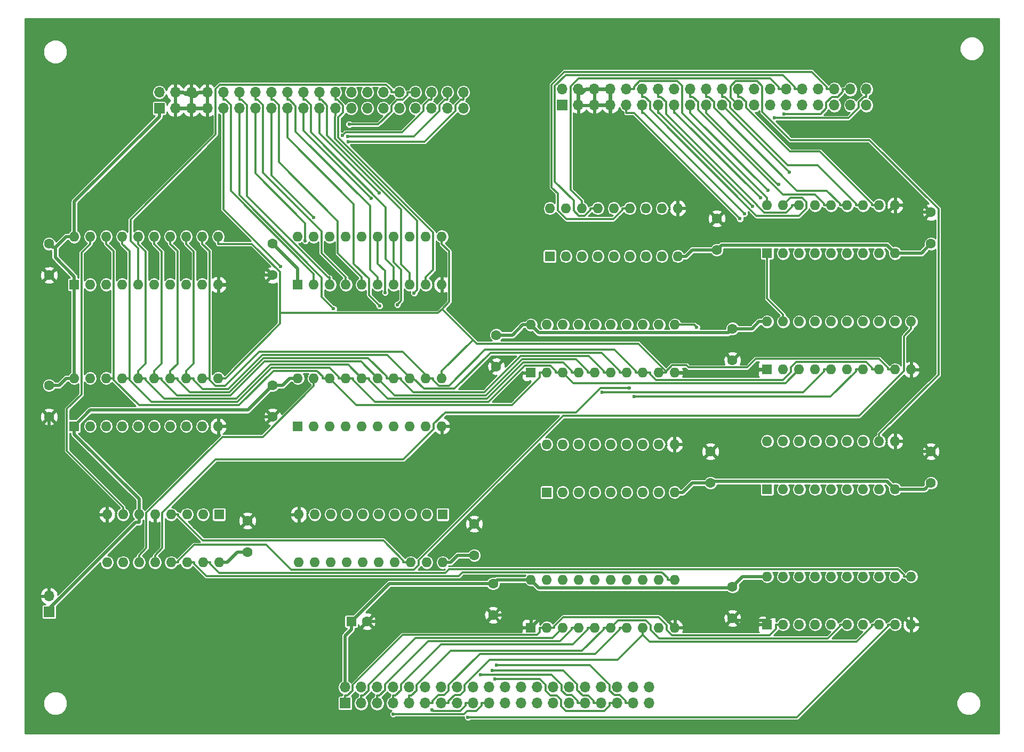
<source format=gtl>
G04 #@! TF.FileFunction,Copper,L1,Top,Signal*
%FSLAX46Y46*%
G04 Gerber Fmt 4.6, Leading zero omitted, Abs format (unit mm)*
G04 Created by KiCad (PCBNEW 4.0.7) date 07/05/19 16:22:17*
%MOMM*%
%LPD*%
G01*
G04 APERTURE LIST*
%ADD10C,0.100000*%
%ADD11C,1.524000*%
%ADD12C,1.600000*%
%ADD13R,1.700000X1.700000*%
%ADD14O,1.700000X1.700000*%
%ADD15R,1.600000X1.600000*%
%ADD16O,1.600000X1.600000*%
%ADD17C,0.600000*%
%ADD18C,0.550000*%
%ADD19C,0.300000*%
%ADD20C,0.254000*%
G04 APERTURE END LIST*
D10*
D11*
X125000000Y-63000000D03*
X163500000Y-97500000D03*
X197000000Y-131000000D03*
X91000000Y-104500000D03*
X54000000Y-128000000D03*
X59000000Y-131000000D03*
X197000000Y-43000000D03*
D12*
X85500000Y-115000000D03*
X85500000Y-110000000D03*
X54000000Y-88500000D03*
X54000000Y-93500000D03*
X89500000Y-66000000D03*
X89500000Y-71000000D03*
X89500000Y-88500000D03*
X89500000Y-93500000D03*
X160000000Y-62000000D03*
X160000000Y-67000000D03*
X125000000Y-85500000D03*
X125000000Y-80500000D03*
X162500000Y-84500000D03*
X162500000Y-79500000D03*
X194000000Y-61000000D03*
X194000000Y-66000000D03*
X54000000Y-71000000D03*
X54000000Y-66000000D03*
X159000000Y-99000000D03*
X159000000Y-104000000D03*
X162500000Y-125500000D03*
X162500000Y-120500000D03*
X194000000Y-99000000D03*
X194000000Y-104000000D03*
X124500000Y-125000000D03*
X124500000Y-120000000D03*
D13*
X54000000Y-124500000D03*
D14*
X54000000Y-121960000D03*
D15*
X58000000Y-72500000D03*
D16*
X80860000Y-64880000D03*
X60540000Y-72500000D03*
X78320000Y-64880000D03*
X63080000Y-72500000D03*
X75780000Y-64880000D03*
X65620000Y-72500000D03*
X73240000Y-64880000D03*
X68160000Y-72500000D03*
X70700000Y-64880000D03*
X70700000Y-72500000D03*
X68160000Y-64880000D03*
X73240000Y-72500000D03*
X65620000Y-64880000D03*
X75780000Y-72500000D03*
X63080000Y-64880000D03*
X78320000Y-72500000D03*
X60540000Y-64880000D03*
X80860000Y-72500000D03*
X58000000Y-64880000D03*
D15*
X58000000Y-95000000D03*
D16*
X80860000Y-87380000D03*
X60540000Y-95000000D03*
X78320000Y-87380000D03*
X63080000Y-95000000D03*
X75780000Y-87380000D03*
X65620000Y-95000000D03*
X73240000Y-87380000D03*
X68160000Y-95000000D03*
X70700000Y-87380000D03*
X70700000Y-95000000D03*
X68160000Y-87380000D03*
X73240000Y-95000000D03*
X65620000Y-87380000D03*
X75780000Y-95000000D03*
X63080000Y-87380000D03*
X78320000Y-95000000D03*
X60540000Y-87380000D03*
X80860000Y-95000000D03*
X58000000Y-87380000D03*
D15*
X93500000Y-72500000D03*
D16*
X116360000Y-64880000D03*
X96040000Y-72500000D03*
X113820000Y-64880000D03*
X98580000Y-72500000D03*
X111280000Y-64880000D03*
X101120000Y-72500000D03*
X108740000Y-64880000D03*
X103660000Y-72500000D03*
X106200000Y-64880000D03*
X106200000Y-72500000D03*
X103660000Y-64880000D03*
X108740000Y-72500000D03*
X101120000Y-64880000D03*
X111280000Y-72500000D03*
X98580000Y-64880000D03*
X113820000Y-72500000D03*
X96040000Y-64880000D03*
X116360000Y-72500000D03*
X93500000Y-64880000D03*
D15*
X93500000Y-95000000D03*
D16*
X116360000Y-87380000D03*
X96040000Y-95000000D03*
X113820000Y-87380000D03*
X98580000Y-95000000D03*
X111280000Y-87380000D03*
X101120000Y-95000000D03*
X108740000Y-87380000D03*
X103660000Y-95000000D03*
X106200000Y-87380000D03*
X106200000Y-95000000D03*
X103660000Y-87380000D03*
X108740000Y-95000000D03*
X101120000Y-87380000D03*
X111280000Y-95000000D03*
X98580000Y-87380000D03*
X113820000Y-95000000D03*
X96040000Y-87380000D03*
X116360000Y-95000000D03*
X93500000Y-87380000D03*
D15*
X133500000Y-68000000D03*
D16*
X153820000Y-60380000D03*
X136040000Y-68000000D03*
X151280000Y-60380000D03*
X138580000Y-68000000D03*
X148740000Y-60380000D03*
X141120000Y-68000000D03*
X146200000Y-60380000D03*
X143660000Y-68000000D03*
X143660000Y-60380000D03*
X146200000Y-68000000D03*
X141120000Y-60380000D03*
X148740000Y-68000000D03*
X138580000Y-60380000D03*
X151280000Y-68000000D03*
X136040000Y-60380000D03*
X153820000Y-68000000D03*
X133500000Y-60380000D03*
D15*
X168000000Y-67500000D03*
D16*
X188320000Y-59880000D03*
X170540000Y-67500000D03*
X185780000Y-59880000D03*
X173080000Y-67500000D03*
X183240000Y-59880000D03*
X175620000Y-67500000D03*
X180700000Y-59880000D03*
X178160000Y-67500000D03*
X178160000Y-59880000D03*
X180700000Y-67500000D03*
X175620000Y-59880000D03*
X183240000Y-67500000D03*
X173080000Y-59880000D03*
X185780000Y-67500000D03*
X170540000Y-59880000D03*
X188320000Y-67500000D03*
X168000000Y-59880000D03*
D15*
X81000000Y-109000000D03*
D16*
X63220000Y-116620000D03*
X78460000Y-109000000D03*
X65760000Y-116620000D03*
X75920000Y-109000000D03*
X68300000Y-116620000D03*
X73380000Y-109000000D03*
X70840000Y-116620000D03*
X70840000Y-109000000D03*
X73380000Y-116620000D03*
X68300000Y-109000000D03*
X75920000Y-116620000D03*
X65760000Y-109000000D03*
X78460000Y-116620000D03*
X63220000Y-109000000D03*
X81000000Y-116620000D03*
D15*
X133000000Y-105500000D03*
D16*
X153320000Y-97880000D03*
X135540000Y-105500000D03*
X150780000Y-97880000D03*
X138080000Y-105500000D03*
X148240000Y-97880000D03*
X140620000Y-105500000D03*
X145700000Y-97880000D03*
X143160000Y-105500000D03*
X143160000Y-97880000D03*
X145700000Y-105500000D03*
X140620000Y-97880000D03*
X148240000Y-105500000D03*
X138080000Y-97880000D03*
X150780000Y-105500000D03*
X135540000Y-97880000D03*
X153320000Y-105500000D03*
X133000000Y-97880000D03*
D15*
X168000000Y-105000000D03*
D16*
X188320000Y-97380000D03*
X170540000Y-105000000D03*
X185780000Y-97380000D03*
X173080000Y-105000000D03*
X183240000Y-97380000D03*
X175620000Y-105000000D03*
X180700000Y-97380000D03*
X178160000Y-105000000D03*
X178160000Y-97380000D03*
X180700000Y-105000000D03*
X175620000Y-97380000D03*
X183240000Y-105000000D03*
X173080000Y-97380000D03*
X185780000Y-105000000D03*
X170540000Y-97380000D03*
X188320000Y-105000000D03*
X168000000Y-97380000D03*
D12*
X121500000Y-115500000D03*
X121500000Y-110500000D03*
D15*
X102000000Y-126000000D03*
D12*
X104500000Y-126000000D03*
D13*
X71500000Y-44500000D03*
D14*
X71500000Y-41960000D03*
X74040000Y-44500000D03*
X74040000Y-41960000D03*
X76580000Y-44500000D03*
X76580000Y-41960000D03*
X79120000Y-44500000D03*
X79120000Y-41960000D03*
X81660000Y-44500000D03*
X81660000Y-41960000D03*
X84200000Y-44500000D03*
X84200000Y-41960000D03*
X86740000Y-44500000D03*
X86740000Y-41960000D03*
X89280000Y-44500000D03*
X89280000Y-41960000D03*
X91820000Y-44500000D03*
X91820000Y-41960000D03*
X94360000Y-44500000D03*
X94360000Y-41960000D03*
X96900000Y-44500000D03*
X96900000Y-41960000D03*
X99440000Y-44500000D03*
X99440000Y-41960000D03*
X101980000Y-44500000D03*
X101980000Y-41960000D03*
X104520000Y-44500000D03*
X104520000Y-41960000D03*
X107060000Y-44500000D03*
X107060000Y-41960000D03*
X109600000Y-44500000D03*
X109600000Y-41960000D03*
X112140000Y-44500000D03*
X112140000Y-41960000D03*
X114680000Y-44500000D03*
X114680000Y-41960000D03*
X117220000Y-44500000D03*
X117220000Y-41960000D03*
X119760000Y-44500000D03*
X119760000Y-41960000D03*
D13*
X101000000Y-139000000D03*
D14*
X101000000Y-136460000D03*
X103540000Y-139000000D03*
X103540000Y-136460000D03*
X106080000Y-139000000D03*
X106080000Y-136460000D03*
X108620000Y-139000000D03*
X108620000Y-136460000D03*
X111160000Y-139000000D03*
X111160000Y-136460000D03*
X113700000Y-139000000D03*
X113700000Y-136460000D03*
X116240000Y-139000000D03*
X116240000Y-136460000D03*
X118780000Y-139000000D03*
X118780000Y-136460000D03*
X121320000Y-139000000D03*
X121320000Y-136460000D03*
X123860000Y-139000000D03*
X123860000Y-136460000D03*
X126400000Y-139000000D03*
X126400000Y-136460000D03*
X128940000Y-139000000D03*
X128940000Y-136460000D03*
X131480000Y-139000000D03*
X131480000Y-136460000D03*
X134020000Y-139000000D03*
X134020000Y-136460000D03*
X136560000Y-139000000D03*
X136560000Y-136460000D03*
X139100000Y-139000000D03*
X139100000Y-136460000D03*
X141640000Y-139000000D03*
X141640000Y-136460000D03*
X144180000Y-139000000D03*
X144180000Y-136460000D03*
X146720000Y-139000000D03*
X146720000Y-136460000D03*
X149260000Y-139000000D03*
X149260000Y-136460000D03*
D13*
X135500000Y-44000000D03*
D14*
X135500000Y-41460000D03*
X138040000Y-44000000D03*
X138040000Y-41460000D03*
X140580000Y-44000000D03*
X140580000Y-41460000D03*
X143120000Y-44000000D03*
X143120000Y-41460000D03*
X145660000Y-44000000D03*
X145660000Y-41460000D03*
X148200000Y-44000000D03*
X148200000Y-41460000D03*
X150740000Y-44000000D03*
X150740000Y-41460000D03*
X153280000Y-44000000D03*
X153280000Y-41460000D03*
X155820000Y-44000000D03*
X155820000Y-41460000D03*
X158360000Y-44000000D03*
X158360000Y-41460000D03*
X160900000Y-44000000D03*
X160900000Y-41460000D03*
X163440000Y-44000000D03*
X163440000Y-41460000D03*
X165980000Y-44000000D03*
X165980000Y-41460000D03*
X168520000Y-44000000D03*
X168520000Y-41460000D03*
X171060000Y-44000000D03*
X171060000Y-41460000D03*
X173600000Y-44000000D03*
X173600000Y-41460000D03*
X176140000Y-44000000D03*
X176140000Y-41460000D03*
X178680000Y-44000000D03*
X178680000Y-41460000D03*
X181220000Y-44000000D03*
X181220000Y-41460000D03*
X183760000Y-44000000D03*
X183760000Y-41460000D03*
D15*
X116500000Y-109000000D03*
D16*
X93640000Y-116620000D03*
X113960000Y-109000000D03*
X96180000Y-116620000D03*
X111420000Y-109000000D03*
X98720000Y-116620000D03*
X108880000Y-109000000D03*
X101260000Y-116620000D03*
X106340000Y-109000000D03*
X103800000Y-116620000D03*
X103800000Y-109000000D03*
X106340000Y-116620000D03*
X101260000Y-109000000D03*
X108880000Y-116620000D03*
X98720000Y-109000000D03*
X111420000Y-116620000D03*
X96180000Y-109000000D03*
X113960000Y-116620000D03*
X93640000Y-109000000D03*
X116500000Y-116620000D03*
D15*
X130500000Y-86500000D03*
D16*
X153360000Y-78880000D03*
X133040000Y-86500000D03*
X150820000Y-78880000D03*
X135580000Y-86500000D03*
X148280000Y-78880000D03*
X138120000Y-86500000D03*
X145740000Y-78880000D03*
X140660000Y-86500000D03*
X143200000Y-78880000D03*
X143200000Y-86500000D03*
X140660000Y-78880000D03*
X145740000Y-86500000D03*
X138120000Y-78880000D03*
X148280000Y-86500000D03*
X135580000Y-78880000D03*
X150820000Y-86500000D03*
X133040000Y-78880000D03*
X153360000Y-86500000D03*
X130500000Y-78880000D03*
D15*
X168000000Y-86000000D03*
D16*
X190860000Y-78380000D03*
X170540000Y-86000000D03*
X188320000Y-78380000D03*
X173080000Y-86000000D03*
X185780000Y-78380000D03*
X175620000Y-86000000D03*
X183240000Y-78380000D03*
X178160000Y-86000000D03*
X180700000Y-78380000D03*
X180700000Y-86000000D03*
X178160000Y-78380000D03*
X183240000Y-86000000D03*
X175620000Y-78380000D03*
X185780000Y-86000000D03*
X173080000Y-78380000D03*
X188320000Y-86000000D03*
X170540000Y-78380000D03*
X190860000Y-86000000D03*
X168000000Y-78380000D03*
D15*
X130500000Y-127000000D03*
D16*
X153360000Y-119380000D03*
X133040000Y-127000000D03*
X150820000Y-119380000D03*
X135580000Y-127000000D03*
X148280000Y-119380000D03*
X138120000Y-127000000D03*
X145740000Y-119380000D03*
X140660000Y-127000000D03*
X143200000Y-119380000D03*
X143200000Y-127000000D03*
X140660000Y-119380000D03*
X145740000Y-127000000D03*
X138120000Y-119380000D03*
X148280000Y-127000000D03*
X135580000Y-119380000D03*
X150820000Y-127000000D03*
X133040000Y-119380000D03*
X153360000Y-127000000D03*
X130500000Y-119380000D03*
D15*
X168000000Y-126500000D03*
D16*
X190860000Y-118880000D03*
X170540000Y-126500000D03*
X188320000Y-118880000D03*
X173080000Y-126500000D03*
X185780000Y-118880000D03*
X175620000Y-126500000D03*
X183240000Y-118880000D03*
X178160000Y-126500000D03*
X180700000Y-118880000D03*
X180700000Y-126500000D03*
X178160000Y-118880000D03*
X183240000Y-126500000D03*
X175620000Y-118880000D03*
X185780000Y-126500000D03*
X173080000Y-118880000D03*
X188320000Y-126500000D03*
X170540000Y-118880000D03*
X190860000Y-126500000D03*
X168000000Y-118880000D03*
D11*
X59000000Y-43000000D03*
D17*
X90763200Y-69627500D03*
X99165100Y-76341000D03*
X94681500Y-65553500D03*
X96019700Y-61853900D03*
X106479700Y-75862100D03*
X105135900Y-58814100D03*
X106387700Y-57966700D03*
X111958700Y-73838400D03*
X101647800Y-47032300D03*
X100599400Y-48788300D03*
X101399800Y-48954000D03*
X101535500Y-49777900D03*
X108642500Y-140728100D03*
X114827500Y-140067800D03*
X163695400Y-62035400D03*
X164425700Y-61240500D03*
X165674300Y-60028600D03*
X166958000Y-58730300D03*
X168172200Y-57552500D03*
X169828600Y-56544700D03*
X171545600Y-54645600D03*
X170715000Y-45363900D03*
X169146300Y-45964600D03*
X120516200Y-141221000D03*
X146893100Y-90286300D03*
X141813100Y-89606000D03*
X107358200Y-73754900D03*
X109294300Y-75677300D03*
X156837900Y-79271600D03*
X146130600Y-88911000D03*
X122535100Y-134476900D03*
X124361700Y-133792600D03*
X124767200Y-135127200D03*
X125070300Y-132955400D03*
D18*
X58000000Y-72500000D02*
X58000000Y-71224700D01*
X193000000Y-105000000D02*
X194000000Y-104000000D01*
X188320000Y-105000000D02*
X193000000Y-105000000D01*
X192500000Y-67500000D02*
X194000000Y-66000000D01*
X188320000Y-67500000D02*
X192500000Y-67500000D01*
X81000000Y-116620000D02*
X82275300Y-116620000D01*
X101000000Y-128275300D02*
X101000000Y-136460000D01*
X102000000Y-127275300D02*
X101000000Y-128275300D01*
X102000000Y-126000000D02*
X102000000Y-127275300D01*
X153820000Y-68000000D02*
X155095300Y-68000000D01*
X160775800Y-66224200D02*
X160000000Y-67000000D01*
X187044200Y-66224200D02*
X160775800Y-66224200D01*
X188320000Y-67500000D02*
X187044200Y-66224200D01*
X156095300Y-67000000D02*
X155095300Y-68000000D01*
X160000000Y-67000000D02*
X156095300Y-67000000D01*
X168000000Y-78380000D02*
X166724700Y-78380000D01*
X58000000Y-72500000D02*
X58000000Y-73775300D01*
X58000000Y-87380000D02*
X58000000Y-73775300D01*
X58000000Y-87380000D02*
X56724700Y-87380000D01*
X55604700Y-88500000D02*
X56724700Y-87380000D01*
X54000000Y-88500000D02*
X55604700Y-88500000D01*
X130500000Y-119380000D02*
X129224700Y-119380000D01*
X127604700Y-80500000D02*
X129224700Y-78880000D01*
X125000000Y-80500000D02*
X127604700Y-80500000D01*
X130500000Y-78880000D02*
X129224700Y-78880000D01*
X54612300Y-66612300D02*
X54992400Y-66612300D01*
X54000000Y-66000000D02*
X54612300Y-66612300D01*
X54992400Y-68217100D02*
X58000000Y-71224700D01*
X54992400Y-66612300D02*
X54992400Y-68217100D01*
X54992400Y-66612300D02*
X56724700Y-64880000D01*
X58000000Y-64880000D02*
X56724700Y-64880000D01*
X58000000Y-59325300D02*
X58000000Y-64880000D01*
X71500000Y-45825300D02*
X58000000Y-59325300D01*
X71500000Y-44500000D02*
X71500000Y-45825300D01*
X131775300Y-120655300D02*
X130500000Y-119380000D01*
X162344700Y-120655300D02*
X131775300Y-120655300D01*
X162500000Y-120500000D02*
X162344700Y-120655300D01*
X93500000Y-70000000D02*
X89500000Y-66000000D01*
X93500000Y-72500000D02*
X93500000Y-70000000D01*
X83895300Y-115000000D02*
X85500000Y-115000000D01*
X82275300Y-116620000D02*
X83895300Y-115000000D01*
X165604700Y-79500000D02*
X166724700Y-78380000D01*
X162500000Y-79500000D02*
X165604700Y-79500000D01*
X131779200Y-80159200D02*
X130500000Y-78880000D01*
X161840800Y-80159200D02*
X131779200Y-80159200D01*
X162500000Y-79500000D02*
X161840800Y-80159200D01*
X118895300Y-115500000D02*
X117775300Y-116620000D01*
X121500000Y-115500000D02*
X118895300Y-115500000D01*
X116500000Y-116620000D02*
X117775300Y-116620000D01*
X153320000Y-105500000D02*
X154595300Y-105500000D01*
X159275400Y-103724600D02*
X159000000Y-104000000D01*
X187044600Y-103724600D02*
X159275400Y-103724600D01*
X188320000Y-105000000D02*
X187044600Y-103724600D01*
X156095300Y-104000000D02*
X154595300Y-105500000D01*
X159000000Y-104000000D02*
X156095300Y-104000000D01*
X58000000Y-95000000D02*
X58000000Y-96275300D01*
X68300000Y-106575300D02*
X68300000Y-109000000D01*
X58000000Y-96275300D02*
X68300000Y-106575300D01*
X54000000Y-123975000D02*
X54000000Y-124500000D01*
X67699700Y-110275300D02*
X54000000Y-123975000D01*
X68300000Y-110275300D02*
X67699700Y-110275300D01*
X68300000Y-109000000D02*
X68300000Y-110275300D01*
X93500000Y-87380000D02*
X92224700Y-87380000D01*
X85568400Y-92431600D02*
X89500000Y-88500000D01*
X60568400Y-92431600D02*
X85568400Y-92431600D01*
X58000000Y-95000000D02*
X60568400Y-92431600D01*
X91104700Y-88500000D02*
X92224700Y-87380000D01*
X89500000Y-88500000D02*
X91104700Y-88500000D01*
X125120000Y-119380000D02*
X124500000Y-120000000D01*
X129224700Y-119380000D02*
X125120000Y-119380000D01*
X108000000Y-120000000D02*
X102000000Y-126000000D01*
X124500000Y-120000000D02*
X108000000Y-120000000D01*
X164120000Y-118880000D02*
X162500000Y-120500000D01*
X168000000Y-118880000D02*
X164120000Y-118880000D01*
X140580000Y-44000000D02*
X141905300Y-44000000D01*
X143120000Y-44000000D02*
X141905300Y-44000000D01*
X168000000Y-125855300D02*
X168000000Y-126500000D01*
X168644700Y-125210600D02*
X168000000Y-125855300D01*
X189570600Y-125210600D02*
X168644700Y-125210600D01*
X190860000Y-126500000D02*
X189570600Y-125210600D01*
X162855300Y-125855300D02*
X162500000Y-125500000D01*
X168000000Y-125855300D02*
X162855300Y-125855300D01*
X190715300Y-61000000D02*
X189595300Y-59880000D01*
X194000000Y-61000000D02*
X190715300Y-61000000D01*
X188320000Y-59880000D02*
X189595300Y-59880000D01*
X76580000Y-42622600D02*
X76580000Y-43285300D01*
X77132100Y-42622600D02*
X77794700Y-41960000D01*
X76580000Y-42622600D02*
X77132100Y-42622600D01*
X79120000Y-41960000D02*
X77794700Y-41960000D01*
X79120000Y-44500000D02*
X76580000Y-44500000D01*
X138040000Y-41460000D02*
X138040000Y-42122600D01*
X138040000Y-42122600D02*
X138040000Y-42785300D01*
X138592100Y-42122600D02*
X139254700Y-41460000D01*
X138040000Y-42122600D02*
X138592100Y-42122600D01*
X140580000Y-41460000D02*
X139254700Y-41460000D01*
X138040000Y-44000000D02*
X138040000Y-42785300D01*
X153820000Y-60380000D02*
X153820000Y-59104700D01*
X158380000Y-60380000D02*
X155095300Y-60380000D01*
X160000000Y-62000000D02*
X158380000Y-60380000D01*
X153820000Y-60380000D02*
X155095300Y-60380000D01*
X76580000Y-44500000D02*
X76580000Y-43285300D01*
X74040000Y-44500000D02*
X75365300Y-44500000D01*
X76580000Y-44500000D02*
X75365300Y-44500000D01*
X76580000Y-41960000D02*
X76580000Y-42291300D01*
X76580000Y-42291300D02*
X76580000Y-42622600D01*
X75696600Y-42291300D02*
X75365300Y-41960000D01*
X76580000Y-42291300D02*
X75696600Y-42291300D01*
X74040000Y-41960000D02*
X75365300Y-41960000D01*
X54000000Y-121960000D02*
X54000000Y-120634700D01*
X83635300Y-71000000D02*
X82135300Y-72500000D01*
X89500000Y-71000000D02*
X83635300Y-71000000D01*
X80860000Y-72500000D02*
X82135300Y-72500000D01*
X123500000Y-126000000D02*
X124500000Y-125000000D01*
X104500000Y-126000000D02*
X123500000Y-126000000D01*
X140580000Y-41460000D02*
X141905300Y-41460000D01*
X143120000Y-44000000D02*
X143120000Y-41460000D01*
X143120000Y-41460000D02*
X141905300Y-41460000D01*
X127224700Y-125000000D02*
X124500000Y-125000000D01*
X129224700Y-127000000D02*
X127224700Y-125000000D01*
X130500000Y-127000000D02*
X129224700Y-127000000D01*
X132834800Y-124665200D02*
X130500000Y-127000000D01*
X151025200Y-124665200D02*
X132834800Y-124665200D01*
X153360000Y-127000000D02*
X151025200Y-124665200D01*
X166224700Y-86500000D02*
X166724700Y-86000000D01*
X153360000Y-86500000D02*
X166224700Y-86500000D01*
X168000000Y-86000000D02*
X166724700Y-86000000D01*
X143120000Y-44000000D02*
X143120000Y-45325300D01*
X153820000Y-56025300D02*
X143120000Y-45325300D01*
X153820000Y-59104700D02*
X153820000Y-56025300D01*
X63220000Y-111414700D02*
X63220000Y-109000000D01*
X54000000Y-120634700D02*
X63220000Y-111414700D01*
X54000000Y-98504700D02*
X54000000Y-93500000D01*
X63220000Y-107724700D02*
X54000000Y-98504700D01*
X63220000Y-109000000D02*
X63220000Y-107724700D01*
X191215300Y-99000000D02*
X189595300Y-97380000D01*
X194000000Y-99000000D02*
X191215300Y-99000000D01*
X188320000Y-97380000D02*
X189595300Y-97380000D01*
X83635300Y-93500000D02*
X89500000Y-93500000D01*
X82135300Y-95000000D02*
X83635300Y-93500000D01*
X80860000Y-95000000D02*
X82135300Y-95000000D01*
X185363600Y-62836400D02*
X188320000Y-59880000D01*
X160836400Y-62836400D02*
X185363600Y-62836400D01*
X160000000Y-62000000D02*
X160836400Y-62836400D01*
D19*
X81660000Y-60524300D02*
X81660000Y-44500000D01*
X90763200Y-69627500D02*
X81660000Y-60524300D01*
X81660000Y-41960000D02*
X81660000Y-43160300D01*
X96040000Y-72500000D02*
X96040000Y-71349700D01*
X82035400Y-43160300D02*
X81660000Y-43160300D01*
X82860500Y-43985400D02*
X82035400Y-43160300D01*
X82860500Y-57619900D02*
X82860500Y-43985400D01*
X96040000Y-70799400D02*
X82860500Y-57619900D01*
X96040000Y-71349700D02*
X96040000Y-70799400D01*
X84200000Y-44500000D02*
X84200000Y-45700300D01*
X97310000Y-74485900D02*
X99165100Y-76341000D01*
X97310000Y-71361900D02*
X97310000Y-74485900D01*
X84200000Y-58251900D02*
X97310000Y-71361900D01*
X84200000Y-45700300D02*
X84200000Y-58251900D01*
X84200000Y-41960000D02*
X84200000Y-43160300D01*
X98580000Y-72500000D02*
X98580000Y-71349700D01*
X98317700Y-71349700D02*
X98580000Y-71349700D01*
X85400300Y-58432300D02*
X98317700Y-71349700D01*
X85400300Y-43985400D02*
X85400300Y-58432300D01*
X84575200Y-43160300D02*
X85400300Y-43985400D01*
X84200000Y-43160300D02*
X84575200Y-43160300D01*
X94681500Y-62724200D02*
X94681500Y-65553500D01*
X86740000Y-54782700D02*
X94681500Y-62724200D01*
X86740000Y-44500000D02*
X86740000Y-54782700D01*
X86740000Y-41960000D02*
X86740000Y-43160300D01*
X101120000Y-72500000D02*
X101120000Y-71349700D01*
X97250900Y-67480600D02*
X101120000Y-71349700D01*
X97250900Y-64004700D02*
X97250900Y-67480600D01*
X87940300Y-54694100D02*
X97250900Y-64004700D01*
X87940300Y-43985400D02*
X87940300Y-54694100D01*
X87115200Y-43160300D02*
X87940300Y-43985400D01*
X86740000Y-43160300D02*
X87115200Y-43160300D01*
X89280000Y-55114200D02*
X96019700Y-61853900D01*
X89280000Y-44500000D02*
X89280000Y-55114200D01*
X99850000Y-67539700D02*
X103660000Y-71349700D01*
X99850000Y-62387100D02*
X99850000Y-67539700D01*
X90480300Y-53017400D02*
X99850000Y-62387100D01*
X90480300Y-43985400D02*
X90480300Y-53017400D01*
X89655200Y-43160300D02*
X90480300Y-43985400D01*
X89280000Y-43160300D02*
X89655200Y-43160300D01*
X89280000Y-41960000D02*
X89280000Y-43160300D01*
X103660000Y-72500000D02*
X103660000Y-71349700D01*
X91820000Y-49104300D02*
X91820000Y-44500000D01*
X102390000Y-59674300D02*
X91820000Y-49104300D01*
X102390000Y-69179500D02*
X102390000Y-59674300D01*
X104810400Y-71599900D02*
X102390000Y-69179500D01*
X104810400Y-74192800D02*
X104810400Y-71599900D01*
X106479700Y-75862100D02*
X104810400Y-74192800D01*
X106200000Y-72500000D02*
X106200000Y-71349700D01*
X91820000Y-41960000D02*
X91820000Y-43160300D01*
X104973600Y-70123300D02*
X106200000Y-71349700D01*
X104973600Y-59972200D02*
X104973600Y-70123300D01*
X93159600Y-48158200D02*
X104973600Y-59972200D01*
X93159600Y-44126800D02*
X93159600Y-48158200D01*
X92193100Y-43160300D02*
X93159600Y-44126800D01*
X91820000Y-43160300D02*
X92193100Y-43160300D01*
X94360000Y-48038200D02*
X105135900Y-58814100D01*
X94360000Y-44500000D02*
X94360000Y-48038200D01*
X94360000Y-41960000D02*
X94360000Y-43160300D01*
X94735200Y-43160300D02*
X94360000Y-43160300D01*
X95560300Y-43985400D02*
X94735200Y-43160300D01*
X95560300Y-48318800D02*
X95560300Y-43985400D01*
X107470000Y-60228500D02*
X95560300Y-48318800D01*
X107470000Y-68411300D02*
X107470000Y-60228500D01*
X108740000Y-69681300D02*
X107470000Y-68411300D01*
X108740000Y-72500000D02*
X108740000Y-69681300D01*
X96900000Y-48479000D02*
X96900000Y-44500000D01*
X106387700Y-57966700D02*
X96900000Y-48479000D01*
X96900000Y-41960000D02*
X96900000Y-43160300D01*
X111280000Y-72500000D02*
X111280000Y-71349700D01*
X111280000Y-70642200D02*
X111280000Y-71349700D01*
X109911700Y-69273900D02*
X111280000Y-70642200D01*
X109911700Y-60558400D02*
X109911700Y-69273900D01*
X98155400Y-48802100D02*
X109911700Y-60558400D01*
X98155400Y-44040300D02*
X98155400Y-48802100D01*
X97275400Y-43160300D02*
X98155400Y-44040300D01*
X96900000Y-43160300D02*
X97275400Y-43160300D01*
X99440000Y-44500000D02*
X99440000Y-45700300D01*
X112430400Y-73366700D02*
X111958700Y-73838400D01*
X112430400Y-62333900D02*
X112430400Y-73366700D01*
X99354000Y-49257500D02*
X112430400Y-62333900D01*
X99354000Y-45786300D02*
X99354000Y-49257500D01*
X99440000Y-45700300D02*
X99354000Y-45786300D01*
X115010600Y-70159100D02*
X113820000Y-71349700D01*
X115010600Y-64206300D02*
X115010600Y-70159100D01*
X99906700Y-49102400D02*
X115010600Y-64206300D01*
X99906700Y-45941300D02*
X99906700Y-49102400D01*
X100691100Y-45156900D02*
X99906700Y-45941300D01*
X100691100Y-44036300D02*
X100691100Y-45156900D01*
X99815100Y-43160300D02*
X100691100Y-44036300D01*
X99440000Y-43160300D02*
X99815100Y-43160300D01*
X99440000Y-41960000D02*
X99440000Y-43160300D01*
X113820000Y-72500000D02*
X113820000Y-71349700D01*
X68160000Y-66738000D02*
X68160000Y-72500000D01*
X66958000Y-65536000D02*
X68160000Y-66738000D01*
X66958000Y-62128200D02*
X66958000Y-65536000D01*
X80452600Y-48633600D02*
X66958000Y-62128200D01*
X80452600Y-41428200D02*
X80452600Y-48633600D01*
X81145200Y-40735600D02*
X80452600Y-41428200D01*
X107550400Y-40735600D02*
X81145200Y-40735600D01*
X108399700Y-41584900D02*
X107550400Y-40735600D01*
X108399700Y-41960000D02*
X108399700Y-41584900D01*
X109600000Y-41960000D02*
X108399700Y-41960000D01*
X112140000Y-41960000D02*
X110939700Y-41960000D01*
X106279000Y-47032300D02*
X101647800Y-47032300D01*
X108330000Y-44981300D02*
X106279000Y-47032300D01*
X108330000Y-44056500D02*
X108330000Y-44981300D01*
X109226200Y-43160300D02*
X108330000Y-44056500D01*
X110114600Y-43160300D02*
X109226200Y-43160300D01*
X110939700Y-42335200D02*
X110114600Y-43160300D01*
X110939700Y-41960000D02*
X110939700Y-42335200D01*
X114680000Y-41960000D02*
X114680000Y-43160300D01*
X101086300Y-48301400D02*
X100599400Y-48788300D01*
X110037000Y-48301400D02*
X101086300Y-48301400D01*
X113479700Y-44858700D02*
X110037000Y-48301400D01*
X113479700Y-43985400D02*
X113479700Y-44858700D01*
X114304800Y-43160300D02*
X113479700Y-43985400D01*
X114680000Y-43160300D02*
X114304800Y-43160300D01*
X117220000Y-41960000D02*
X117220000Y-43160300D01*
X111931100Y-48954000D02*
X101399800Y-48954000D01*
X116019700Y-44865400D02*
X111931100Y-48954000D01*
X116019700Y-43985400D02*
X116019700Y-44865400D01*
X116844800Y-43160300D02*
X116019700Y-43985400D01*
X117220000Y-43160300D02*
X116844800Y-43160300D01*
X119760000Y-41960000D02*
X119760000Y-43160300D01*
X113640500Y-49777900D02*
X101535500Y-49777900D01*
X118559700Y-44858700D02*
X113640500Y-49777900D01*
X118559700Y-43985400D02*
X118559700Y-44858700D01*
X119384800Y-43160300D02*
X118559700Y-43985400D01*
X119760000Y-43160300D02*
X119384800Y-43160300D01*
X123860000Y-139000000D02*
X122659700Y-139000000D01*
X119855900Y-140728100D02*
X108642500Y-140728100D01*
X120383700Y-140200300D02*
X119855900Y-140728100D01*
X121834600Y-140200300D02*
X120383700Y-140200300D01*
X122659700Y-139375200D02*
X121834600Y-140200300D01*
X122659700Y-139000000D02*
X122659700Y-139375200D01*
X121320000Y-139000000D02*
X120119700Y-139000000D01*
X114960100Y-140200400D02*
X114827500Y-140067800D01*
X119294400Y-140200400D02*
X114960100Y-140200400D01*
X120119700Y-139375100D02*
X119294400Y-140200400D01*
X120119700Y-139000000D02*
X120119700Y-139375100D01*
X145660000Y-44000000D02*
X145660000Y-45200300D01*
X146860300Y-45200300D02*
X163695400Y-62035400D01*
X145660000Y-45200300D02*
X146860300Y-45200300D01*
X145660000Y-41460000D02*
X146860300Y-41460000D01*
X168000000Y-59880000D02*
X168000000Y-58729700D01*
X146860300Y-41084900D02*
X146860300Y-41460000D01*
X147747400Y-40197800D02*
X146860300Y-41084900D01*
X153722500Y-40197800D02*
X147747400Y-40197800D01*
X154480400Y-40955700D02*
X153722500Y-40197800D01*
X154480400Y-45210100D02*
X154480400Y-40955700D01*
X168000000Y-58729700D02*
X154480400Y-45210100D01*
X148200000Y-44000000D02*
X148200000Y-45200300D01*
X148385500Y-45200300D02*
X164425700Y-61240500D01*
X148200000Y-45200300D02*
X148385500Y-45200300D01*
X148200000Y-41460000D02*
X148200000Y-42660300D01*
X171704200Y-58715800D02*
X170540000Y-59880000D01*
X173572500Y-58715800D02*
X171704200Y-58715800D01*
X174254500Y-59397800D02*
X173572500Y-58715800D01*
X174254500Y-60352700D02*
X174254500Y-59397800D01*
X173031100Y-61576100D02*
X174254500Y-60352700D01*
X166295100Y-61576100D02*
X173031100Y-61576100D01*
X149400400Y-44681400D02*
X166295100Y-61576100D01*
X149400400Y-43485400D02*
X149400400Y-44681400D01*
X148575300Y-42660300D02*
X149400400Y-43485400D01*
X148200000Y-42660300D02*
X148575300Y-42660300D01*
X150740000Y-44000000D02*
X150740000Y-45200300D01*
X150846000Y-45200300D02*
X165674300Y-60028600D01*
X150740000Y-45200300D02*
X150846000Y-45200300D01*
X150740000Y-41460000D02*
X150740000Y-42660300D01*
X173080000Y-59880000D02*
X171929700Y-59880000D01*
X171929700Y-60118300D02*
X171929700Y-59880000D01*
X171013400Y-61034600D02*
X171929700Y-60118300D01*
X167525500Y-61034600D02*
X171013400Y-61034600D01*
X166363700Y-59872800D02*
X167525500Y-61034600D01*
X166363700Y-59798300D02*
X166363700Y-59872800D01*
X151940300Y-45374900D02*
X166363700Y-59798300D01*
X151940300Y-43485400D02*
X151940300Y-45374900D01*
X151115200Y-42660300D02*
X151940300Y-43485400D01*
X150740000Y-42660300D02*
X151115200Y-42660300D01*
X153428000Y-45200300D02*
X166958000Y-58730300D01*
X153280000Y-45200300D02*
X153428000Y-45200300D01*
X153280000Y-44000000D02*
X153280000Y-45200300D01*
X155820000Y-44000000D02*
X155820000Y-45200300D01*
X155820000Y-45200300D02*
X168172200Y-57552500D01*
X177009700Y-59641700D02*
X177009700Y-59880000D01*
X175583400Y-58215400D02*
X177009700Y-59641700D01*
X170525600Y-58215400D02*
X175583400Y-58215400D01*
X157020300Y-44710100D02*
X170525600Y-58215400D01*
X157020300Y-43485400D02*
X157020300Y-44710100D01*
X156195200Y-42660300D02*
X157020300Y-43485400D01*
X155820000Y-42660300D02*
X156195200Y-42660300D01*
X155820000Y-41460000D02*
X155820000Y-42660300D01*
X178160000Y-59880000D02*
X177009700Y-59880000D01*
X158360000Y-44000000D02*
X158360000Y-45200300D01*
X169704400Y-56544700D02*
X169828600Y-56544700D01*
X158360000Y-45200300D02*
X169704400Y-56544700D01*
X179549700Y-59641700D02*
X179549700Y-59880000D01*
X177462900Y-57554900D02*
X179549700Y-59641700D01*
X172757100Y-57554900D02*
X177462900Y-57554900D01*
X159560300Y-44358100D02*
X172757100Y-57554900D01*
X159560300Y-43485400D02*
X159560300Y-44358100D01*
X158735200Y-42660300D02*
X159560300Y-43485400D01*
X158360000Y-42660300D02*
X158735200Y-42660300D01*
X158360000Y-41460000D02*
X158360000Y-42660300D01*
X180700000Y-59880000D02*
X179549700Y-59880000D01*
X160900000Y-44000000D02*
X171545600Y-54645600D01*
X182089700Y-59641700D02*
X182089700Y-59880000D01*
X175991800Y-53543800D02*
X182089700Y-59641700D01*
X171284200Y-53543800D02*
X175991800Y-53543800D01*
X162170000Y-44429600D02*
X171284200Y-53543800D01*
X162170000Y-43560900D02*
X162170000Y-44429600D01*
X161269400Y-42660300D02*
X162170000Y-43560900D01*
X160900000Y-42660300D02*
X161269400Y-42660300D01*
X160900000Y-41460000D02*
X160900000Y-42660300D01*
X183240000Y-59880000D02*
X182089700Y-59880000D01*
X185780000Y-97380000D02*
X185780000Y-96229700D01*
X195197100Y-86812600D02*
X185780000Y-96229700D01*
X195197100Y-60501200D02*
X195197100Y-86812600D01*
X184209500Y-49513600D02*
X195197100Y-60501200D01*
X171706900Y-49513600D02*
X184209500Y-49513600D01*
X167250000Y-45056700D02*
X171706900Y-49513600D01*
X167250000Y-41026100D02*
X167250000Y-45056700D01*
X166421700Y-40197800D02*
X167250000Y-41026100D01*
X162992100Y-40197800D02*
X166421700Y-40197800D01*
X162221400Y-40968500D02*
X162992100Y-40197800D01*
X162221400Y-42781400D02*
X162221400Y-40968500D01*
X163440000Y-44000000D02*
X162221400Y-42781400D01*
X184629700Y-59641700D02*
X184629700Y-59880000D01*
X176339700Y-51351700D02*
X184629700Y-59641700D01*
X171634100Y-51351700D02*
X176339700Y-51351700D01*
X164640300Y-44357900D02*
X171634100Y-51351700D01*
X164640300Y-43485400D02*
X164640300Y-44357900D01*
X163815200Y-42660300D02*
X164640300Y-43485400D01*
X163440000Y-42660300D02*
X163815200Y-42660300D01*
X163440000Y-41460000D02*
X163440000Y-42660300D01*
X185780000Y-59880000D02*
X184629700Y-59880000D01*
X171060000Y-41460000D02*
X169859700Y-41460000D01*
X138580000Y-60380000D02*
X138580000Y-59229700D01*
X169859700Y-41084900D02*
X169859700Y-41460000D01*
X168468100Y-39693300D02*
X169859700Y-41084900D01*
X138090700Y-39693300D02*
X168468100Y-39693300D01*
X136804900Y-40979100D02*
X138090700Y-39693300D01*
X136804900Y-57454600D02*
X136804900Y-40979100D01*
X138580000Y-59229700D02*
X136804900Y-57454600D01*
X173600000Y-41460000D02*
X172399700Y-41460000D01*
X141120000Y-60380000D02*
X139969700Y-60380000D01*
X172399700Y-41084900D02*
X172399700Y-41460000D01*
X170500500Y-39185700D02*
X172399700Y-41084900D01*
X136054700Y-39185700D02*
X170500500Y-39185700D01*
X134299600Y-40940800D02*
X136054700Y-39185700D01*
X134299600Y-56132000D02*
X134299600Y-40940800D01*
X137310000Y-59142400D02*
X134299600Y-56132000D01*
X137310000Y-60756900D02*
X137310000Y-59142400D01*
X138088300Y-61535200D02*
X137310000Y-60756900D01*
X139052800Y-61535200D02*
X138088300Y-61535200D01*
X139969700Y-60618300D02*
X139052800Y-61535200D01*
X139969700Y-60380000D02*
X139969700Y-60618300D01*
X145049700Y-60618300D02*
X145049700Y-60380000D01*
X143572500Y-62095500D02*
X145049700Y-60618300D01*
X136115800Y-62095500D02*
X143572500Y-62095500D01*
X134770000Y-60749700D02*
X136115800Y-62095500D01*
X134770000Y-58017500D02*
X134770000Y-60749700D01*
X133799200Y-57046700D02*
X134770000Y-58017500D01*
X133799200Y-40728500D02*
X133799200Y-57046700D01*
X135842400Y-38685300D02*
X133799200Y-40728500D01*
X175080100Y-38685300D02*
X135842400Y-38685300D01*
X177479700Y-41084900D02*
X175080100Y-38685300D01*
X177479700Y-41460000D02*
X177479700Y-41084900D01*
X178680000Y-41460000D02*
X177479700Y-41460000D01*
X146200000Y-60380000D02*
X145049700Y-60380000D01*
X176527400Y-45363900D02*
X170715000Y-45363900D01*
X177410000Y-44481300D02*
X176527400Y-45363900D01*
X177410000Y-43556500D02*
X177410000Y-44481300D01*
X178306200Y-42660300D02*
X177410000Y-43556500D01*
X179194600Y-42660300D02*
X178306200Y-42660300D01*
X180019700Y-41835200D02*
X179194600Y-42660300D01*
X180019700Y-41460000D02*
X180019700Y-41835200D01*
X181220000Y-41460000D02*
X180019700Y-41460000D01*
X169196000Y-46014300D02*
X169146300Y-45964600D01*
X180904100Y-46014300D02*
X169196000Y-46014300D01*
X182559700Y-44358700D02*
X180904100Y-46014300D01*
X182559700Y-43485400D02*
X182559700Y-44358700D01*
X183384800Y-42660300D02*
X182559700Y-43485400D01*
X183760000Y-42660300D02*
X183384800Y-42660300D01*
X183760000Y-41460000D02*
X183760000Y-42660300D01*
X131889700Y-127705700D02*
X131889700Y-127000000D01*
X131445100Y-128150300D02*
X131889700Y-127705700D01*
X110130400Y-128150300D02*
X131445100Y-128150300D01*
X102200300Y-136080400D02*
X110130400Y-128150300D01*
X102200300Y-136974600D02*
X102200300Y-136080400D01*
X101375200Y-137799700D02*
X102200300Y-136974600D01*
X101000000Y-137799700D02*
X101375200Y-137799700D01*
X101000000Y-139000000D02*
X101000000Y-137799700D01*
X133040000Y-127000000D02*
X131889700Y-127000000D01*
X170540000Y-126500000D02*
X169389700Y-126500000D01*
X134190300Y-126761600D02*
X134190300Y-127000000D01*
X135635200Y-125316700D02*
X134190300Y-126761600D01*
X150788900Y-125316700D02*
X135635200Y-125316700D01*
X152090000Y-126617800D02*
X150788900Y-125316700D01*
X152090000Y-127386200D02*
X152090000Y-126617800D01*
X152876300Y-128172500D02*
X152090000Y-127386200D01*
X168436100Y-128172500D02*
X152876300Y-128172500D01*
X169389700Y-127218900D02*
X168436100Y-128172500D01*
X169389700Y-126500000D02*
X169389700Y-127218900D01*
X133040000Y-127000000D02*
X134190300Y-127000000D01*
X133040000Y-86500000D02*
X131889700Y-86500000D01*
X102816900Y-91616900D02*
X98580000Y-87380000D01*
X127491700Y-91616900D02*
X102816900Y-91616900D01*
X131889700Y-87218900D02*
X127491700Y-91616900D01*
X131889700Y-86500000D02*
X131889700Y-87218900D01*
X64230300Y-87618400D02*
X64230300Y-87380000D01*
X68284700Y-91672800D02*
X64230300Y-87618400D01*
X84141800Y-91672800D02*
X68284700Y-91672800D01*
X89618200Y-86196400D02*
X84141800Y-91672800D01*
X96533700Y-86196400D02*
X89618200Y-86196400D01*
X97429700Y-87092400D02*
X96533700Y-86196400D01*
X97429700Y-87380000D02*
X97429700Y-87092400D01*
X98580000Y-87380000D02*
X97429700Y-87380000D01*
X63080000Y-87380000D02*
X64105200Y-87380000D01*
X64105200Y-87380000D02*
X64230300Y-87380000D01*
X64230300Y-67180600D02*
X63080000Y-66030300D01*
X64230300Y-87380000D02*
X64230300Y-67180600D01*
X63080000Y-64880000D02*
X63080000Y-66030300D01*
X188320000Y-126500000D02*
X187169700Y-126500000D01*
X116360000Y-64880000D02*
X116360000Y-66030300D01*
X187169700Y-126787600D02*
X187169700Y-126500000D01*
X172736300Y-141221000D02*
X187169700Y-126787600D01*
X120516200Y-141221000D02*
X172736300Y-141221000D01*
X80860000Y-64880000D02*
X80860000Y-66030300D01*
X80860000Y-87380000D02*
X82010300Y-87380000D01*
X188320000Y-86000000D02*
X187169700Y-86000000D01*
X150820000Y-86500000D02*
X151970300Y-86500000D01*
X152922500Y-85309400D02*
X151970300Y-86261600D01*
X155181600Y-85309400D02*
X152922500Y-85309400D01*
X155522600Y-85650400D02*
X155181600Y-85309400D01*
X164833500Y-85650400D02*
X155522600Y-85650400D01*
X166194000Y-84289900D02*
X164833500Y-85650400D01*
X185747200Y-84289900D02*
X166194000Y-84289900D01*
X187169700Y-85712400D02*
X185747200Y-84289900D01*
X187169700Y-86000000D02*
X187169700Y-85712400D01*
X151970300Y-86261600D02*
X151970300Y-86500000D01*
X117529500Y-67199800D02*
X116360000Y-66030300D01*
X117529500Y-75243700D02*
X117529500Y-67199800D01*
X116397500Y-76375700D02*
X117529500Y-75243700D01*
X116360000Y-87380000D02*
X116360000Y-86229700D01*
X116360000Y-86229700D02*
X121305800Y-81283900D01*
X121880900Y-81859100D02*
X121305800Y-81283900D01*
X147567800Y-81859100D02*
X121880900Y-81859100D01*
X151970300Y-86261600D02*
X147567800Y-81859100D01*
X121305800Y-81283900D02*
X116397500Y-76375700D01*
X115770600Y-77002600D02*
X116397500Y-76375700D01*
X90682100Y-77002600D02*
X115770600Y-77002600D01*
X90682100Y-78708200D02*
X90682100Y-77002600D01*
X82010300Y-87380000D02*
X90682100Y-78708200D01*
X86221500Y-66030300D02*
X80860000Y-66030300D01*
X90682100Y-70490900D02*
X86221500Y-66030300D01*
X90682100Y-77002600D02*
X90682100Y-70490900D01*
X65620000Y-87380000D02*
X66770300Y-87380000D01*
X66770300Y-67180600D02*
X65620000Y-66030300D01*
X66770300Y-87380000D02*
X66770300Y-67180600D01*
X65620000Y-64880000D02*
X65620000Y-66030300D01*
X101120000Y-87380000D02*
X102270300Y-87380000D01*
X135580000Y-86500000D02*
X134429700Y-86500000D01*
X102270300Y-87618400D02*
X102270300Y-87380000D01*
X105743100Y-91091200D02*
X102270300Y-87618400D01*
X123755400Y-91091200D02*
X105743100Y-91091200D01*
X129496900Y-85349700D02*
X123755400Y-91091200D01*
X133567100Y-85349700D02*
X129496900Y-85349700D01*
X134429700Y-86212300D02*
X133567100Y-85349700D01*
X134429700Y-86500000D02*
X134429700Y-86212300D01*
X101120000Y-87380000D02*
X99969700Y-87380000D01*
X133929400Y-128650600D02*
X135580000Y-127000000D01*
X112191000Y-128650600D02*
X133929400Y-128650600D01*
X104740300Y-136101300D02*
X112191000Y-128650600D01*
X104740300Y-136974600D02*
X104740300Y-136101300D01*
X103915200Y-137799700D02*
X104740300Y-136974600D01*
X103540000Y-137799700D02*
X103915200Y-137799700D01*
X103540000Y-139000000D02*
X103540000Y-137799700D01*
X66770300Y-87646600D02*
X66770300Y-87380000D01*
X70257700Y-91134000D02*
X66770300Y-87646600D01*
X83915100Y-91134000D02*
X70257700Y-91134000D01*
X89353100Y-85696000D02*
X83915100Y-91134000D01*
X98524000Y-85696000D02*
X89353100Y-85696000D01*
X99969700Y-87141700D02*
X98524000Y-85696000D01*
X99969700Y-87380000D02*
X99969700Y-87141700D01*
X137250700Y-88170700D02*
X135580000Y-86500000D01*
X170909300Y-88170700D02*
X137250700Y-88170700D01*
X173080000Y-86000000D02*
X170909300Y-88170700D01*
X185780000Y-126500000D02*
X184629700Y-126500000D01*
X116240000Y-139000000D02*
X117440300Y-139000000D01*
X148280000Y-127000000D02*
X148280000Y-128150300D01*
X149313400Y-129183700D02*
X148280000Y-128150300D01*
X182233600Y-129183700D02*
X149313400Y-129183700D01*
X184629700Y-126787600D02*
X182233600Y-129183700D01*
X184629700Y-126500000D02*
X184629700Y-126787600D01*
X148280000Y-86500000D02*
X147129700Y-86500000D01*
X185780000Y-86000000D02*
X184629700Y-86000000D01*
X148280000Y-86500000D02*
X149430300Y-86500000D01*
X114970300Y-87618400D02*
X114970300Y-87380000D01*
X115898400Y-88546500D02*
X114970300Y-87618400D01*
X117481400Y-88546500D02*
X115898400Y-88546500D01*
X123199900Y-82828000D02*
X117481400Y-88546500D01*
X143745300Y-82828000D02*
X123199900Y-82828000D01*
X147129700Y-86212400D02*
X143745300Y-82828000D01*
X147129700Y-86500000D02*
X147129700Y-86212400D01*
X117440300Y-138626900D02*
X117440300Y-139000000D01*
X118406800Y-137660400D02*
X117440300Y-138626900D01*
X119333400Y-137660400D02*
X118406800Y-137660400D01*
X119980400Y-137013400D02*
X119333400Y-137660400D01*
X119980400Y-136062300D02*
X119980400Y-137013400D01*
X123914300Y-132128400D02*
X119980400Y-136062300D01*
X144301900Y-132128400D02*
X123914300Y-132128400D01*
X148280000Y-128150300D02*
X144301900Y-132128400D01*
X149430300Y-86738400D02*
X149430300Y-86500000D01*
X150346900Y-87655000D02*
X149430300Y-86738400D01*
X170524200Y-87655000D02*
X150346900Y-87655000D01*
X171810000Y-86369200D02*
X170524200Y-87655000D01*
X171810000Y-85603200D02*
X171810000Y-86369200D01*
X172606700Y-84806500D02*
X171810000Y-85603200D01*
X183723800Y-84806500D02*
X172606700Y-84806500D01*
X184629700Y-85712400D02*
X183723800Y-84806500D01*
X184629700Y-86000000D02*
X184629700Y-85712400D01*
X113820000Y-87380000D02*
X114395200Y-87380000D01*
X114395200Y-87380000D02*
X114970300Y-87380000D01*
X79470300Y-87618400D02*
X79470300Y-87380000D01*
X80435200Y-88583300D02*
X79470300Y-87618400D01*
X81922200Y-88583300D02*
X80435200Y-88583300D01*
X87353600Y-83151900D02*
X81922200Y-88583300D01*
X110167100Y-83151900D02*
X87353600Y-83151900D01*
X114395200Y-87380000D02*
X110167100Y-83151900D01*
X78320000Y-87380000D02*
X79345200Y-87380000D01*
X79345200Y-87380000D02*
X79470300Y-87380000D01*
X79470300Y-67180600D02*
X78320000Y-66030300D01*
X79470300Y-87380000D02*
X79470300Y-67180600D01*
X78320000Y-64880000D02*
X78320000Y-66030300D01*
X138120000Y-86500000D02*
X136969700Y-86500000D01*
X106080000Y-139000000D02*
X106080000Y-137799700D01*
X138120000Y-127000000D02*
X136969700Y-127000000D01*
X69375900Y-85013800D02*
X68160000Y-86229700D01*
X69375900Y-67246200D02*
X69375900Y-85013800D01*
X68160000Y-66030300D02*
X69375900Y-67246200D01*
X68160000Y-64880000D02*
X68160000Y-66030300D01*
X68160000Y-87380000D02*
X68160000Y-86229700D01*
X68160000Y-87380000D02*
X69310300Y-87380000D01*
X136969700Y-127287600D02*
X136969700Y-127000000D01*
X135106300Y-129151000D02*
X136969700Y-127287600D01*
X114210300Y-129151000D02*
X135106300Y-129151000D01*
X107350000Y-136011300D02*
X114210300Y-129151000D01*
X107350000Y-136902700D02*
X107350000Y-136011300D01*
X106453000Y-137799700D02*
X107350000Y-136902700D01*
X106080000Y-137799700D02*
X106453000Y-137799700D01*
X103660000Y-87380000D02*
X104810300Y-87380000D01*
X136969700Y-86212400D02*
X136969700Y-86500000D01*
X135596700Y-84839400D02*
X136969700Y-86212400D01*
X129299500Y-84839400D02*
X135596700Y-84839400D01*
X123548100Y-90590800D02*
X129299500Y-84839400D01*
X107782700Y-90590800D02*
X123548100Y-90590800D01*
X104810300Y-87618400D02*
X107782700Y-90590800D01*
X104810300Y-87380000D02*
X104810300Y-87618400D01*
X101475700Y-85195700D02*
X103660000Y-87380000D01*
X89145900Y-85195700D02*
X101475700Y-85195700D01*
X83711300Y-90630300D02*
X89145900Y-85195700D01*
X72322200Y-90630300D02*
X83711300Y-90630300D01*
X69310300Y-87618400D02*
X72322200Y-90630300D01*
X69310300Y-87380000D02*
X69310300Y-87618400D01*
X183240000Y-86000000D02*
X182089700Y-86000000D01*
X145740000Y-86500000D02*
X144589700Y-86500000D01*
X178091000Y-90286300D02*
X146893100Y-90286300D01*
X182089700Y-86287600D02*
X178091000Y-90286300D01*
X182089700Y-86000000D02*
X182089700Y-86287600D01*
X75780000Y-64880000D02*
X75780000Y-66030300D01*
X145740000Y-127000000D02*
X144589700Y-127000000D01*
X113700000Y-139000000D02*
X114900300Y-139000000D01*
X75780000Y-87380000D02*
X75780000Y-86229700D01*
X76995900Y-67246200D02*
X75780000Y-66030300D01*
X76995900Y-85013800D02*
X76995900Y-67246200D01*
X75780000Y-86229700D02*
X76995900Y-85013800D01*
X111280000Y-87380000D02*
X111423800Y-87380000D01*
X111423800Y-87380000D02*
X111855200Y-87380000D01*
X75780000Y-87380000D02*
X76930300Y-87380000D01*
X144589700Y-127287600D02*
X144589700Y-127000000D01*
X140725100Y-131152200D02*
X144589700Y-127287600D01*
X122386200Y-131152200D02*
X140725100Y-131152200D01*
X117468500Y-136069900D02*
X122386200Y-131152200D01*
X117468500Y-137016200D02*
X117468500Y-136069900D01*
X116754700Y-137730000D02*
X117468500Y-137016200D01*
X115797200Y-137730000D02*
X116754700Y-137730000D01*
X114900300Y-138626900D02*
X115797200Y-137730000D01*
X114900300Y-139000000D02*
X114900300Y-138626900D01*
X113522100Y-89046900D02*
X111855200Y-87380000D01*
X118396000Y-89046900D02*
X113522100Y-89046900D01*
X124114500Y-83328400D02*
X118396000Y-89046900D01*
X141705700Y-83328400D02*
X124114500Y-83328400D01*
X144589700Y-86212400D02*
X141705700Y-83328400D01*
X144589700Y-86500000D02*
X144589700Y-86212400D01*
X107696100Y-83652300D02*
X111423800Y-87380000D01*
X87859300Y-83652300D02*
X107696100Y-83652300D01*
X82427900Y-89083700D02*
X87859300Y-83652300D01*
X78373100Y-89083700D02*
X82427900Y-89083700D01*
X76930300Y-87640900D02*
X78373100Y-89083700D01*
X76930300Y-87380000D02*
X76930300Y-87640900D01*
X178160000Y-86000000D02*
X177009700Y-86000000D01*
X140660000Y-127000000D02*
X139509700Y-127000000D01*
X108620000Y-139000000D02*
X108620000Y-137799700D01*
X106200000Y-69163400D02*
X106200000Y-64880000D01*
X107358200Y-70321600D02*
X106200000Y-69163400D01*
X107358200Y-73754900D02*
X107358200Y-70321600D01*
X139509700Y-127287600D02*
X139509700Y-127000000D01*
X137145900Y-129651400D02*
X139509700Y-127287600D01*
X116242200Y-129651400D02*
X137145900Y-129651400D01*
X109890000Y-136003600D02*
X116242200Y-129651400D01*
X109890000Y-136902700D02*
X109890000Y-136003600D01*
X108993000Y-137799700D02*
X109890000Y-136902700D01*
X108620000Y-137799700D02*
X108993000Y-137799700D01*
X71882100Y-85047600D02*
X70700000Y-86229700D01*
X71882100Y-67212400D02*
X71882100Y-85047600D01*
X70700000Y-66030300D02*
X71882100Y-67212400D01*
X70700000Y-64880000D02*
X70700000Y-66030300D01*
X70700000Y-87380000D02*
X70700000Y-86229700D01*
X140660000Y-86500000D02*
X139509700Y-86500000D01*
X177009700Y-86287600D02*
X177009700Y-86000000D01*
X173691300Y-89606000D02*
X177009700Y-86287600D01*
X141813100Y-89606000D02*
X173691300Y-89606000D01*
X108910400Y-90090400D02*
X106200000Y-87380000D01*
X123340800Y-90090400D02*
X108910400Y-90090400D01*
X129102000Y-84329200D02*
X123340800Y-90090400D01*
X137626500Y-84329200D02*
X129102000Y-84329200D01*
X139509700Y-86212400D02*
X137626500Y-84329200D01*
X139509700Y-86500000D02*
X139509700Y-86212400D01*
X70700000Y-87380000D02*
X71850300Y-87380000D01*
X103515300Y-84695300D02*
X106200000Y-87380000D01*
X88231300Y-84695300D02*
X103515300Y-84695300D01*
X82796600Y-90130000D02*
X88231300Y-84695300D01*
X74361900Y-90130000D02*
X82796600Y-90130000D01*
X71850300Y-87618400D02*
X74361900Y-90130000D01*
X71850300Y-87380000D02*
X71850300Y-87618400D01*
X111160000Y-139000000D02*
X111160000Y-137799700D01*
X143200000Y-127000000D02*
X142049700Y-127000000D01*
X73240000Y-87380000D02*
X73240000Y-86229700D01*
X73240000Y-64880000D02*
X73240000Y-66030300D01*
X74390300Y-85079400D02*
X73240000Y-86229700D01*
X74390300Y-67180600D02*
X74390300Y-85079400D01*
X73240000Y-66030300D02*
X74390300Y-67180600D01*
X73240000Y-87380000D02*
X74390300Y-87380000D01*
X144382900Y-125817100D02*
X143200000Y-127000000D01*
X148786800Y-125817100D02*
X144382900Y-125817100D01*
X149550000Y-126580300D02*
X148786800Y-125817100D01*
X149550000Y-127377600D02*
X149550000Y-126580300D01*
X150855700Y-128683300D02*
X149550000Y-127377600D01*
X177654000Y-128683300D02*
X150855700Y-128683300D01*
X179549700Y-126787600D02*
X177654000Y-128683300D01*
X179549700Y-126500000D02*
X179549700Y-126787600D01*
X180700000Y-126500000D02*
X179549700Y-126500000D01*
X142049700Y-127238300D02*
X142049700Y-127000000D01*
X138636100Y-130651900D02*
X142049700Y-127238300D01*
X117765700Y-130651900D02*
X138636100Y-130651900D01*
X112360300Y-136057300D02*
X117765700Y-130651900D01*
X112360300Y-136974600D02*
X112360300Y-136057300D01*
X111535200Y-137799700D02*
X112360300Y-136974600D01*
X111160000Y-137799700D02*
X111535200Y-137799700D01*
X143200000Y-86500000D02*
X142049700Y-86500000D01*
X108740000Y-87380000D02*
X109890300Y-87380000D01*
X109910800Y-75060800D02*
X109294300Y-75677300D01*
X109910800Y-70144400D02*
X109910800Y-75060800D01*
X108740000Y-68973600D02*
X109910800Y-70144400D01*
X108740000Y-64880000D02*
X108740000Y-68973600D01*
X109890300Y-87618400D02*
X109890300Y-87380000D01*
X111854000Y-89582100D02*
X109890300Y-87618400D01*
X123093500Y-89582100D02*
X111854000Y-89582100D01*
X128846800Y-83828800D02*
X123093500Y-89582100D01*
X139666100Y-83828800D02*
X128846800Y-83828800D01*
X142049700Y-86212400D02*
X139666100Y-83828800D01*
X142049700Y-86500000D02*
X142049700Y-86212400D01*
X108740000Y-87380000D02*
X107589700Y-87380000D01*
X107589700Y-87092400D02*
X107589700Y-87380000D01*
X104669900Y-84172600D02*
X107589700Y-87092400D01*
X88046500Y-84172600D02*
X104669900Y-84172600D01*
X82592900Y-89626200D02*
X88046500Y-84172600D01*
X76398100Y-89626200D02*
X82592900Y-89626200D01*
X74390300Y-87618400D02*
X76398100Y-89626200D01*
X74390300Y-87380000D02*
X74390300Y-87618400D01*
X59150400Y-67419900D02*
X60540000Y-66030300D01*
X59150400Y-89952000D02*
X59150400Y-67419900D01*
X56849400Y-92253000D02*
X59150400Y-89952000D01*
X56849400Y-98939100D02*
X56849400Y-92253000D01*
X65760000Y-107849700D02*
X56849400Y-98939100D01*
X65760000Y-109000000D02*
X65760000Y-107849700D01*
X60540000Y-64880000D02*
X60540000Y-66030300D01*
X96040000Y-88594500D02*
X96040000Y-87380000D01*
X87946500Y-96688000D02*
X96040000Y-88594500D01*
X81517800Y-96688000D02*
X87946500Y-96688000D01*
X69450300Y-108755500D02*
X81517800Y-96688000D01*
X69450300Y-114319400D02*
X69450300Y-108755500D01*
X68300000Y-115469700D02*
X69450300Y-114319400D01*
X68300000Y-116620000D02*
X68300000Y-115469700D01*
X141558200Y-88911000D02*
X146130600Y-88911000D01*
X137638500Y-92830700D02*
X141558200Y-88911000D01*
X116890800Y-92830700D02*
X137638500Y-92830700D01*
X115090000Y-94631500D02*
X116890800Y-92830700D01*
X115090000Y-95428900D02*
X115090000Y-94631500D01*
X110262400Y-100256500D02*
X115090000Y-95428900D01*
X80461300Y-100256500D02*
X110262400Y-100256500D01*
X71990300Y-108727500D02*
X80461300Y-100256500D01*
X71990300Y-114319400D02*
X71990300Y-108727500D01*
X70840000Y-115469700D02*
X71990300Y-114319400D01*
X70840000Y-116620000D02*
X70840000Y-115469700D01*
X156446300Y-78880000D02*
X156837900Y-79271600D01*
X153360000Y-78880000D02*
X156446300Y-78880000D01*
X74530300Y-116381600D02*
X74530300Y-116620000D01*
X77064700Y-113847200D02*
X74530300Y-116381600D01*
X88488600Y-113847200D02*
X77064700Y-113847200D01*
X92414800Y-117773400D02*
X88488600Y-113847200D01*
X111926500Y-117773400D02*
X92414800Y-117773400D01*
X112690000Y-117009900D02*
X111926500Y-117773400D01*
X112690000Y-116254600D02*
X112690000Y-117009900D01*
X135613500Y-93331100D02*
X112690000Y-116254600D01*
X182628500Y-93331100D02*
X135613500Y-93331100D01*
X189709700Y-86249900D02*
X182628500Y-93331100D01*
X189709700Y-80680600D02*
X189709700Y-86249900D01*
X190860000Y-79530300D02*
X189709700Y-80680600D01*
X190860000Y-78380000D02*
X190860000Y-79530300D01*
X73380000Y-116620000D02*
X74530300Y-116620000D01*
X77070300Y-116858400D02*
X77070300Y-116620000D01*
X78991600Y-118779700D02*
X77070300Y-116858400D01*
X119055100Y-118779700D02*
X78991600Y-118779700D01*
X119634600Y-118200200D02*
X119055100Y-118779700D01*
X151317500Y-118200200D02*
X119634600Y-118200200D01*
X152209700Y-119092400D02*
X151317500Y-118200200D01*
X152209700Y-119380000D02*
X152209700Y-119092400D01*
X153360000Y-119380000D02*
X152209700Y-119380000D01*
X75920000Y-116620000D02*
X77070300Y-116620000D01*
X190860000Y-118880000D02*
X189709700Y-118880000D01*
X78460000Y-116620000D02*
X79610300Y-116620000D01*
X189709700Y-118592400D02*
X189709700Y-118880000D01*
X188817100Y-117699800D02*
X189709700Y-118592400D01*
X117483200Y-117699800D02*
X188817100Y-117699800D01*
X116909200Y-118273800D02*
X117483200Y-117699800D01*
X81025700Y-118273800D02*
X116909200Y-118273800D01*
X79610300Y-116858400D02*
X81025700Y-118273800D01*
X79610300Y-116620000D02*
X79610300Y-116858400D01*
X139100000Y-139000000D02*
X137899700Y-139000000D01*
X133738700Y-134476900D02*
X122535100Y-134476900D01*
X135359600Y-136097800D02*
X133738700Y-134476900D01*
X135359600Y-136973100D02*
X135359600Y-136097800D01*
X136116500Y-137730000D02*
X135359600Y-136973100D01*
X137002700Y-137730000D02*
X136116500Y-137730000D01*
X137899700Y-138627000D02*
X137002700Y-137730000D01*
X137899700Y-139000000D02*
X137899700Y-138627000D01*
X141640000Y-139000000D02*
X140439700Y-139000000D01*
X135622700Y-133792600D02*
X124361700Y-133792600D01*
X137830000Y-135999900D02*
X135622700Y-133792600D01*
X137830000Y-136895800D02*
X137830000Y-135999900D01*
X138733900Y-137799700D02*
X137830000Y-136895800D01*
X139614600Y-137799700D02*
X138733900Y-137799700D01*
X140439700Y-138624800D02*
X139614600Y-137799700D01*
X140439700Y-139000000D02*
X140439700Y-138624800D01*
X142979700Y-139373000D02*
X142979700Y-139000000D01*
X142137200Y-140215500D02*
X142979700Y-139373000D01*
X136055300Y-140215500D02*
X142137200Y-140215500D01*
X135290000Y-139450200D02*
X136055300Y-140215500D01*
X135290000Y-138485500D02*
X135290000Y-139450200D01*
X134576300Y-137771800D02*
X135290000Y-138485500D01*
X133618300Y-137771800D02*
X134576300Y-137771800D01*
X132819600Y-136973100D02*
X133618300Y-137771800D01*
X132819600Y-136047700D02*
X132819600Y-136973100D01*
X131899100Y-135127200D02*
X132819600Y-136047700D01*
X124767200Y-135127200D02*
X131899100Y-135127200D01*
X144180000Y-139000000D02*
X142979700Y-139000000D01*
X145519700Y-138627000D02*
X145519700Y-139000000D01*
X144622700Y-137730000D02*
X145519700Y-138627000D01*
X143736500Y-137730000D02*
X144622700Y-137730000D01*
X142979600Y-136973100D02*
X143736500Y-137730000D01*
X142979600Y-136067700D02*
X142979600Y-136973100D01*
X139867300Y-132955400D02*
X142979600Y-136067700D01*
X125070300Y-132955400D02*
X139867300Y-132955400D01*
X146720000Y-139000000D02*
X145519700Y-139000000D01*
X111420000Y-116620000D02*
X110269700Y-116620000D01*
X73380000Y-109000000D02*
X74530300Y-109000000D01*
X110269700Y-116332400D02*
X110269700Y-116620000D01*
X107070300Y-113133000D02*
X110269700Y-116332400D01*
X78424900Y-113133000D02*
X107070300Y-113133000D01*
X74530300Y-109238400D02*
X78424900Y-113133000D01*
X74530300Y-109000000D02*
X74530300Y-109238400D01*
X168000000Y-74689700D02*
X168000000Y-67500000D01*
X170540000Y-77229700D02*
X168000000Y-74689700D01*
X170540000Y-78380000D02*
X170540000Y-77229700D01*
D20*
G36*
X204778000Y-143778000D02*
X50222000Y-143778000D01*
X50222000Y-139381622D01*
X53072666Y-139381622D01*
X53365416Y-140090132D01*
X53907017Y-140632678D01*
X54615014Y-140926665D01*
X55381622Y-140927334D01*
X56090132Y-140634584D01*
X56632678Y-140092983D01*
X56926665Y-139384986D01*
X56927334Y-138618378D01*
X56634584Y-137909868D01*
X56092983Y-137367322D01*
X55384986Y-137073335D01*
X54618378Y-137072666D01*
X53909868Y-137365416D01*
X53367322Y-137907017D01*
X53073335Y-138615014D01*
X53072666Y-139381622D01*
X50222000Y-139381622D01*
X50222000Y-122316890D01*
X52558524Y-122316890D01*
X52728355Y-122726924D01*
X53118642Y-123155183D01*
X53462343Y-123316594D01*
X53150000Y-123316594D01*
X53028821Y-123339395D01*
X52917526Y-123411012D01*
X52842862Y-123520286D01*
X52816594Y-123650000D01*
X52816594Y-125350000D01*
X52839395Y-125471179D01*
X52911012Y-125582474D01*
X53020286Y-125657138D01*
X53150000Y-125683406D01*
X54850000Y-125683406D01*
X54971179Y-125660605D01*
X55082474Y-125588988D01*
X55157138Y-125479714D01*
X55183406Y-125350000D01*
X55183406Y-123650000D01*
X55182290Y-123644067D01*
X62108144Y-116718213D01*
X62178788Y-117073363D01*
X62423091Y-117438988D01*
X62788716Y-117683291D01*
X63220000Y-117769079D01*
X63651284Y-117683291D01*
X64016909Y-117438988D01*
X64261212Y-117073363D01*
X64347000Y-116642079D01*
X64347000Y-116597921D01*
X64633000Y-116597921D01*
X64633000Y-116642079D01*
X64718788Y-117073363D01*
X64963091Y-117438988D01*
X65328716Y-117683291D01*
X65760000Y-117769079D01*
X66191284Y-117683291D01*
X66556909Y-117438988D01*
X66801212Y-117073363D01*
X66887000Y-116642079D01*
X66887000Y-116597921D01*
X66801212Y-116166637D01*
X66556909Y-115801012D01*
X66191284Y-115556709D01*
X65760000Y-115470921D01*
X65328716Y-115556709D01*
X64963091Y-115801012D01*
X64718788Y-116166637D01*
X64633000Y-116597921D01*
X64347000Y-116597921D01*
X64261212Y-116166637D01*
X64016909Y-115801012D01*
X63651284Y-115556709D01*
X63332965Y-115493391D01*
X67949057Y-110877300D01*
X68300000Y-110877300D01*
X68530375Y-110831475D01*
X68725678Y-110700978D01*
X68856175Y-110505675D01*
X68902000Y-110275300D01*
X68902000Y-109949222D01*
X68973300Y-109901581D01*
X68973300Y-114121820D01*
X67962710Y-115132410D01*
X67859309Y-115287160D01*
X67823000Y-115469700D01*
X67823000Y-115587255D01*
X67503091Y-115801012D01*
X67258788Y-116166637D01*
X67173000Y-116597921D01*
X67173000Y-116642079D01*
X67258788Y-117073363D01*
X67503091Y-117438988D01*
X67868716Y-117683291D01*
X68300000Y-117769079D01*
X68731284Y-117683291D01*
X69096909Y-117438988D01*
X69341212Y-117073363D01*
X69427000Y-116642079D01*
X69427000Y-116597921D01*
X69341212Y-116166637D01*
X69096909Y-115801012D01*
X68824971Y-115619309D01*
X69787590Y-114656690D01*
X69890991Y-114501940D01*
X69927300Y-114319400D01*
X69927300Y-110072262D01*
X70102577Y-110231041D01*
X70490961Y-110391904D01*
X70713000Y-110269915D01*
X70713000Y-109127000D01*
X70693000Y-109127000D01*
X70693000Y-108873000D01*
X70713000Y-108873000D01*
X70713000Y-108853000D01*
X70967000Y-108853000D01*
X70967000Y-108873000D01*
X70987000Y-108873000D01*
X70987000Y-109127000D01*
X70967000Y-109127000D01*
X70967000Y-110269915D01*
X71189039Y-110391904D01*
X71513300Y-110257600D01*
X71513300Y-114121820D01*
X70502710Y-115132410D01*
X70399309Y-115287160D01*
X70363000Y-115469700D01*
X70363000Y-115587255D01*
X70043091Y-115801012D01*
X69798788Y-116166637D01*
X69713000Y-116597921D01*
X69713000Y-116642079D01*
X69798788Y-117073363D01*
X70043091Y-117438988D01*
X70408716Y-117683291D01*
X70840000Y-117769079D01*
X71271284Y-117683291D01*
X71636909Y-117438988D01*
X71881212Y-117073363D01*
X71967000Y-116642079D01*
X71967000Y-116597921D01*
X71881212Y-116166637D01*
X71636909Y-115801012D01*
X71364971Y-115619309D01*
X72327590Y-114656690D01*
X72430991Y-114501940D01*
X72467300Y-114319400D01*
X72467300Y-109645695D01*
X72583091Y-109818988D01*
X72948716Y-110063291D01*
X73380000Y-110149079D01*
X73811284Y-110063291D01*
X74176909Y-109818988D01*
X74280810Y-109663490D01*
X77987520Y-113370200D01*
X77064700Y-113370200D01*
X76882160Y-113406509D01*
X76727410Y-113509910D01*
X74280810Y-115956510D01*
X74176909Y-115801012D01*
X73811284Y-115556709D01*
X73380000Y-115470921D01*
X72948716Y-115556709D01*
X72583091Y-115801012D01*
X72338788Y-116166637D01*
X72253000Y-116597921D01*
X72253000Y-116642079D01*
X72338788Y-117073363D01*
X72583091Y-117438988D01*
X72948716Y-117683291D01*
X73380000Y-117769079D01*
X73811284Y-117683291D01*
X74176909Y-117438988D01*
X74405418Y-117097000D01*
X74530300Y-117097000D01*
X74712840Y-117060691D01*
X74857095Y-116964303D01*
X74878788Y-117073363D01*
X75123091Y-117438988D01*
X75488716Y-117683291D01*
X75920000Y-117769079D01*
X76351284Y-117683291D01*
X76716909Y-117438988D01*
X76820810Y-117283490D01*
X78654310Y-119116990D01*
X78809060Y-119220391D01*
X78991600Y-119256700D01*
X119055100Y-119256700D01*
X119237640Y-119220391D01*
X119392390Y-119116990D01*
X119832180Y-118677200D01*
X129625457Y-118677200D01*
X129558104Y-118778000D01*
X125120000Y-118778000D01*
X124927846Y-118816222D01*
X124889624Y-118823825D01*
X124781020Y-118896392D01*
X124725158Y-118873196D01*
X124276809Y-118872805D01*
X123862440Y-119044019D01*
X123545133Y-119360772D01*
X123529675Y-119398000D01*
X108000000Y-119398000D01*
X107840686Y-119429690D01*
X107769624Y-119443825D01*
X107574321Y-119574322D01*
X102282050Y-124866594D01*
X101200000Y-124866594D01*
X101078821Y-124889395D01*
X100967526Y-124961012D01*
X100892862Y-125070286D01*
X100866594Y-125200000D01*
X100866594Y-126800000D01*
X100889395Y-126921179D01*
X100961012Y-127032474D01*
X101070286Y-127107138D01*
X101200000Y-127133406D01*
X101290537Y-127133406D01*
X100574322Y-127849622D01*
X100443825Y-128044925D01*
X100398000Y-128275300D01*
X100398000Y-135450818D01*
X100167735Y-135604676D01*
X99912594Y-135986523D01*
X99823000Y-136436941D01*
X99823000Y-136483059D01*
X99912594Y-136933477D01*
X100167735Y-137315324D01*
X100549582Y-137570465D01*
X100585708Y-137577651D01*
X100559309Y-137617160D01*
X100523000Y-137799700D01*
X100523000Y-137816594D01*
X100150000Y-137816594D01*
X100028821Y-137839395D01*
X99917526Y-137911012D01*
X99842862Y-138020286D01*
X99816594Y-138150000D01*
X99816594Y-139850000D01*
X99839395Y-139971179D01*
X99911012Y-140082474D01*
X100020286Y-140157138D01*
X100150000Y-140183406D01*
X101850000Y-140183406D01*
X101971179Y-140160605D01*
X102082474Y-140088988D01*
X102157138Y-139979714D01*
X102183406Y-139850000D01*
X102183406Y-138150000D01*
X102160605Y-138028821D01*
X102088988Y-137917526D01*
X101995697Y-137853783D01*
X102537590Y-137311890D01*
X102621516Y-137186287D01*
X102707735Y-137315324D01*
X103089582Y-137570465D01*
X103125708Y-137577651D01*
X103099309Y-137617160D01*
X103063000Y-137799700D01*
X103063000Y-137907296D01*
X102707735Y-138144676D01*
X102452594Y-138526523D01*
X102363000Y-138976941D01*
X102363000Y-139023059D01*
X102452594Y-139473477D01*
X102707735Y-139855324D01*
X103089582Y-140110465D01*
X103540000Y-140200059D01*
X103990418Y-140110465D01*
X104372265Y-139855324D01*
X104627406Y-139473477D01*
X104717000Y-139023059D01*
X104717000Y-138976941D01*
X104627406Y-138526523D01*
X104372265Y-138144676D01*
X104295858Y-138093622D01*
X105077590Y-137311890D01*
X105161516Y-137186287D01*
X105247735Y-137315324D01*
X105629582Y-137570465D01*
X105665708Y-137577651D01*
X105639309Y-137617160D01*
X105603000Y-137799700D01*
X105603000Y-137907296D01*
X105247735Y-138144676D01*
X104992594Y-138526523D01*
X104903000Y-138976941D01*
X104903000Y-139023059D01*
X104992594Y-139473477D01*
X105247735Y-139855324D01*
X105629582Y-140110465D01*
X106080000Y-140200059D01*
X106530418Y-140110465D01*
X106912265Y-139855324D01*
X107167406Y-139473477D01*
X107257000Y-139023059D01*
X107257000Y-138976941D01*
X107167406Y-138526523D01*
X106912265Y-138144676D01*
X106834539Y-138092741D01*
X107687290Y-137239990D01*
X107712344Y-137202494D01*
X107787735Y-137315324D01*
X108169582Y-137570465D01*
X108205708Y-137577651D01*
X108179309Y-137617160D01*
X108143000Y-137799700D01*
X108143000Y-137907296D01*
X107787735Y-138144676D01*
X107532594Y-138526523D01*
X107443000Y-138976941D01*
X107443000Y-139023059D01*
X107532594Y-139473477D01*
X107787735Y-139855324D01*
X108169582Y-140110465D01*
X108389521Y-140154214D01*
X108287797Y-140196245D01*
X108111265Y-140372469D01*
X108015609Y-140602835D01*
X108015391Y-140852271D01*
X108110645Y-141082803D01*
X108286869Y-141259335D01*
X108517235Y-141354991D01*
X108766671Y-141355209D01*
X108997203Y-141259955D01*
X109052154Y-141205100D01*
X119855900Y-141205100D01*
X119889219Y-141198472D01*
X119889091Y-141345171D01*
X119984345Y-141575703D01*
X120160569Y-141752235D01*
X120390935Y-141847891D01*
X120640371Y-141848109D01*
X120870903Y-141752855D01*
X120925854Y-141698000D01*
X172736300Y-141698000D01*
X172918840Y-141661691D01*
X173073590Y-141558290D01*
X175250258Y-139381622D01*
X198072666Y-139381622D01*
X198365416Y-140090132D01*
X198907017Y-140632678D01*
X199615014Y-140926665D01*
X200381622Y-140927334D01*
X201090132Y-140634584D01*
X201632678Y-140092983D01*
X201926665Y-139384986D01*
X201927334Y-138618378D01*
X201634584Y-137909868D01*
X201092983Y-137367322D01*
X200384986Y-137073335D01*
X199618378Y-137072666D01*
X198909868Y-137365416D01*
X198367322Y-137907017D01*
X198073335Y-138615014D01*
X198072666Y-139381622D01*
X175250258Y-139381622D01*
X187438897Y-127192983D01*
X187523091Y-127318988D01*
X187888716Y-127563291D01*
X188320000Y-127649079D01*
X188751284Y-127563291D01*
X189116909Y-127318988D01*
X189361212Y-126953363D01*
X189426129Y-126627002D01*
X189589370Y-126627002D01*
X189468086Y-126849041D01*
X189707611Y-127355134D01*
X190122577Y-127731041D01*
X190510961Y-127891904D01*
X190733000Y-127769915D01*
X190733000Y-126627000D01*
X190987000Y-126627000D01*
X190987000Y-127769915D01*
X191209039Y-127891904D01*
X191597423Y-127731041D01*
X192012389Y-127355134D01*
X192251914Y-126849041D01*
X192130629Y-126627000D01*
X190987000Y-126627000D01*
X190733000Y-126627000D01*
X190713000Y-126627000D01*
X190713000Y-126373000D01*
X190733000Y-126373000D01*
X190733000Y-125230085D01*
X190987000Y-125230085D01*
X190987000Y-126373000D01*
X192130629Y-126373000D01*
X192251914Y-126150959D01*
X192012389Y-125644866D01*
X191597423Y-125268959D01*
X191209039Y-125108096D01*
X190987000Y-125230085D01*
X190733000Y-125230085D01*
X190510961Y-125108096D01*
X190122577Y-125268959D01*
X189707611Y-125644866D01*
X189468086Y-126150959D01*
X189589370Y-126372998D01*
X189426129Y-126372998D01*
X189361212Y-126046637D01*
X189116909Y-125681012D01*
X188751284Y-125436709D01*
X188320000Y-125350921D01*
X187888716Y-125436709D01*
X187523091Y-125681012D01*
X187294582Y-126023000D01*
X187169700Y-126023000D01*
X186987160Y-126059309D01*
X186842905Y-126155697D01*
X186821212Y-126046637D01*
X186576909Y-125681012D01*
X186211284Y-125436709D01*
X185780000Y-125350921D01*
X185348716Y-125436709D01*
X184983091Y-125681012D01*
X184754582Y-126023000D01*
X184629700Y-126023000D01*
X184447160Y-126059309D01*
X184302905Y-126155697D01*
X184281212Y-126046637D01*
X184036909Y-125681012D01*
X183671284Y-125436709D01*
X183240000Y-125350921D01*
X182808716Y-125436709D01*
X182443091Y-125681012D01*
X182198788Y-126046637D01*
X182113000Y-126477921D01*
X182113000Y-126522079D01*
X182198788Y-126953363D01*
X182443091Y-127318988D01*
X182808716Y-127563291D01*
X183117924Y-127624796D01*
X182036020Y-128706700D01*
X178305180Y-128706700D01*
X179818897Y-127192983D01*
X179903091Y-127318988D01*
X180268716Y-127563291D01*
X180700000Y-127649079D01*
X181131284Y-127563291D01*
X181496909Y-127318988D01*
X181741212Y-126953363D01*
X181827000Y-126522079D01*
X181827000Y-126477921D01*
X181741212Y-126046637D01*
X181496909Y-125681012D01*
X181131284Y-125436709D01*
X180700000Y-125350921D01*
X180268716Y-125436709D01*
X179903091Y-125681012D01*
X179674582Y-126023000D01*
X179549700Y-126023000D01*
X179367160Y-126059309D01*
X179222905Y-126155697D01*
X179201212Y-126046637D01*
X178956909Y-125681012D01*
X178591284Y-125436709D01*
X178160000Y-125350921D01*
X177728716Y-125436709D01*
X177363091Y-125681012D01*
X177118788Y-126046637D01*
X177033000Y-126477921D01*
X177033000Y-126522079D01*
X177118788Y-126953363D01*
X177363091Y-127318988D01*
X177728716Y-127563291D01*
X178037924Y-127624796D01*
X177456420Y-128206300D01*
X169076880Y-128206300D01*
X169726990Y-127556190D01*
X169830391Y-127401440D01*
X169834626Y-127380150D01*
X170108716Y-127563291D01*
X170540000Y-127649079D01*
X170971284Y-127563291D01*
X171336909Y-127318988D01*
X171581212Y-126953363D01*
X171667000Y-126522079D01*
X171667000Y-126477921D01*
X171953000Y-126477921D01*
X171953000Y-126522079D01*
X172038788Y-126953363D01*
X172283091Y-127318988D01*
X172648716Y-127563291D01*
X173080000Y-127649079D01*
X173511284Y-127563291D01*
X173876909Y-127318988D01*
X174121212Y-126953363D01*
X174207000Y-126522079D01*
X174207000Y-126477921D01*
X174493000Y-126477921D01*
X174493000Y-126522079D01*
X174578788Y-126953363D01*
X174823091Y-127318988D01*
X175188716Y-127563291D01*
X175620000Y-127649079D01*
X176051284Y-127563291D01*
X176416909Y-127318988D01*
X176661212Y-126953363D01*
X176747000Y-126522079D01*
X176747000Y-126477921D01*
X176661212Y-126046637D01*
X176416909Y-125681012D01*
X176051284Y-125436709D01*
X175620000Y-125350921D01*
X175188716Y-125436709D01*
X174823091Y-125681012D01*
X174578788Y-126046637D01*
X174493000Y-126477921D01*
X174207000Y-126477921D01*
X174121212Y-126046637D01*
X173876909Y-125681012D01*
X173511284Y-125436709D01*
X173080000Y-125350921D01*
X172648716Y-125436709D01*
X172283091Y-125681012D01*
X172038788Y-126046637D01*
X171953000Y-126477921D01*
X171667000Y-126477921D01*
X171581212Y-126046637D01*
X171336909Y-125681012D01*
X170971284Y-125436709D01*
X170540000Y-125350921D01*
X170108716Y-125436709D01*
X169743091Y-125681012D01*
X169514582Y-126023000D01*
X169435000Y-126023000D01*
X169435000Y-125573691D01*
X169338327Y-125340302D01*
X169159699Y-125161673D01*
X168926310Y-125065000D01*
X168285750Y-125065000D01*
X168127000Y-125223750D01*
X168127000Y-126373000D01*
X168147000Y-126373000D01*
X168147000Y-126627000D01*
X168127000Y-126627000D01*
X168127000Y-126647000D01*
X167873000Y-126647000D01*
X167873000Y-126627000D01*
X166723750Y-126627000D01*
X166565000Y-126785750D01*
X166565000Y-127426309D01*
X166661673Y-127659698D01*
X166697475Y-127695500D01*
X154587941Y-127695500D01*
X154751914Y-127349041D01*
X154630629Y-127127000D01*
X153487000Y-127127000D01*
X153487000Y-127147000D01*
X153233000Y-127147000D01*
X153233000Y-127127000D01*
X153213000Y-127127000D01*
X153213000Y-126873000D01*
X153233000Y-126873000D01*
X153233000Y-125730085D01*
X153487000Y-125730085D01*
X153487000Y-126873000D01*
X154630629Y-126873000D01*
X154751914Y-126650959D01*
X154684134Y-126507745D01*
X161671861Y-126507745D01*
X161745995Y-126753864D01*
X162283223Y-126946965D01*
X162853454Y-126919778D01*
X163254005Y-126753864D01*
X163328139Y-126507745D01*
X162500000Y-125679605D01*
X161671861Y-126507745D01*
X154684134Y-126507745D01*
X154512389Y-126144866D01*
X154097423Y-125768959D01*
X153709039Y-125608096D01*
X153487000Y-125730085D01*
X153233000Y-125730085D01*
X153010961Y-125608096D01*
X152622577Y-125768959D01*
X152251704Y-126104924D01*
X151430003Y-125283223D01*
X161053035Y-125283223D01*
X161080222Y-125853454D01*
X161246136Y-126254005D01*
X161492255Y-126328139D01*
X162320395Y-125500000D01*
X162679605Y-125500000D01*
X163507745Y-126328139D01*
X163753864Y-126254005D01*
X163946965Y-125716777D01*
X163940144Y-125573691D01*
X166565000Y-125573691D01*
X166565000Y-126214250D01*
X166723750Y-126373000D01*
X167873000Y-126373000D01*
X167873000Y-125223750D01*
X167714250Y-125065000D01*
X167073690Y-125065000D01*
X166840301Y-125161673D01*
X166661673Y-125340302D01*
X166565000Y-125573691D01*
X163940144Y-125573691D01*
X163919778Y-125146546D01*
X163753864Y-124745995D01*
X163507745Y-124671861D01*
X162679605Y-125500000D01*
X162320395Y-125500000D01*
X161492255Y-124671861D01*
X161246136Y-124745995D01*
X161053035Y-125283223D01*
X151430003Y-125283223D01*
X151126190Y-124979410D01*
X150971440Y-124876009D01*
X150788900Y-124839700D01*
X135635200Y-124839700D01*
X135452660Y-124876009D01*
X135297910Y-124979410D01*
X133940810Y-126336510D01*
X133836909Y-126181012D01*
X133471284Y-125936709D01*
X133040000Y-125850921D01*
X132608716Y-125936709D01*
X132243091Y-126181012D01*
X132014582Y-126523000D01*
X131935000Y-126523000D01*
X131935000Y-126073691D01*
X131838327Y-125840302D01*
X131659699Y-125661673D01*
X131426310Y-125565000D01*
X130785750Y-125565000D01*
X130627000Y-125723750D01*
X130627000Y-126873000D01*
X130647000Y-126873000D01*
X130647000Y-127127000D01*
X130627000Y-127127000D01*
X130627000Y-127147000D01*
X130373000Y-127147000D01*
X130373000Y-127127000D01*
X129223750Y-127127000D01*
X129065000Y-127285750D01*
X129065000Y-127673300D01*
X110130400Y-127673300D01*
X109947860Y-127709609D01*
X109793110Y-127813010D01*
X101900028Y-135706092D01*
X101832265Y-135604676D01*
X101602000Y-135450818D01*
X101602000Y-128524656D01*
X102425679Y-127700978D01*
X102556175Y-127505675D01*
X102602000Y-127275300D01*
X102602000Y-127133406D01*
X102800000Y-127133406D01*
X102921179Y-127110605D01*
X103032474Y-127038988D01*
X103053821Y-127007745D01*
X103671861Y-127007745D01*
X103745995Y-127253864D01*
X104283223Y-127446965D01*
X104853454Y-127419778D01*
X105254005Y-127253864D01*
X105328139Y-127007745D01*
X104500000Y-126179605D01*
X103671861Y-127007745D01*
X103053821Y-127007745D01*
X103107138Y-126929714D01*
X103133406Y-126800000D01*
X103133406Y-126481851D01*
X103246136Y-126754005D01*
X103492255Y-126828139D01*
X104320395Y-126000000D01*
X104679605Y-126000000D01*
X105507745Y-126828139D01*
X105753864Y-126754005D01*
X105946965Y-126216777D01*
X105936999Y-126007745D01*
X123671861Y-126007745D01*
X123745995Y-126253864D01*
X124283223Y-126446965D01*
X124853454Y-126419778D01*
X125254005Y-126253864D01*
X125308275Y-126073691D01*
X129065000Y-126073691D01*
X129065000Y-126714250D01*
X129223750Y-126873000D01*
X130373000Y-126873000D01*
X130373000Y-125723750D01*
X130214250Y-125565000D01*
X129573690Y-125565000D01*
X129340301Y-125661673D01*
X129161673Y-125840302D01*
X129065000Y-126073691D01*
X125308275Y-126073691D01*
X125328139Y-126007745D01*
X124500000Y-125179605D01*
X123671861Y-126007745D01*
X105936999Y-126007745D01*
X105919778Y-125646546D01*
X105753864Y-125245995D01*
X105507745Y-125171861D01*
X104679605Y-126000000D01*
X104320395Y-126000000D01*
X104306252Y-125985858D01*
X104485858Y-125806252D01*
X104500000Y-125820395D01*
X105328139Y-124992255D01*
X105265177Y-124783223D01*
X123053035Y-124783223D01*
X123080222Y-125353454D01*
X123246136Y-125754005D01*
X123492255Y-125828139D01*
X124320395Y-125000000D01*
X124679605Y-125000000D01*
X125507745Y-125828139D01*
X125753864Y-125754005D01*
X125946965Y-125216777D01*
X125919778Y-124646546D01*
X125855869Y-124492255D01*
X161671861Y-124492255D01*
X162500000Y-125320395D01*
X163328139Y-124492255D01*
X163254005Y-124246136D01*
X162716777Y-124053035D01*
X162146546Y-124080222D01*
X161745995Y-124246136D01*
X161671861Y-124492255D01*
X125855869Y-124492255D01*
X125753864Y-124245995D01*
X125507745Y-124171861D01*
X124679605Y-125000000D01*
X124320395Y-125000000D01*
X123492255Y-124171861D01*
X123246136Y-124245995D01*
X123053035Y-124783223D01*
X105265177Y-124783223D01*
X105254005Y-124746136D01*
X104716777Y-124553035D01*
X104277372Y-124573985D01*
X104859102Y-123992255D01*
X123671861Y-123992255D01*
X124500000Y-124820395D01*
X125328139Y-123992255D01*
X125254005Y-123746136D01*
X124716777Y-123553035D01*
X124146546Y-123580222D01*
X123745995Y-123746136D01*
X123671861Y-123992255D01*
X104859102Y-123992255D01*
X108249357Y-120602000D01*
X123529326Y-120602000D01*
X123544019Y-120637560D01*
X123860772Y-120954867D01*
X124274842Y-121126804D01*
X124723191Y-121127195D01*
X125137560Y-120955981D01*
X125454867Y-120639228D01*
X125626804Y-120225158D01*
X125627016Y-119982000D01*
X129558104Y-119982000D01*
X129703091Y-120198988D01*
X130068716Y-120443291D01*
X130500000Y-120529079D01*
X130748327Y-120479684D01*
X131349622Y-121080979D01*
X131436799Y-121139228D01*
X131544925Y-121211475D01*
X131775300Y-121257300D01*
X161663550Y-121257300D01*
X161860772Y-121454867D01*
X162274842Y-121626804D01*
X162723191Y-121627195D01*
X163137560Y-121455981D01*
X163454867Y-121139228D01*
X163626804Y-120725158D01*
X163627195Y-120276809D01*
X163611802Y-120239554D01*
X164369356Y-119482000D01*
X167058104Y-119482000D01*
X167203091Y-119698988D01*
X167568716Y-119943291D01*
X168000000Y-120029079D01*
X168431284Y-119943291D01*
X168796909Y-119698988D01*
X169041212Y-119333363D01*
X169127000Y-118902079D01*
X169127000Y-118857921D01*
X169041212Y-118426637D01*
X168874276Y-118176800D01*
X169665724Y-118176800D01*
X169498788Y-118426637D01*
X169413000Y-118857921D01*
X169413000Y-118902079D01*
X169498788Y-119333363D01*
X169743091Y-119698988D01*
X170108716Y-119943291D01*
X170540000Y-120029079D01*
X170971284Y-119943291D01*
X171336909Y-119698988D01*
X171581212Y-119333363D01*
X171667000Y-118902079D01*
X171667000Y-118857921D01*
X171581212Y-118426637D01*
X171414276Y-118176800D01*
X172205724Y-118176800D01*
X172038788Y-118426637D01*
X171953000Y-118857921D01*
X171953000Y-118902079D01*
X172038788Y-119333363D01*
X172283091Y-119698988D01*
X172648716Y-119943291D01*
X173080000Y-120029079D01*
X173511284Y-119943291D01*
X173876909Y-119698988D01*
X174121212Y-119333363D01*
X174207000Y-118902079D01*
X174207000Y-118857921D01*
X174121212Y-118426637D01*
X173954276Y-118176800D01*
X174745724Y-118176800D01*
X174578788Y-118426637D01*
X174493000Y-118857921D01*
X174493000Y-118902079D01*
X174578788Y-119333363D01*
X174823091Y-119698988D01*
X175188716Y-119943291D01*
X175620000Y-120029079D01*
X176051284Y-119943291D01*
X176416909Y-119698988D01*
X176661212Y-119333363D01*
X176747000Y-118902079D01*
X176747000Y-118857921D01*
X176661212Y-118426637D01*
X176494276Y-118176800D01*
X177285724Y-118176800D01*
X177118788Y-118426637D01*
X177033000Y-118857921D01*
X177033000Y-118902079D01*
X177118788Y-119333363D01*
X177363091Y-119698988D01*
X177728716Y-119943291D01*
X178160000Y-120029079D01*
X178591284Y-119943291D01*
X178956909Y-119698988D01*
X179201212Y-119333363D01*
X179287000Y-118902079D01*
X179287000Y-118857921D01*
X179201212Y-118426637D01*
X179034276Y-118176800D01*
X179825724Y-118176800D01*
X179658788Y-118426637D01*
X179573000Y-118857921D01*
X179573000Y-118902079D01*
X179658788Y-119333363D01*
X179903091Y-119698988D01*
X180268716Y-119943291D01*
X180700000Y-120029079D01*
X181131284Y-119943291D01*
X181496909Y-119698988D01*
X181741212Y-119333363D01*
X181827000Y-118902079D01*
X181827000Y-118857921D01*
X181741212Y-118426637D01*
X181574276Y-118176800D01*
X182365724Y-118176800D01*
X182198788Y-118426637D01*
X182113000Y-118857921D01*
X182113000Y-118902079D01*
X182198788Y-119333363D01*
X182443091Y-119698988D01*
X182808716Y-119943291D01*
X183240000Y-120029079D01*
X183671284Y-119943291D01*
X184036909Y-119698988D01*
X184281212Y-119333363D01*
X184367000Y-118902079D01*
X184367000Y-118857921D01*
X184281212Y-118426637D01*
X184114276Y-118176800D01*
X184905724Y-118176800D01*
X184738788Y-118426637D01*
X184653000Y-118857921D01*
X184653000Y-118902079D01*
X184738788Y-119333363D01*
X184983091Y-119698988D01*
X185348716Y-119943291D01*
X185780000Y-120029079D01*
X186211284Y-119943291D01*
X186576909Y-119698988D01*
X186821212Y-119333363D01*
X186907000Y-118902079D01*
X186907000Y-118857921D01*
X186821212Y-118426637D01*
X186654276Y-118176800D01*
X187445724Y-118176800D01*
X187278788Y-118426637D01*
X187193000Y-118857921D01*
X187193000Y-118902079D01*
X187278788Y-119333363D01*
X187523091Y-119698988D01*
X187888716Y-119943291D01*
X188320000Y-120029079D01*
X188751284Y-119943291D01*
X189116909Y-119698988D01*
X189361212Y-119333363D01*
X189382905Y-119224303D01*
X189527160Y-119320691D01*
X189709700Y-119357000D01*
X189834582Y-119357000D01*
X190063091Y-119698988D01*
X190428716Y-119943291D01*
X190860000Y-120029079D01*
X191291284Y-119943291D01*
X191656909Y-119698988D01*
X191901212Y-119333363D01*
X191987000Y-118902079D01*
X191987000Y-118857921D01*
X191901212Y-118426637D01*
X191656909Y-118061012D01*
X191291284Y-117816709D01*
X190860000Y-117730921D01*
X190428716Y-117816709D01*
X190063091Y-118061012D01*
X189978897Y-118187017D01*
X189154390Y-117362510D01*
X188999640Y-117259109D01*
X188817100Y-117222800D01*
X117483200Y-117222800D01*
X117434948Y-117232398D01*
X117441896Y-117222000D01*
X117775300Y-117222000D01*
X118005675Y-117176175D01*
X118200978Y-117045678D01*
X119144656Y-116102000D01*
X120529326Y-116102000D01*
X120544019Y-116137560D01*
X120860772Y-116454867D01*
X121274842Y-116626804D01*
X121723191Y-116627195D01*
X122137560Y-116455981D01*
X122454867Y-116139228D01*
X122626804Y-115725158D01*
X122627195Y-115276809D01*
X122455981Y-114862440D01*
X122139228Y-114545133D01*
X121725158Y-114373196D01*
X121276809Y-114372805D01*
X120862440Y-114544019D01*
X120545133Y-114860772D01*
X120529675Y-114898000D01*
X118895300Y-114898000D01*
X118703146Y-114936222D01*
X118664924Y-114943825D01*
X118469622Y-115074322D01*
X117525944Y-116018000D01*
X117441896Y-116018000D01*
X117296909Y-115801012D01*
X116931284Y-115556709D01*
X116500000Y-115470921D01*
X116068716Y-115556709D01*
X115703091Y-115801012D01*
X115458788Y-116166637D01*
X115373000Y-116597921D01*
X115373000Y-116642079D01*
X115458788Y-117073363D01*
X115703091Y-117438988D01*
X116068716Y-117683291D01*
X116500000Y-117769079D01*
X116798770Y-117709650D01*
X116711620Y-117796800D01*
X112577680Y-117796800D01*
X113027290Y-117347190D01*
X113064522Y-117291469D01*
X113163091Y-117438988D01*
X113528716Y-117683291D01*
X113960000Y-117769079D01*
X114391284Y-117683291D01*
X114756909Y-117438988D01*
X115001212Y-117073363D01*
X115087000Y-116642079D01*
X115087000Y-116597921D01*
X115001212Y-116166637D01*
X114756909Y-115801012D01*
X114391284Y-115556709D01*
X114117025Y-115502155D01*
X118111435Y-111507745D01*
X120671861Y-111507745D01*
X120745995Y-111753864D01*
X121283223Y-111946965D01*
X121853454Y-111919778D01*
X122254005Y-111753864D01*
X122328139Y-111507745D01*
X121500000Y-110679605D01*
X120671861Y-111507745D01*
X118111435Y-111507745D01*
X119335957Y-110283223D01*
X120053035Y-110283223D01*
X120080222Y-110853454D01*
X120246136Y-111254005D01*
X120492255Y-111328139D01*
X121320395Y-110500000D01*
X121679605Y-110500000D01*
X122507745Y-111328139D01*
X122753864Y-111254005D01*
X122946965Y-110716777D01*
X122919778Y-110146546D01*
X122753864Y-109745995D01*
X122507745Y-109671861D01*
X121679605Y-110500000D01*
X121320395Y-110500000D01*
X120492255Y-109671861D01*
X120246136Y-109745995D01*
X120053035Y-110283223D01*
X119335957Y-110283223D01*
X120126925Y-109492255D01*
X120671861Y-109492255D01*
X121500000Y-110320395D01*
X122328139Y-109492255D01*
X122254005Y-109246136D01*
X121716777Y-109053035D01*
X121146546Y-109080222D01*
X120745995Y-109246136D01*
X120671861Y-109492255D01*
X120126925Y-109492255D01*
X124919180Y-104700000D01*
X131866594Y-104700000D01*
X131866594Y-106300000D01*
X131889395Y-106421179D01*
X131961012Y-106532474D01*
X132070286Y-106607138D01*
X132200000Y-106633406D01*
X133800000Y-106633406D01*
X133921179Y-106610605D01*
X134032474Y-106538988D01*
X134107138Y-106429714D01*
X134133406Y-106300000D01*
X134133406Y-105477921D01*
X134413000Y-105477921D01*
X134413000Y-105522079D01*
X134498788Y-105953363D01*
X134743091Y-106318988D01*
X135108716Y-106563291D01*
X135540000Y-106649079D01*
X135971284Y-106563291D01*
X136336909Y-106318988D01*
X136581212Y-105953363D01*
X136667000Y-105522079D01*
X136667000Y-105477921D01*
X136953000Y-105477921D01*
X136953000Y-105522079D01*
X137038788Y-105953363D01*
X137283091Y-106318988D01*
X137648716Y-106563291D01*
X138080000Y-106649079D01*
X138511284Y-106563291D01*
X138876909Y-106318988D01*
X139121212Y-105953363D01*
X139207000Y-105522079D01*
X139207000Y-105477921D01*
X139493000Y-105477921D01*
X139493000Y-105522079D01*
X139578788Y-105953363D01*
X139823091Y-106318988D01*
X140188716Y-106563291D01*
X140620000Y-106649079D01*
X141051284Y-106563291D01*
X141416909Y-106318988D01*
X141661212Y-105953363D01*
X141747000Y-105522079D01*
X141747000Y-105477921D01*
X142033000Y-105477921D01*
X142033000Y-105522079D01*
X142118788Y-105953363D01*
X142363091Y-106318988D01*
X142728716Y-106563291D01*
X143160000Y-106649079D01*
X143591284Y-106563291D01*
X143956909Y-106318988D01*
X144201212Y-105953363D01*
X144287000Y-105522079D01*
X144287000Y-105477921D01*
X144573000Y-105477921D01*
X144573000Y-105522079D01*
X144658788Y-105953363D01*
X144903091Y-106318988D01*
X145268716Y-106563291D01*
X145700000Y-106649079D01*
X146131284Y-106563291D01*
X146496909Y-106318988D01*
X146741212Y-105953363D01*
X146827000Y-105522079D01*
X146827000Y-105477921D01*
X147113000Y-105477921D01*
X147113000Y-105522079D01*
X147198788Y-105953363D01*
X147443091Y-106318988D01*
X147808716Y-106563291D01*
X148240000Y-106649079D01*
X148671284Y-106563291D01*
X149036909Y-106318988D01*
X149281212Y-105953363D01*
X149367000Y-105522079D01*
X149367000Y-105477921D01*
X149653000Y-105477921D01*
X149653000Y-105522079D01*
X149738788Y-105953363D01*
X149983091Y-106318988D01*
X150348716Y-106563291D01*
X150780000Y-106649079D01*
X151211284Y-106563291D01*
X151576909Y-106318988D01*
X151821212Y-105953363D01*
X151907000Y-105522079D01*
X151907000Y-105477921D01*
X152193000Y-105477921D01*
X152193000Y-105522079D01*
X152278788Y-105953363D01*
X152523091Y-106318988D01*
X152888716Y-106563291D01*
X153320000Y-106649079D01*
X153751284Y-106563291D01*
X154116909Y-106318988D01*
X154261896Y-106102000D01*
X154595300Y-106102000D01*
X154825675Y-106056175D01*
X155020978Y-105925678D01*
X156344657Y-104602000D01*
X158029326Y-104602000D01*
X158044019Y-104637560D01*
X158360772Y-104954867D01*
X158774842Y-105126804D01*
X159223191Y-105127195D01*
X159637560Y-104955981D01*
X159954867Y-104639228D01*
X160084682Y-104326600D01*
X166866594Y-104326600D01*
X166866594Y-105800000D01*
X166889395Y-105921179D01*
X166961012Y-106032474D01*
X167070286Y-106107138D01*
X167200000Y-106133406D01*
X168800000Y-106133406D01*
X168921179Y-106110605D01*
X169032474Y-106038988D01*
X169107138Y-105929714D01*
X169133406Y-105800000D01*
X169133406Y-104326600D01*
X169645812Y-104326600D01*
X169498788Y-104546637D01*
X169413000Y-104977921D01*
X169413000Y-105022079D01*
X169498788Y-105453363D01*
X169743091Y-105818988D01*
X170108716Y-106063291D01*
X170540000Y-106149079D01*
X170971284Y-106063291D01*
X171336909Y-105818988D01*
X171581212Y-105453363D01*
X171667000Y-105022079D01*
X171667000Y-104977921D01*
X171581212Y-104546637D01*
X171434188Y-104326600D01*
X172185812Y-104326600D01*
X172038788Y-104546637D01*
X171953000Y-104977921D01*
X171953000Y-105022079D01*
X172038788Y-105453363D01*
X172283091Y-105818988D01*
X172648716Y-106063291D01*
X173080000Y-106149079D01*
X173511284Y-106063291D01*
X173876909Y-105818988D01*
X174121212Y-105453363D01*
X174207000Y-105022079D01*
X174207000Y-104977921D01*
X174121212Y-104546637D01*
X173974188Y-104326600D01*
X174725812Y-104326600D01*
X174578788Y-104546637D01*
X174493000Y-104977921D01*
X174493000Y-105022079D01*
X174578788Y-105453363D01*
X174823091Y-105818988D01*
X175188716Y-106063291D01*
X175620000Y-106149079D01*
X176051284Y-106063291D01*
X176416909Y-105818988D01*
X176661212Y-105453363D01*
X176747000Y-105022079D01*
X176747000Y-104977921D01*
X176661212Y-104546637D01*
X176514188Y-104326600D01*
X177265812Y-104326600D01*
X177118788Y-104546637D01*
X177033000Y-104977921D01*
X177033000Y-105022079D01*
X177118788Y-105453363D01*
X177363091Y-105818988D01*
X177728716Y-106063291D01*
X178160000Y-106149079D01*
X178591284Y-106063291D01*
X178956909Y-105818988D01*
X179201212Y-105453363D01*
X179287000Y-105022079D01*
X179287000Y-104977921D01*
X179201212Y-104546637D01*
X179054188Y-104326600D01*
X179805812Y-104326600D01*
X179658788Y-104546637D01*
X179573000Y-104977921D01*
X179573000Y-105022079D01*
X179658788Y-105453363D01*
X179903091Y-105818988D01*
X180268716Y-106063291D01*
X180700000Y-106149079D01*
X181131284Y-106063291D01*
X181496909Y-105818988D01*
X181741212Y-105453363D01*
X181827000Y-105022079D01*
X181827000Y-104977921D01*
X181741212Y-104546637D01*
X181594188Y-104326600D01*
X182345812Y-104326600D01*
X182198788Y-104546637D01*
X182113000Y-104977921D01*
X182113000Y-105022079D01*
X182198788Y-105453363D01*
X182443091Y-105818988D01*
X182808716Y-106063291D01*
X183240000Y-106149079D01*
X183671284Y-106063291D01*
X184036909Y-105818988D01*
X184281212Y-105453363D01*
X184367000Y-105022079D01*
X184367000Y-104977921D01*
X184281212Y-104546637D01*
X184134188Y-104326600D01*
X184885812Y-104326600D01*
X184738788Y-104546637D01*
X184653000Y-104977921D01*
X184653000Y-105022079D01*
X184738788Y-105453363D01*
X184983091Y-105818988D01*
X185348716Y-106063291D01*
X185780000Y-106149079D01*
X186211284Y-106063291D01*
X186576909Y-105818988D01*
X186821212Y-105453363D01*
X186907000Y-105022079D01*
X186907000Y-104977921D01*
X186821212Y-104546637D01*
X186674188Y-104326600D01*
X186795244Y-104326600D01*
X187235069Y-104766425D01*
X187193000Y-104977921D01*
X187193000Y-105022079D01*
X187278788Y-105453363D01*
X187523091Y-105818988D01*
X187888716Y-106063291D01*
X188320000Y-106149079D01*
X188751284Y-106063291D01*
X189116909Y-105818988D01*
X189261896Y-105602000D01*
X193000000Y-105602000D01*
X193230375Y-105556175D01*
X193425678Y-105425678D01*
X193739308Y-105112049D01*
X193774842Y-105126804D01*
X194223191Y-105127195D01*
X194637560Y-104955981D01*
X194954867Y-104639228D01*
X195126804Y-104225158D01*
X195127195Y-103776809D01*
X194955981Y-103362440D01*
X194639228Y-103045133D01*
X194225158Y-102873196D01*
X193776809Y-102872805D01*
X193362440Y-103044019D01*
X193045133Y-103360772D01*
X192873196Y-103774842D01*
X192872805Y-104223191D01*
X192888198Y-104260445D01*
X192750644Y-104398000D01*
X189261896Y-104398000D01*
X189116909Y-104181012D01*
X188751284Y-103936709D01*
X188320000Y-103850921D01*
X188071673Y-103900317D01*
X187470278Y-103298922D01*
X187274975Y-103168425D01*
X187044600Y-103122600D01*
X159716560Y-103122600D01*
X159639228Y-103045133D01*
X159225158Y-102873196D01*
X158776809Y-102872805D01*
X158362440Y-103044019D01*
X158045133Y-103360772D01*
X158029675Y-103398000D01*
X156095300Y-103398000D01*
X155903146Y-103436222D01*
X155864924Y-103443825D01*
X155669621Y-103574322D01*
X154345944Y-104898000D01*
X154261896Y-104898000D01*
X154116909Y-104681012D01*
X153751284Y-104436709D01*
X153320000Y-104350921D01*
X152888716Y-104436709D01*
X152523091Y-104681012D01*
X152278788Y-105046637D01*
X152193000Y-105477921D01*
X151907000Y-105477921D01*
X151821212Y-105046637D01*
X151576909Y-104681012D01*
X151211284Y-104436709D01*
X150780000Y-104350921D01*
X150348716Y-104436709D01*
X149983091Y-104681012D01*
X149738788Y-105046637D01*
X149653000Y-105477921D01*
X149367000Y-105477921D01*
X149281212Y-105046637D01*
X149036909Y-104681012D01*
X148671284Y-104436709D01*
X148240000Y-104350921D01*
X147808716Y-104436709D01*
X147443091Y-104681012D01*
X147198788Y-105046637D01*
X147113000Y-105477921D01*
X146827000Y-105477921D01*
X146741212Y-105046637D01*
X146496909Y-104681012D01*
X146131284Y-104436709D01*
X145700000Y-104350921D01*
X145268716Y-104436709D01*
X144903091Y-104681012D01*
X144658788Y-105046637D01*
X144573000Y-105477921D01*
X144287000Y-105477921D01*
X144201212Y-105046637D01*
X143956909Y-104681012D01*
X143591284Y-104436709D01*
X143160000Y-104350921D01*
X142728716Y-104436709D01*
X142363091Y-104681012D01*
X142118788Y-105046637D01*
X142033000Y-105477921D01*
X141747000Y-105477921D01*
X141661212Y-105046637D01*
X141416909Y-104681012D01*
X141051284Y-104436709D01*
X140620000Y-104350921D01*
X140188716Y-104436709D01*
X139823091Y-104681012D01*
X139578788Y-105046637D01*
X139493000Y-105477921D01*
X139207000Y-105477921D01*
X139121212Y-105046637D01*
X138876909Y-104681012D01*
X138511284Y-104436709D01*
X138080000Y-104350921D01*
X137648716Y-104436709D01*
X137283091Y-104681012D01*
X137038788Y-105046637D01*
X136953000Y-105477921D01*
X136667000Y-105477921D01*
X136581212Y-105046637D01*
X136336909Y-104681012D01*
X135971284Y-104436709D01*
X135540000Y-104350921D01*
X135108716Y-104436709D01*
X134743091Y-104681012D01*
X134498788Y-105046637D01*
X134413000Y-105477921D01*
X134133406Y-105477921D01*
X134133406Y-104700000D01*
X134110605Y-104578821D01*
X134038988Y-104467526D01*
X133929714Y-104392862D01*
X133800000Y-104366594D01*
X132200000Y-104366594D01*
X132078821Y-104389395D01*
X131967526Y-104461012D01*
X131892862Y-104570286D01*
X131866594Y-104700000D01*
X124919180Y-104700000D01*
X129611435Y-100007745D01*
X158171861Y-100007745D01*
X158245995Y-100253864D01*
X158783223Y-100446965D01*
X159353454Y-100419778D01*
X159754005Y-100253864D01*
X159828139Y-100007745D01*
X193171861Y-100007745D01*
X193245995Y-100253864D01*
X193783223Y-100446965D01*
X194353454Y-100419778D01*
X194754005Y-100253864D01*
X194828139Y-100007745D01*
X194000000Y-99179605D01*
X193171861Y-100007745D01*
X159828139Y-100007745D01*
X159000000Y-99179605D01*
X158171861Y-100007745D01*
X129611435Y-100007745D01*
X131900746Y-97718434D01*
X131873000Y-97857921D01*
X131873000Y-97902079D01*
X131958788Y-98333363D01*
X132203091Y-98698988D01*
X132568716Y-98943291D01*
X133000000Y-99029079D01*
X133431284Y-98943291D01*
X133796909Y-98698988D01*
X134041212Y-98333363D01*
X134127000Y-97902079D01*
X134127000Y-97857921D01*
X134413000Y-97857921D01*
X134413000Y-97902079D01*
X134498788Y-98333363D01*
X134743091Y-98698988D01*
X135108716Y-98943291D01*
X135540000Y-99029079D01*
X135971284Y-98943291D01*
X136336909Y-98698988D01*
X136581212Y-98333363D01*
X136667000Y-97902079D01*
X136667000Y-97857921D01*
X136953000Y-97857921D01*
X136953000Y-97902079D01*
X137038788Y-98333363D01*
X137283091Y-98698988D01*
X137648716Y-98943291D01*
X138080000Y-99029079D01*
X138511284Y-98943291D01*
X138876909Y-98698988D01*
X139121212Y-98333363D01*
X139207000Y-97902079D01*
X139207000Y-97857921D01*
X139493000Y-97857921D01*
X139493000Y-97902079D01*
X139578788Y-98333363D01*
X139823091Y-98698988D01*
X140188716Y-98943291D01*
X140620000Y-99029079D01*
X141051284Y-98943291D01*
X141416909Y-98698988D01*
X141661212Y-98333363D01*
X141747000Y-97902079D01*
X141747000Y-97857921D01*
X142033000Y-97857921D01*
X142033000Y-97902079D01*
X142118788Y-98333363D01*
X142363091Y-98698988D01*
X142728716Y-98943291D01*
X143160000Y-99029079D01*
X143591284Y-98943291D01*
X143956909Y-98698988D01*
X144201212Y-98333363D01*
X144287000Y-97902079D01*
X144287000Y-97857921D01*
X144573000Y-97857921D01*
X144573000Y-97902079D01*
X144658788Y-98333363D01*
X144903091Y-98698988D01*
X145268716Y-98943291D01*
X145700000Y-99029079D01*
X146131284Y-98943291D01*
X146496909Y-98698988D01*
X146741212Y-98333363D01*
X146827000Y-97902079D01*
X146827000Y-97857921D01*
X147113000Y-97857921D01*
X147113000Y-97902079D01*
X147198788Y-98333363D01*
X147443091Y-98698988D01*
X147808716Y-98943291D01*
X148240000Y-99029079D01*
X148671284Y-98943291D01*
X149036909Y-98698988D01*
X149281212Y-98333363D01*
X149367000Y-97902079D01*
X149367000Y-97857921D01*
X149653000Y-97857921D01*
X149653000Y-97902079D01*
X149738788Y-98333363D01*
X149983091Y-98698988D01*
X150348716Y-98943291D01*
X150780000Y-99029079D01*
X151211284Y-98943291D01*
X151576909Y-98698988D01*
X151821212Y-98333363D01*
X151886129Y-98007002D01*
X152049370Y-98007002D01*
X151928086Y-98229041D01*
X152167611Y-98735134D01*
X152582577Y-99111041D01*
X152970961Y-99271904D01*
X153193000Y-99149915D01*
X153193000Y-98007000D01*
X153447000Y-98007000D01*
X153447000Y-99149915D01*
X153669039Y-99271904D01*
X154057423Y-99111041D01*
X154419303Y-98783223D01*
X157553035Y-98783223D01*
X157580222Y-99353454D01*
X157746136Y-99754005D01*
X157992255Y-99828139D01*
X158820395Y-99000000D01*
X159179605Y-99000000D01*
X160007745Y-99828139D01*
X160253864Y-99754005D01*
X160446965Y-99216777D01*
X160426295Y-98783223D01*
X192553035Y-98783223D01*
X192580222Y-99353454D01*
X192746136Y-99754005D01*
X192992255Y-99828139D01*
X193820395Y-99000000D01*
X194179605Y-99000000D01*
X195007745Y-99828139D01*
X195253864Y-99754005D01*
X195446965Y-99216777D01*
X195419778Y-98646546D01*
X195253864Y-98245995D01*
X195007745Y-98171861D01*
X194179605Y-99000000D01*
X193820395Y-99000000D01*
X192992255Y-98171861D01*
X192746136Y-98245995D01*
X192553035Y-98783223D01*
X160426295Y-98783223D01*
X160419778Y-98646546D01*
X160253864Y-98245995D01*
X160007745Y-98171861D01*
X159179605Y-99000000D01*
X158820395Y-99000000D01*
X157992255Y-98171861D01*
X157746136Y-98245995D01*
X157553035Y-98783223D01*
X154419303Y-98783223D01*
X154472389Y-98735134D01*
X154711914Y-98229041D01*
X154590629Y-98007000D01*
X153447000Y-98007000D01*
X153193000Y-98007000D01*
X153173000Y-98007000D01*
X153173000Y-97992255D01*
X158171861Y-97992255D01*
X159000000Y-98820395D01*
X159828139Y-97992255D01*
X159754005Y-97746136D01*
X159216777Y-97553035D01*
X158646546Y-97580222D01*
X158245995Y-97746136D01*
X158171861Y-97992255D01*
X153173000Y-97992255D01*
X153173000Y-97753000D01*
X153193000Y-97753000D01*
X153193000Y-96610085D01*
X153447000Y-96610085D01*
X153447000Y-97753000D01*
X154590629Y-97753000D01*
X154711914Y-97530959D01*
X154630019Y-97357921D01*
X166873000Y-97357921D01*
X166873000Y-97402079D01*
X166958788Y-97833363D01*
X167203091Y-98198988D01*
X167568716Y-98443291D01*
X168000000Y-98529079D01*
X168431284Y-98443291D01*
X168796909Y-98198988D01*
X169041212Y-97833363D01*
X169127000Y-97402079D01*
X169127000Y-97357921D01*
X169413000Y-97357921D01*
X169413000Y-97402079D01*
X169498788Y-97833363D01*
X169743091Y-98198988D01*
X170108716Y-98443291D01*
X170540000Y-98529079D01*
X170971284Y-98443291D01*
X171336909Y-98198988D01*
X171581212Y-97833363D01*
X171667000Y-97402079D01*
X171667000Y-97357921D01*
X171953000Y-97357921D01*
X171953000Y-97402079D01*
X172038788Y-97833363D01*
X172283091Y-98198988D01*
X172648716Y-98443291D01*
X173080000Y-98529079D01*
X173511284Y-98443291D01*
X173876909Y-98198988D01*
X174121212Y-97833363D01*
X174207000Y-97402079D01*
X174207000Y-97357921D01*
X174493000Y-97357921D01*
X174493000Y-97402079D01*
X174578788Y-97833363D01*
X174823091Y-98198988D01*
X175188716Y-98443291D01*
X175620000Y-98529079D01*
X176051284Y-98443291D01*
X176416909Y-98198988D01*
X176661212Y-97833363D01*
X176747000Y-97402079D01*
X176747000Y-97357921D01*
X177033000Y-97357921D01*
X177033000Y-97402079D01*
X177118788Y-97833363D01*
X177363091Y-98198988D01*
X177728716Y-98443291D01*
X178160000Y-98529079D01*
X178591284Y-98443291D01*
X178956909Y-98198988D01*
X179201212Y-97833363D01*
X179287000Y-97402079D01*
X179287000Y-97357921D01*
X179573000Y-97357921D01*
X179573000Y-97402079D01*
X179658788Y-97833363D01*
X179903091Y-98198988D01*
X180268716Y-98443291D01*
X180700000Y-98529079D01*
X181131284Y-98443291D01*
X181496909Y-98198988D01*
X181741212Y-97833363D01*
X181827000Y-97402079D01*
X181827000Y-97357921D01*
X182113000Y-97357921D01*
X182113000Y-97402079D01*
X182198788Y-97833363D01*
X182443091Y-98198988D01*
X182808716Y-98443291D01*
X183240000Y-98529079D01*
X183671284Y-98443291D01*
X184036909Y-98198988D01*
X184281212Y-97833363D01*
X184367000Y-97402079D01*
X184367000Y-97357921D01*
X184281212Y-96926637D01*
X184036909Y-96561012D01*
X183671284Y-96316709D01*
X183240000Y-96230921D01*
X182808716Y-96316709D01*
X182443091Y-96561012D01*
X182198788Y-96926637D01*
X182113000Y-97357921D01*
X181827000Y-97357921D01*
X181741212Y-96926637D01*
X181496909Y-96561012D01*
X181131284Y-96316709D01*
X180700000Y-96230921D01*
X180268716Y-96316709D01*
X179903091Y-96561012D01*
X179658788Y-96926637D01*
X179573000Y-97357921D01*
X179287000Y-97357921D01*
X179201212Y-96926637D01*
X178956909Y-96561012D01*
X178591284Y-96316709D01*
X178160000Y-96230921D01*
X177728716Y-96316709D01*
X177363091Y-96561012D01*
X177118788Y-96926637D01*
X177033000Y-97357921D01*
X176747000Y-97357921D01*
X176661212Y-96926637D01*
X176416909Y-96561012D01*
X176051284Y-96316709D01*
X175620000Y-96230921D01*
X175188716Y-96316709D01*
X174823091Y-96561012D01*
X174578788Y-96926637D01*
X174493000Y-97357921D01*
X174207000Y-97357921D01*
X174121212Y-96926637D01*
X173876909Y-96561012D01*
X173511284Y-96316709D01*
X173080000Y-96230921D01*
X172648716Y-96316709D01*
X172283091Y-96561012D01*
X172038788Y-96926637D01*
X171953000Y-97357921D01*
X171667000Y-97357921D01*
X171581212Y-96926637D01*
X171336909Y-96561012D01*
X170971284Y-96316709D01*
X170540000Y-96230921D01*
X170108716Y-96316709D01*
X169743091Y-96561012D01*
X169498788Y-96926637D01*
X169413000Y-97357921D01*
X169127000Y-97357921D01*
X169041212Y-96926637D01*
X168796909Y-96561012D01*
X168431284Y-96316709D01*
X168000000Y-96230921D01*
X167568716Y-96316709D01*
X167203091Y-96561012D01*
X166958788Y-96926637D01*
X166873000Y-97357921D01*
X154630019Y-97357921D01*
X154472389Y-97024866D01*
X154057423Y-96648959D01*
X153669039Y-96488096D01*
X153447000Y-96610085D01*
X153193000Y-96610085D01*
X152970961Y-96488096D01*
X152582577Y-96648959D01*
X152167611Y-97024866D01*
X151928086Y-97530959D01*
X152049370Y-97752998D01*
X151886129Y-97752998D01*
X151821212Y-97426637D01*
X151576909Y-97061012D01*
X151211284Y-96816709D01*
X150780000Y-96730921D01*
X150348716Y-96816709D01*
X149983091Y-97061012D01*
X149738788Y-97426637D01*
X149653000Y-97857921D01*
X149367000Y-97857921D01*
X149281212Y-97426637D01*
X149036909Y-97061012D01*
X148671284Y-96816709D01*
X148240000Y-96730921D01*
X147808716Y-96816709D01*
X147443091Y-97061012D01*
X147198788Y-97426637D01*
X147113000Y-97857921D01*
X146827000Y-97857921D01*
X146741212Y-97426637D01*
X146496909Y-97061012D01*
X146131284Y-96816709D01*
X145700000Y-96730921D01*
X145268716Y-96816709D01*
X144903091Y-97061012D01*
X144658788Y-97426637D01*
X144573000Y-97857921D01*
X144287000Y-97857921D01*
X144201212Y-97426637D01*
X143956909Y-97061012D01*
X143591284Y-96816709D01*
X143160000Y-96730921D01*
X142728716Y-96816709D01*
X142363091Y-97061012D01*
X142118788Y-97426637D01*
X142033000Y-97857921D01*
X141747000Y-97857921D01*
X141661212Y-97426637D01*
X141416909Y-97061012D01*
X141051284Y-96816709D01*
X140620000Y-96730921D01*
X140188716Y-96816709D01*
X139823091Y-97061012D01*
X139578788Y-97426637D01*
X139493000Y-97857921D01*
X139207000Y-97857921D01*
X139121212Y-97426637D01*
X138876909Y-97061012D01*
X138511284Y-96816709D01*
X138080000Y-96730921D01*
X137648716Y-96816709D01*
X137283091Y-97061012D01*
X137038788Y-97426637D01*
X136953000Y-97857921D01*
X136667000Y-97857921D01*
X136581212Y-97426637D01*
X136336909Y-97061012D01*
X135971284Y-96816709D01*
X135540000Y-96730921D01*
X135108716Y-96816709D01*
X134743091Y-97061012D01*
X134498788Y-97426637D01*
X134413000Y-97857921D01*
X134127000Y-97857921D01*
X134041212Y-97426637D01*
X133796909Y-97061012D01*
X133431284Y-96816709D01*
X133000000Y-96730921D01*
X132860513Y-96758667D01*
X135811080Y-93808100D01*
X182628500Y-93808100D01*
X182811040Y-93771791D01*
X182965790Y-93668390D01*
X189745092Y-86889088D01*
X190122577Y-87231041D01*
X190510961Y-87391904D01*
X190733000Y-87269915D01*
X190733000Y-86127000D01*
X190987000Y-86127000D01*
X190987000Y-87269915D01*
X191209039Y-87391904D01*
X191597423Y-87231041D01*
X192012389Y-86855134D01*
X192251914Y-86349041D01*
X192130629Y-86127000D01*
X190987000Y-86127000D01*
X190733000Y-86127000D01*
X190713000Y-86127000D01*
X190713000Y-85873000D01*
X190733000Y-85873000D01*
X190733000Y-84730085D01*
X190987000Y-84730085D01*
X190987000Y-85873000D01*
X192130629Y-85873000D01*
X192251914Y-85650959D01*
X192012389Y-85144866D01*
X191597423Y-84768959D01*
X191209039Y-84608096D01*
X190987000Y-84730085D01*
X190733000Y-84730085D01*
X190510961Y-84608096D01*
X190186700Y-84742400D01*
X190186700Y-80878180D01*
X191197290Y-79867590D01*
X191300691Y-79712840D01*
X191337000Y-79530300D01*
X191337000Y-79412745D01*
X191656909Y-79198988D01*
X191901212Y-78833363D01*
X191987000Y-78402079D01*
X191987000Y-78357921D01*
X191901212Y-77926637D01*
X191656909Y-77561012D01*
X191291284Y-77316709D01*
X190860000Y-77230921D01*
X190428716Y-77316709D01*
X190063091Y-77561012D01*
X189818788Y-77926637D01*
X189733000Y-78357921D01*
X189733000Y-78402079D01*
X189818788Y-78833363D01*
X190063091Y-79198988D01*
X190335029Y-79380691D01*
X189372410Y-80343310D01*
X189269009Y-80498060D01*
X189232700Y-80680600D01*
X189232700Y-85354305D01*
X189116909Y-85181012D01*
X188751284Y-84936709D01*
X188320000Y-84850921D01*
X187888716Y-84936709D01*
X187523091Y-85181012D01*
X187438897Y-85307017D01*
X186084490Y-83952610D01*
X185929740Y-83849209D01*
X185747200Y-83812900D01*
X166194000Y-83812900D01*
X166011460Y-83849209D01*
X165856710Y-83952610D01*
X164635920Y-85173400D01*
X163782837Y-85173400D01*
X163946965Y-84716777D01*
X163919778Y-84146546D01*
X163753864Y-83745995D01*
X163507745Y-83671861D01*
X162679605Y-84500000D01*
X162693748Y-84514142D01*
X162514142Y-84693748D01*
X162500000Y-84679605D01*
X162485858Y-84693748D01*
X162306252Y-84514142D01*
X162320395Y-84500000D01*
X161492255Y-83671861D01*
X161246136Y-83745995D01*
X161053035Y-84283223D01*
X161080222Y-84853454D01*
X161212748Y-85173400D01*
X155720180Y-85173400D01*
X155518890Y-84972110D01*
X155364140Y-84868709D01*
X155181600Y-84832400D01*
X152922500Y-84832400D01*
X152739960Y-84868709D01*
X152585210Y-84972110D01*
X151970300Y-85587020D01*
X149875535Y-83492255D01*
X161671861Y-83492255D01*
X162500000Y-84320395D01*
X163328139Y-83492255D01*
X163254005Y-83246136D01*
X162716777Y-83053035D01*
X162146546Y-83080222D01*
X161745995Y-83246136D01*
X161671861Y-83492255D01*
X149875535Y-83492255D01*
X147905090Y-81521810D01*
X147750340Y-81418409D01*
X147567800Y-81382100D01*
X125711570Y-81382100D01*
X125954867Y-81139228D01*
X125970325Y-81102000D01*
X127604700Y-81102000D01*
X127835075Y-81056175D01*
X128030378Y-80925678D01*
X129474056Y-79482000D01*
X129558104Y-79482000D01*
X129703091Y-79698988D01*
X130068716Y-79943291D01*
X130500000Y-80029079D01*
X130748327Y-79979683D01*
X131353522Y-80584878D01*
X131548825Y-80715375D01*
X131779200Y-80761200D01*
X161840800Y-80761200D01*
X162071175Y-80715375D01*
X162230986Y-80608593D01*
X162274842Y-80626804D01*
X162723191Y-80627195D01*
X163137560Y-80455981D01*
X163454867Y-80139228D01*
X163470325Y-80102000D01*
X165604700Y-80102000D01*
X165835075Y-80056175D01*
X166030378Y-79925678D01*
X166974056Y-78982000D01*
X167058104Y-78982000D01*
X167203091Y-79198988D01*
X167568716Y-79443291D01*
X168000000Y-79529079D01*
X168431284Y-79443291D01*
X168796909Y-79198988D01*
X169041212Y-78833363D01*
X169127000Y-78402079D01*
X169127000Y-78357921D01*
X169041212Y-77926637D01*
X168796909Y-77561012D01*
X168431284Y-77316709D01*
X168000000Y-77230921D01*
X167568716Y-77316709D01*
X167203091Y-77561012D01*
X167058104Y-77778000D01*
X166724700Y-77778000D01*
X166532546Y-77816222D01*
X166494324Y-77823825D01*
X166299022Y-77954322D01*
X165355344Y-78898000D01*
X163470674Y-78898000D01*
X163455981Y-78862440D01*
X163139228Y-78545133D01*
X162725158Y-78373196D01*
X162276809Y-78372805D01*
X161862440Y-78544019D01*
X161545133Y-78860772D01*
X161373196Y-79274842D01*
X161372950Y-79557200D01*
X157398214Y-79557200D01*
X157464791Y-79396865D01*
X157465009Y-79147429D01*
X157369755Y-78916897D01*
X157193531Y-78740365D01*
X156963165Y-78644709D01*
X156885521Y-78644641D01*
X156783590Y-78542710D01*
X156628840Y-78439309D01*
X156446300Y-78403000D01*
X154385418Y-78403000D01*
X154156909Y-78061012D01*
X153791284Y-77816709D01*
X153360000Y-77730921D01*
X152928716Y-77816709D01*
X152563091Y-78061012D01*
X152318788Y-78426637D01*
X152233000Y-78857921D01*
X152233000Y-78902079D01*
X152318788Y-79333363D01*
X152468351Y-79557200D01*
X151711649Y-79557200D01*
X151861212Y-79333363D01*
X151947000Y-78902079D01*
X151947000Y-78857921D01*
X151861212Y-78426637D01*
X151616909Y-78061012D01*
X151251284Y-77816709D01*
X150820000Y-77730921D01*
X150388716Y-77816709D01*
X150023091Y-78061012D01*
X149778788Y-78426637D01*
X149693000Y-78857921D01*
X149693000Y-78902079D01*
X149778788Y-79333363D01*
X149928351Y-79557200D01*
X149171649Y-79557200D01*
X149321212Y-79333363D01*
X149407000Y-78902079D01*
X149407000Y-78857921D01*
X149321212Y-78426637D01*
X149076909Y-78061012D01*
X148711284Y-77816709D01*
X148280000Y-77730921D01*
X147848716Y-77816709D01*
X147483091Y-78061012D01*
X147238788Y-78426637D01*
X147153000Y-78857921D01*
X147153000Y-78902079D01*
X147238788Y-79333363D01*
X147388351Y-79557200D01*
X146631649Y-79557200D01*
X146781212Y-79333363D01*
X146867000Y-78902079D01*
X146867000Y-78857921D01*
X146781212Y-78426637D01*
X146536909Y-78061012D01*
X146171284Y-77816709D01*
X145740000Y-77730921D01*
X145308716Y-77816709D01*
X144943091Y-78061012D01*
X144698788Y-78426637D01*
X144613000Y-78857921D01*
X144613000Y-78902079D01*
X144698788Y-79333363D01*
X144848351Y-79557200D01*
X144091649Y-79557200D01*
X144241212Y-79333363D01*
X144327000Y-78902079D01*
X144327000Y-78857921D01*
X144241212Y-78426637D01*
X143996909Y-78061012D01*
X143631284Y-77816709D01*
X143200000Y-77730921D01*
X142768716Y-77816709D01*
X142403091Y-78061012D01*
X142158788Y-78426637D01*
X142073000Y-78857921D01*
X142073000Y-78902079D01*
X142158788Y-79333363D01*
X142308351Y-79557200D01*
X141551649Y-79557200D01*
X141701212Y-79333363D01*
X141787000Y-78902079D01*
X141787000Y-78857921D01*
X141701212Y-78426637D01*
X141456909Y-78061012D01*
X141091284Y-77816709D01*
X140660000Y-77730921D01*
X140228716Y-77816709D01*
X139863091Y-78061012D01*
X139618788Y-78426637D01*
X139533000Y-78857921D01*
X139533000Y-78902079D01*
X139618788Y-79333363D01*
X139768351Y-79557200D01*
X139011649Y-79557200D01*
X139161212Y-79333363D01*
X139247000Y-78902079D01*
X139247000Y-78857921D01*
X139161212Y-78426637D01*
X138916909Y-78061012D01*
X138551284Y-77816709D01*
X138120000Y-77730921D01*
X137688716Y-77816709D01*
X137323091Y-78061012D01*
X137078788Y-78426637D01*
X136993000Y-78857921D01*
X136993000Y-78902079D01*
X137078788Y-79333363D01*
X137228351Y-79557200D01*
X136471649Y-79557200D01*
X136621212Y-79333363D01*
X136707000Y-78902079D01*
X136707000Y-78857921D01*
X136621212Y-78426637D01*
X136376909Y-78061012D01*
X136011284Y-77816709D01*
X135580000Y-77730921D01*
X135148716Y-77816709D01*
X134783091Y-78061012D01*
X134538788Y-78426637D01*
X134453000Y-78857921D01*
X134453000Y-78902079D01*
X134538788Y-79333363D01*
X134688351Y-79557200D01*
X133931649Y-79557200D01*
X134081212Y-79333363D01*
X134167000Y-78902079D01*
X134167000Y-78857921D01*
X134081212Y-78426637D01*
X133836909Y-78061012D01*
X133471284Y-77816709D01*
X133040000Y-77730921D01*
X132608716Y-77816709D01*
X132243091Y-78061012D01*
X131998788Y-78426637D01*
X131913000Y-78857921D01*
X131913000Y-78902079D01*
X131998788Y-79333363D01*
X132148351Y-79557200D01*
X132028556Y-79557200D01*
X131584931Y-79113575D01*
X131627000Y-78902079D01*
X131627000Y-78857921D01*
X131541212Y-78426637D01*
X131296909Y-78061012D01*
X130931284Y-77816709D01*
X130500000Y-77730921D01*
X130068716Y-77816709D01*
X129703091Y-78061012D01*
X129558104Y-78278000D01*
X129224700Y-78278000D01*
X128994325Y-78323825D01*
X128799022Y-78454322D01*
X127355344Y-79898000D01*
X125970674Y-79898000D01*
X125955981Y-79862440D01*
X125639228Y-79545133D01*
X125225158Y-79373196D01*
X124776809Y-79372805D01*
X124362440Y-79544019D01*
X124045133Y-79860772D01*
X123873196Y-80274842D01*
X123872805Y-80723191D01*
X124044019Y-81137560D01*
X124288132Y-81382100D01*
X122078504Y-81382100D01*
X121643119Y-80946639D01*
X121643102Y-80946627D01*
X121643090Y-80946610D01*
X121643088Y-80946609D01*
X121643087Y-80946607D01*
X117072083Y-76375697D01*
X117866790Y-75580990D01*
X117970191Y-75426240D01*
X118006500Y-75243700D01*
X118006500Y-67200000D01*
X132366594Y-67200000D01*
X132366594Y-68800000D01*
X132389395Y-68921179D01*
X132461012Y-69032474D01*
X132570286Y-69107138D01*
X132700000Y-69133406D01*
X134300000Y-69133406D01*
X134421179Y-69110605D01*
X134532474Y-69038988D01*
X134607138Y-68929714D01*
X134633406Y-68800000D01*
X134633406Y-67977921D01*
X134913000Y-67977921D01*
X134913000Y-68022079D01*
X134998788Y-68453363D01*
X135243091Y-68818988D01*
X135608716Y-69063291D01*
X136040000Y-69149079D01*
X136471284Y-69063291D01*
X136836909Y-68818988D01*
X137081212Y-68453363D01*
X137167000Y-68022079D01*
X137167000Y-67977921D01*
X137453000Y-67977921D01*
X137453000Y-68022079D01*
X137538788Y-68453363D01*
X137783091Y-68818988D01*
X138148716Y-69063291D01*
X138580000Y-69149079D01*
X139011284Y-69063291D01*
X139376909Y-68818988D01*
X139621212Y-68453363D01*
X139707000Y-68022079D01*
X139707000Y-67977921D01*
X139993000Y-67977921D01*
X139993000Y-68022079D01*
X140078788Y-68453363D01*
X140323091Y-68818988D01*
X140688716Y-69063291D01*
X141120000Y-69149079D01*
X141551284Y-69063291D01*
X141916909Y-68818988D01*
X142161212Y-68453363D01*
X142247000Y-68022079D01*
X142247000Y-67977921D01*
X142533000Y-67977921D01*
X142533000Y-68022079D01*
X142618788Y-68453363D01*
X142863091Y-68818988D01*
X143228716Y-69063291D01*
X143660000Y-69149079D01*
X144091284Y-69063291D01*
X144456909Y-68818988D01*
X144701212Y-68453363D01*
X144787000Y-68022079D01*
X144787000Y-67977921D01*
X145073000Y-67977921D01*
X145073000Y-68022079D01*
X145158788Y-68453363D01*
X145403091Y-68818988D01*
X145768716Y-69063291D01*
X146200000Y-69149079D01*
X146631284Y-69063291D01*
X146996909Y-68818988D01*
X147241212Y-68453363D01*
X147327000Y-68022079D01*
X147327000Y-67977921D01*
X147613000Y-67977921D01*
X147613000Y-68022079D01*
X147698788Y-68453363D01*
X147943091Y-68818988D01*
X148308716Y-69063291D01*
X148740000Y-69149079D01*
X149171284Y-69063291D01*
X149536909Y-68818988D01*
X149781212Y-68453363D01*
X149867000Y-68022079D01*
X149867000Y-67977921D01*
X150153000Y-67977921D01*
X150153000Y-68022079D01*
X150238788Y-68453363D01*
X150483091Y-68818988D01*
X150848716Y-69063291D01*
X151280000Y-69149079D01*
X151711284Y-69063291D01*
X152076909Y-68818988D01*
X152321212Y-68453363D01*
X152407000Y-68022079D01*
X152407000Y-67977921D01*
X152321212Y-67546637D01*
X152076909Y-67181012D01*
X151711284Y-66936709D01*
X151280000Y-66850921D01*
X150848716Y-66936709D01*
X150483091Y-67181012D01*
X150238788Y-67546637D01*
X150153000Y-67977921D01*
X149867000Y-67977921D01*
X149781212Y-67546637D01*
X149536909Y-67181012D01*
X149171284Y-66936709D01*
X148740000Y-66850921D01*
X148308716Y-66936709D01*
X147943091Y-67181012D01*
X147698788Y-67546637D01*
X147613000Y-67977921D01*
X147327000Y-67977921D01*
X147241212Y-67546637D01*
X146996909Y-67181012D01*
X146631284Y-66936709D01*
X146200000Y-66850921D01*
X145768716Y-66936709D01*
X145403091Y-67181012D01*
X145158788Y-67546637D01*
X145073000Y-67977921D01*
X144787000Y-67977921D01*
X144701212Y-67546637D01*
X144456909Y-67181012D01*
X144091284Y-66936709D01*
X143660000Y-66850921D01*
X143228716Y-66936709D01*
X142863091Y-67181012D01*
X142618788Y-67546637D01*
X142533000Y-67977921D01*
X142247000Y-67977921D01*
X142161212Y-67546637D01*
X141916909Y-67181012D01*
X141551284Y-66936709D01*
X141120000Y-66850921D01*
X140688716Y-66936709D01*
X140323091Y-67181012D01*
X140078788Y-67546637D01*
X139993000Y-67977921D01*
X139707000Y-67977921D01*
X139621212Y-67546637D01*
X139376909Y-67181012D01*
X139011284Y-66936709D01*
X138580000Y-66850921D01*
X138148716Y-66936709D01*
X137783091Y-67181012D01*
X137538788Y-67546637D01*
X137453000Y-67977921D01*
X137167000Y-67977921D01*
X137081212Y-67546637D01*
X136836909Y-67181012D01*
X136471284Y-66936709D01*
X136040000Y-66850921D01*
X135608716Y-66936709D01*
X135243091Y-67181012D01*
X134998788Y-67546637D01*
X134913000Y-67977921D01*
X134633406Y-67977921D01*
X134633406Y-67200000D01*
X134610605Y-67078821D01*
X134538988Y-66967526D01*
X134429714Y-66892862D01*
X134300000Y-66866594D01*
X132700000Y-66866594D01*
X132578821Y-66889395D01*
X132467526Y-66961012D01*
X132392862Y-67070286D01*
X132366594Y-67200000D01*
X118006500Y-67200000D01*
X118006500Y-67199800D01*
X117970191Y-67017260D01*
X117866790Y-66862510D01*
X116884971Y-65880691D01*
X117156909Y-65698988D01*
X117401212Y-65333363D01*
X117487000Y-64902079D01*
X117487000Y-64857921D01*
X117401212Y-64426637D01*
X117156909Y-64061012D01*
X116791284Y-63816709D01*
X116360000Y-63730921D01*
X115928716Y-63816709D01*
X115563091Y-64061012D01*
X115482648Y-64181404D01*
X115451291Y-64023760D01*
X115347890Y-63869010D01*
X114486625Y-63007745D01*
X159171861Y-63007745D01*
X159245995Y-63253864D01*
X159783223Y-63446965D01*
X160353454Y-63419778D01*
X160754005Y-63253864D01*
X160828139Y-63007745D01*
X160000000Y-62179605D01*
X159171861Y-63007745D01*
X114486625Y-63007745D01*
X111836801Y-60357921D01*
X132373000Y-60357921D01*
X132373000Y-60402079D01*
X132458788Y-60833363D01*
X132703091Y-61198988D01*
X133068716Y-61443291D01*
X133500000Y-61529079D01*
X133931284Y-61443291D01*
X134296909Y-61198988D01*
X134402227Y-61041369D01*
X134432710Y-61086990D01*
X135778510Y-62432790D01*
X135933260Y-62536191D01*
X136115800Y-62572500D01*
X143572500Y-62572500D01*
X143755040Y-62536191D01*
X143909790Y-62432790D01*
X144559357Y-61783223D01*
X158553035Y-61783223D01*
X158580222Y-62353454D01*
X158746136Y-62754005D01*
X158992255Y-62828139D01*
X159820395Y-62000000D01*
X160179605Y-62000000D01*
X161007745Y-62828139D01*
X161253864Y-62754005D01*
X161446965Y-62216777D01*
X161419778Y-61646546D01*
X161253864Y-61245995D01*
X161007745Y-61171861D01*
X160179605Y-62000000D01*
X159820395Y-62000000D01*
X158992255Y-61171861D01*
X158746136Y-61245995D01*
X158553035Y-61783223D01*
X144559357Y-61783223D01*
X145299150Y-61043430D01*
X145403091Y-61198988D01*
X145768716Y-61443291D01*
X146200000Y-61529079D01*
X146631284Y-61443291D01*
X146996909Y-61198988D01*
X147241212Y-60833363D01*
X147327000Y-60402079D01*
X147327000Y-60357921D01*
X147613000Y-60357921D01*
X147613000Y-60402079D01*
X147698788Y-60833363D01*
X147943091Y-61198988D01*
X148308716Y-61443291D01*
X148740000Y-61529079D01*
X149171284Y-61443291D01*
X149536909Y-61198988D01*
X149781212Y-60833363D01*
X149867000Y-60402079D01*
X149867000Y-60357921D01*
X150153000Y-60357921D01*
X150153000Y-60402079D01*
X150238788Y-60833363D01*
X150483091Y-61198988D01*
X150848716Y-61443291D01*
X151280000Y-61529079D01*
X151711284Y-61443291D01*
X152076909Y-61198988D01*
X152321212Y-60833363D01*
X152386129Y-60507002D01*
X152549370Y-60507002D01*
X152428086Y-60729041D01*
X152667611Y-61235134D01*
X153082577Y-61611041D01*
X153470961Y-61771904D01*
X153693000Y-61649915D01*
X153693000Y-60507000D01*
X153947000Y-60507000D01*
X153947000Y-61649915D01*
X154169039Y-61771904D01*
X154557423Y-61611041D01*
X154972389Y-61235134D01*
X155087339Y-60992255D01*
X159171861Y-60992255D01*
X160000000Y-61820395D01*
X160828139Y-60992255D01*
X160754005Y-60746136D01*
X160216777Y-60553035D01*
X159646546Y-60580222D01*
X159245995Y-60746136D01*
X159171861Y-60992255D01*
X155087339Y-60992255D01*
X155211914Y-60729041D01*
X155090629Y-60507000D01*
X153947000Y-60507000D01*
X153693000Y-60507000D01*
X153673000Y-60507000D01*
X153673000Y-60253000D01*
X153693000Y-60253000D01*
X153693000Y-59110085D01*
X153947000Y-59110085D01*
X153947000Y-60253000D01*
X155090629Y-60253000D01*
X155211914Y-60030959D01*
X154972389Y-59524866D01*
X154557423Y-59148959D01*
X154169039Y-58988096D01*
X153947000Y-59110085D01*
X153693000Y-59110085D01*
X153470961Y-58988096D01*
X153082577Y-59148959D01*
X152667611Y-59524866D01*
X152428086Y-60030959D01*
X152549370Y-60252998D01*
X152386129Y-60252998D01*
X152321212Y-59926637D01*
X152076909Y-59561012D01*
X151711284Y-59316709D01*
X151280000Y-59230921D01*
X150848716Y-59316709D01*
X150483091Y-59561012D01*
X150238788Y-59926637D01*
X150153000Y-60357921D01*
X149867000Y-60357921D01*
X149781212Y-59926637D01*
X149536909Y-59561012D01*
X149171284Y-59316709D01*
X148740000Y-59230921D01*
X148308716Y-59316709D01*
X147943091Y-59561012D01*
X147698788Y-59926637D01*
X147613000Y-60357921D01*
X147327000Y-60357921D01*
X147241212Y-59926637D01*
X146996909Y-59561012D01*
X146631284Y-59316709D01*
X146200000Y-59230921D01*
X145768716Y-59316709D01*
X145403091Y-59561012D01*
X145174582Y-59903000D01*
X145049700Y-59903000D01*
X144867160Y-59939309D01*
X144722905Y-60035697D01*
X144701212Y-59926637D01*
X144456909Y-59561012D01*
X144091284Y-59316709D01*
X143660000Y-59230921D01*
X143228716Y-59316709D01*
X142863091Y-59561012D01*
X142618788Y-59926637D01*
X142533000Y-60357921D01*
X142533000Y-60402079D01*
X142618788Y-60833363D01*
X142863091Y-61198988D01*
X143228716Y-61443291D01*
X143496803Y-61496617D01*
X143374920Y-61618500D01*
X139644080Y-61618500D01*
X140219150Y-61043430D01*
X140323091Y-61198988D01*
X140688716Y-61443291D01*
X141120000Y-61529079D01*
X141551284Y-61443291D01*
X141916909Y-61198988D01*
X142161212Y-60833363D01*
X142247000Y-60402079D01*
X142247000Y-60357921D01*
X142161212Y-59926637D01*
X141916909Y-59561012D01*
X141551284Y-59316709D01*
X141120000Y-59230921D01*
X140688716Y-59316709D01*
X140323091Y-59561012D01*
X140094582Y-59903000D01*
X139969700Y-59903000D01*
X139787160Y-59939309D01*
X139642905Y-60035697D01*
X139621212Y-59926637D01*
X139376909Y-59561012D01*
X139057000Y-59347255D01*
X139057000Y-59229700D01*
X139039635Y-59142400D01*
X139020691Y-59047159D01*
X138917290Y-58892410D01*
X137281900Y-57257020D01*
X137281900Y-45275300D01*
X137683110Y-45441476D01*
X137913000Y-45320155D01*
X137913000Y-44127000D01*
X138167000Y-44127000D01*
X138167000Y-45320155D01*
X138396890Y-45441476D01*
X138806924Y-45271645D01*
X139235183Y-44881358D01*
X139310000Y-44722046D01*
X139384817Y-44881358D01*
X139813076Y-45271645D01*
X140223110Y-45441476D01*
X140453000Y-45320155D01*
X140453000Y-44127000D01*
X140707000Y-44127000D01*
X140707000Y-45320155D01*
X140936890Y-45441476D01*
X141346924Y-45271645D01*
X141775183Y-44881358D01*
X141850000Y-44722046D01*
X141924817Y-44881358D01*
X142353076Y-45271645D01*
X142763110Y-45441476D01*
X142993000Y-45320155D01*
X142993000Y-44127000D01*
X140707000Y-44127000D01*
X140453000Y-44127000D01*
X138167000Y-44127000D01*
X137913000Y-44127000D01*
X137893000Y-44127000D01*
X137893000Y-43873000D01*
X137913000Y-43873000D01*
X137913000Y-41587000D01*
X138167000Y-41587000D01*
X138167000Y-43873000D01*
X140453000Y-43873000D01*
X140453000Y-41587000D01*
X140707000Y-41587000D01*
X140707000Y-43873000D01*
X142993000Y-43873000D01*
X142993000Y-41587000D01*
X140707000Y-41587000D01*
X140453000Y-41587000D01*
X138167000Y-41587000D01*
X137913000Y-41587000D01*
X137893000Y-41587000D01*
X137893000Y-41333000D01*
X137913000Y-41333000D01*
X137913000Y-41313000D01*
X138167000Y-41313000D01*
X138167000Y-41333000D01*
X140453000Y-41333000D01*
X140453000Y-41313000D01*
X140707000Y-41313000D01*
X140707000Y-41333000D01*
X142993000Y-41333000D01*
X142993000Y-41313000D01*
X143247000Y-41313000D01*
X143247000Y-41333000D01*
X143267000Y-41333000D01*
X143267000Y-41587000D01*
X143247000Y-41587000D01*
X143247000Y-43873000D01*
X143267000Y-43873000D01*
X143267000Y-44127000D01*
X143247000Y-44127000D01*
X143247000Y-45320155D01*
X143476890Y-45441476D01*
X143886924Y-45271645D01*
X144315183Y-44881358D01*
X144552999Y-44374965D01*
X144572594Y-44473477D01*
X144827735Y-44855324D01*
X145183000Y-45092704D01*
X145183000Y-45200300D01*
X145219309Y-45382840D01*
X145322710Y-45537590D01*
X145477460Y-45640991D01*
X145660000Y-45677300D01*
X146662720Y-45677300D01*
X163068358Y-62082938D01*
X163068291Y-62159571D01*
X163163545Y-62390103D01*
X163339769Y-62566635D01*
X163570135Y-62662291D01*
X163819571Y-62662509D01*
X164050103Y-62567255D01*
X164226635Y-62391031D01*
X164322291Y-62160665D01*
X164322509Y-61911229D01*
X164304397Y-61867394D01*
X164549871Y-61867609D01*
X164780403Y-61772355D01*
X164956935Y-61596131D01*
X165052591Y-61365765D01*
X165052809Y-61116329D01*
X164976805Y-60932385D01*
X165957810Y-61913390D01*
X166112560Y-62016791D01*
X166295100Y-62053100D01*
X173031100Y-62053100D01*
X173213640Y-62016791D01*
X173368390Y-61913390D01*
X174591790Y-60689990D01*
X174695191Y-60535240D01*
X174699432Y-60513919D01*
X174823091Y-60698988D01*
X175188716Y-60943291D01*
X175620000Y-61029079D01*
X176051284Y-60943291D01*
X176416909Y-60698988D01*
X176661212Y-60333363D01*
X176682905Y-60224303D01*
X176827160Y-60320691D01*
X177009700Y-60357000D01*
X177134582Y-60357000D01*
X177363091Y-60698988D01*
X177728716Y-60943291D01*
X178160000Y-61029079D01*
X178591284Y-60943291D01*
X178956909Y-60698988D01*
X179201212Y-60333363D01*
X179222905Y-60224303D01*
X179367160Y-60320691D01*
X179549700Y-60357000D01*
X179674582Y-60357000D01*
X179903091Y-60698988D01*
X180268716Y-60943291D01*
X180700000Y-61029079D01*
X181131284Y-60943291D01*
X181496909Y-60698988D01*
X181741212Y-60333363D01*
X181762905Y-60224303D01*
X181907160Y-60320691D01*
X182089700Y-60357000D01*
X182214582Y-60357000D01*
X182443091Y-60698988D01*
X182808716Y-60943291D01*
X183240000Y-61029079D01*
X183671284Y-60943291D01*
X184036909Y-60698988D01*
X184281212Y-60333363D01*
X184302905Y-60224303D01*
X184447160Y-60320691D01*
X184629700Y-60357000D01*
X184754582Y-60357000D01*
X184983091Y-60698988D01*
X185348716Y-60943291D01*
X185780000Y-61029079D01*
X186211284Y-60943291D01*
X186576909Y-60698988D01*
X186821212Y-60333363D01*
X186886129Y-60007002D01*
X187049370Y-60007002D01*
X186928086Y-60229041D01*
X187167611Y-60735134D01*
X187582577Y-61111041D01*
X187970961Y-61271904D01*
X188193000Y-61149915D01*
X188193000Y-60007000D01*
X188447000Y-60007000D01*
X188447000Y-61149915D01*
X188669039Y-61271904D01*
X189057423Y-61111041D01*
X189419303Y-60783223D01*
X192553035Y-60783223D01*
X192580222Y-61353454D01*
X192746136Y-61754005D01*
X192992255Y-61828139D01*
X193820395Y-61000000D01*
X192992255Y-60171861D01*
X192746136Y-60245995D01*
X192553035Y-60783223D01*
X189419303Y-60783223D01*
X189472389Y-60735134D01*
X189711914Y-60229041D01*
X189590629Y-60007000D01*
X188447000Y-60007000D01*
X188193000Y-60007000D01*
X188173000Y-60007000D01*
X188173000Y-59753000D01*
X188193000Y-59753000D01*
X188193000Y-58610085D01*
X188447000Y-58610085D01*
X188447000Y-59753000D01*
X189590629Y-59753000D01*
X189711914Y-59530959D01*
X189472389Y-59024866D01*
X189057423Y-58648959D01*
X188669039Y-58488096D01*
X188447000Y-58610085D01*
X188193000Y-58610085D01*
X187970961Y-58488096D01*
X187582577Y-58648959D01*
X187167611Y-59024866D01*
X186928086Y-59530959D01*
X187049370Y-59752998D01*
X186886129Y-59752998D01*
X186821212Y-59426637D01*
X186576909Y-59061012D01*
X186211284Y-58816709D01*
X185780000Y-58730921D01*
X185348716Y-58816709D01*
X184983091Y-59061012D01*
X184879150Y-59216570D01*
X176676990Y-51014410D01*
X176522240Y-50911009D01*
X176339700Y-50874700D01*
X171831680Y-50874700D01*
X166127666Y-45170686D01*
X166430418Y-45110465D01*
X166773000Y-44881560D01*
X166773000Y-45056700D01*
X166809309Y-45239240D01*
X166912710Y-45393990D01*
X171369610Y-49850890D01*
X171524359Y-49954291D01*
X171706900Y-49990600D01*
X184011920Y-49990600D01*
X193614723Y-59593403D01*
X193245995Y-59746136D01*
X193171861Y-59992255D01*
X194000000Y-60820395D01*
X194014142Y-60806252D01*
X194193748Y-60985858D01*
X194179605Y-61000000D01*
X194193748Y-61014142D01*
X194014142Y-61193748D01*
X194000000Y-61179605D01*
X193171861Y-62007745D01*
X193245995Y-62253864D01*
X193783223Y-62446965D01*
X194353454Y-62419778D01*
X194720100Y-62267908D01*
X194720100Y-65126146D01*
X194639228Y-65045133D01*
X194225158Y-64873196D01*
X193776809Y-64872805D01*
X193362440Y-65044019D01*
X193045133Y-65360772D01*
X192873196Y-65774842D01*
X192872805Y-66223191D01*
X192888198Y-66260445D01*
X192250644Y-66898000D01*
X189261896Y-66898000D01*
X189116909Y-66681012D01*
X188751284Y-66436709D01*
X188320000Y-66350921D01*
X188071673Y-66400316D01*
X187469878Y-65798522D01*
X187274575Y-65668025D01*
X187044200Y-65622200D01*
X160775800Y-65622200D01*
X160545425Y-65668025D01*
X160350122Y-65798522D01*
X160260693Y-65887951D01*
X160225158Y-65873196D01*
X159776809Y-65872805D01*
X159362440Y-66044019D01*
X159045133Y-66360772D01*
X159029675Y-66398000D01*
X156095300Y-66398000D01*
X155864925Y-66443825D01*
X155669622Y-66574321D01*
X154845944Y-67398000D01*
X154761896Y-67398000D01*
X154616909Y-67181012D01*
X154251284Y-66936709D01*
X153820000Y-66850921D01*
X153388716Y-66936709D01*
X153023091Y-67181012D01*
X152778788Y-67546637D01*
X152693000Y-67977921D01*
X152693000Y-68022079D01*
X152778788Y-68453363D01*
X153023091Y-68818988D01*
X153388716Y-69063291D01*
X153820000Y-69149079D01*
X154251284Y-69063291D01*
X154616909Y-68818988D01*
X154761896Y-68602000D01*
X155095300Y-68602000D01*
X155325675Y-68556175D01*
X155520978Y-68425678D01*
X156344657Y-67602000D01*
X159029326Y-67602000D01*
X159044019Y-67637560D01*
X159360772Y-67954867D01*
X159774842Y-68126804D01*
X160223191Y-68127195D01*
X160637560Y-67955981D01*
X160954867Y-67639228D01*
X161126804Y-67225158D01*
X161127152Y-66826200D01*
X166866594Y-66826200D01*
X166866594Y-68300000D01*
X166889395Y-68421179D01*
X166961012Y-68532474D01*
X167070286Y-68607138D01*
X167200000Y-68633406D01*
X167523000Y-68633406D01*
X167523000Y-74689700D01*
X167559309Y-74872240D01*
X167662710Y-75026990D01*
X170015029Y-77379309D01*
X169743091Y-77561012D01*
X169498788Y-77926637D01*
X169413000Y-78357921D01*
X169413000Y-78402079D01*
X169498788Y-78833363D01*
X169743091Y-79198988D01*
X170108716Y-79443291D01*
X170540000Y-79529079D01*
X170971284Y-79443291D01*
X171336909Y-79198988D01*
X171581212Y-78833363D01*
X171667000Y-78402079D01*
X171667000Y-78357921D01*
X171953000Y-78357921D01*
X171953000Y-78402079D01*
X172038788Y-78833363D01*
X172283091Y-79198988D01*
X172648716Y-79443291D01*
X173080000Y-79529079D01*
X173511284Y-79443291D01*
X173876909Y-79198988D01*
X174121212Y-78833363D01*
X174207000Y-78402079D01*
X174207000Y-78357921D01*
X174493000Y-78357921D01*
X174493000Y-78402079D01*
X174578788Y-78833363D01*
X174823091Y-79198988D01*
X175188716Y-79443291D01*
X175620000Y-79529079D01*
X176051284Y-79443291D01*
X176416909Y-79198988D01*
X176661212Y-78833363D01*
X176747000Y-78402079D01*
X176747000Y-78357921D01*
X177033000Y-78357921D01*
X177033000Y-78402079D01*
X177118788Y-78833363D01*
X177363091Y-79198988D01*
X177728716Y-79443291D01*
X178160000Y-79529079D01*
X178591284Y-79443291D01*
X178956909Y-79198988D01*
X179201212Y-78833363D01*
X179287000Y-78402079D01*
X179287000Y-78357921D01*
X179573000Y-78357921D01*
X179573000Y-78402079D01*
X179658788Y-78833363D01*
X179903091Y-79198988D01*
X180268716Y-79443291D01*
X180700000Y-79529079D01*
X181131284Y-79443291D01*
X181496909Y-79198988D01*
X181741212Y-78833363D01*
X181827000Y-78402079D01*
X181827000Y-78357921D01*
X182113000Y-78357921D01*
X182113000Y-78402079D01*
X182198788Y-78833363D01*
X182443091Y-79198988D01*
X182808716Y-79443291D01*
X183240000Y-79529079D01*
X183671284Y-79443291D01*
X184036909Y-79198988D01*
X184281212Y-78833363D01*
X184367000Y-78402079D01*
X184367000Y-78357921D01*
X184653000Y-78357921D01*
X184653000Y-78402079D01*
X184738788Y-78833363D01*
X184983091Y-79198988D01*
X185348716Y-79443291D01*
X185780000Y-79529079D01*
X186211284Y-79443291D01*
X186576909Y-79198988D01*
X186821212Y-78833363D01*
X186907000Y-78402079D01*
X186907000Y-78357921D01*
X187193000Y-78357921D01*
X187193000Y-78402079D01*
X187278788Y-78833363D01*
X187523091Y-79198988D01*
X187888716Y-79443291D01*
X188320000Y-79529079D01*
X188751284Y-79443291D01*
X189116909Y-79198988D01*
X189361212Y-78833363D01*
X189447000Y-78402079D01*
X189447000Y-78357921D01*
X189361212Y-77926637D01*
X189116909Y-77561012D01*
X188751284Y-77316709D01*
X188320000Y-77230921D01*
X187888716Y-77316709D01*
X187523091Y-77561012D01*
X187278788Y-77926637D01*
X187193000Y-78357921D01*
X186907000Y-78357921D01*
X186821212Y-77926637D01*
X186576909Y-77561012D01*
X186211284Y-77316709D01*
X185780000Y-77230921D01*
X185348716Y-77316709D01*
X184983091Y-77561012D01*
X184738788Y-77926637D01*
X184653000Y-78357921D01*
X184367000Y-78357921D01*
X184281212Y-77926637D01*
X184036909Y-77561012D01*
X183671284Y-77316709D01*
X183240000Y-77230921D01*
X182808716Y-77316709D01*
X182443091Y-77561012D01*
X182198788Y-77926637D01*
X182113000Y-78357921D01*
X181827000Y-78357921D01*
X181741212Y-77926637D01*
X181496909Y-77561012D01*
X181131284Y-77316709D01*
X180700000Y-77230921D01*
X180268716Y-77316709D01*
X179903091Y-77561012D01*
X179658788Y-77926637D01*
X179573000Y-78357921D01*
X179287000Y-78357921D01*
X179201212Y-77926637D01*
X178956909Y-77561012D01*
X178591284Y-77316709D01*
X178160000Y-77230921D01*
X177728716Y-77316709D01*
X177363091Y-77561012D01*
X177118788Y-77926637D01*
X177033000Y-78357921D01*
X176747000Y-78357921D01*
X176661212Y-77926637D01*
X176416909Y-77561012D01*
X176051284Y-77316709D01*
X175620000Y-77230921D01*
X175188716Y-77316709D01*
X174823091Y-77561012D01*
X174578788Y-77926637D01*
X174493000Y-78357921D01*
X174207000Y-78357921D01*
X174121212Y-77926637D01*
X173876909Y-77561012D01*
X173511284Y-77316709D01*
X173080000Y-77230921D01*
X172648716Y-77316709D01*
X172283091Y-77561012D01*
X172038788Y-77926637D01*
X171953000Y-78357921D01*
X171667000Y-78357921D01*
X171581212Y-77926637D01*
X171336909Y-77561012D01*
X171017000Y-77347255D01*
X171017000Y-77229700D01*
X170980691Y-77047160D01*
X170980691Y-77047159D01*
X170877290Y-76892410D01*
X168477000Y-74492120D01*
X168477000Y-68633406D01*
X168800000Y-68633406D01*
X168921179Y-68610605D01*
X169032474Y-68538988D01*
X169107138Y-68429714D01*
X169133406Y-68300000D01*
X169133406Y-66826200D01*
X169646079Y-66826200D01*
X169498788Y-67046637D01*
X169413000Y-67477921D01*
X169413000Y-67522079D01*
X169498788Y-67953363D01*
X169743091Y-68318988D01*
X170108716Y-68563291D01*
X170540000Y-68649079D01*
X170971284Y-68563291D01*
X171336909Y-68318988D01*
X171581212Y-67953363D01*
X171667000Y-67522079D01*
X171667000Y-67477921D01*
X171581212Y-67046637D01*
X171433921Y-66826200D01*
X172186079Y-66826200D01*
X172038788Y-67046637D01*
X171953000Y-67477921D01*
X171953000Y-67522079D01*
X172038788Y-67953363D01*
X172283091Y-68318988D01*
X172648716Y-68563291D01*
X173080000Y-68649079D01*
X173511284Y-68563291D01*
X173876909Y-68318988D01*
X174121212Y-67953363D01*
X174207000Y-67522079D01*
X174207000Y-67477921D01*
X174121212Y-67046637D01*
X173973921Y-66826200D01*
X174726079Y-66826200D01*
X174578788Y-67046637D01*
X174493000Y-67477921D01*
X174493000Y-67522079D01*
X174578788Y-67953363D01*
X174823091Y-68318988D01*
X175188716Y-68563291D01*
X175620000Y-68649079D01*
X176051284Y-68563291D01*
X176416909Y-68318988D01*
X176661212Y-67953363D01*
X176747000Y-67522079D01*
X176747000Y-67477921D01*
X176661212Y-67046637D01*
X176513921Y-66826200D01*
X177266079Y-66826200D01*
X177118788Y-67046637D01*
X177033000Y-67477921D01*
X177033000Y-67522079D01*
X177118788Y-67953363D01*
X177363091Y-68318988D01*
X177728716Y-68563291D01*
X178160000Y-68649079D01*
X178591284Y-68563291D01*
X178956909Y-68318988D01*
X179201212Y-67953363D01*
X179287000Y-67522079D01*
X179287000Y-67477921D01*
X179201212Y-67046637D01*
X179053921Y-66826200D01*
X179806079Y-66826200D01*
X179658788Y-67046637D01*
X179573000Y-67477921D01*
X179573000Y-67522079D01*
X179658788Y-67953363D01*
X179903091Y-68318988D01*
X180268716Y-68563291D01*
X180700000Y-68649079D01*
X181131284Y-68563291D01*
X181496909Y-68318988D01*
X181741212Y-67953363D01*
X181827000Y-67522079D01*
X181827000Y-67477921D01*
X181741212Y-67046637D01*
X181593921Y-66826200D01*
X182346079Y-66826200D01*
X182198788Y-67046637D01*
X182113000Y-67477921D01*
X182113000Y-67522079D01*
X182198788Y-67953363D01*
X182443091Y-68318988D01*
X182808716Y-68563291D01*
X183240000Y-68649079D01*
X183671284Y-68563291D01*
X184036909Y-68318988D01*
X184281212Y-67953363D01*
X184367000Y-67522079D01*
X184367000Y-67477921D01*
X184281212Y-67046637D01*
X184133921Y-66826200D01*
X184886079Y-66826200D01*
X184738788Y-67046637D01*
X184653000Y-67477921D01*
X184653000Y-67522079D01*
X184738788Y-67953363D01*
X184983091Y-68318988D01*
X185348716Y-68563291D01*
X185780000Y-68649079D01*
X186211284Y-68563291D01*
X186576909Y-68318988D01*
X186821212Y-67953363D01*
X186907000Y-67522079D01*
X186907000Y-67477921D01*
X186821212Y-67046637D01*
X186673921Y-66826200D01*
X186794844Y-66826200D01*
X187235069Y-67266426D01*
X187193000Y-67477921D01*
X187193000Y-67522079D01*
X187278788Y-67953363D01*
X187523091Y-68318988D01*
X187888716Y-68563291D01*
X188320000Y-68649079D01*
X188751284Y-68563291D01*
X189116909Y-68318988D01*
X189261896Y-68102000D01*
X192500000Y-68102000D01*
X192730375Y-68056175D01*
X192925678Y-67925678D01*
X193739308Y-67112049D01*
X193774842Y-67126804D01*
X194223191Y-67127195D01*
X194637560Y-66955981D01*
X194720100Y-66873585D01*
X194720100Y-86615020D01*
X185442710Y-95892410D01*
X185339309Y-96047160D01*
X185303000Y-96229700D01*
X185303000Y-96347255D01*
X184983091Y-96561012D01*
X184738788Y-96926637D01*
X184653000Y-97357921D01*
X184653000Y-97402079D01*
X184738788Y-97833363D01*
X184983091Y-98198988D01*
X185348716Y-98443291D01*
X185780000Y-98529079D01*
X186211284Y-98443291D01*
X186576909Y-98198988D01*
X186821212Y-97833363D01*
X186886129Y-97507002D01*
X187049370Y-97507002D01*
X186928086Y-97729041D01*
X187167611Y-98235134D01*
X187582577Y-98611041D01*
X187970961Y-98771904D01*
X188193000Y-98649915D01*
X188193000Y-97507000D01*
X188447000Y-97507000D01*
X188447000Y-98649915D01*
X188669039Y-98771904D01*
X189057423Y-98611041D01*
X189472389Y-98235134D01*
X189587339Y-97992255D01*
X193171861Y-97992255D01*
X194000000Y-98820395D01*
X194828139Y-97992255D01*
X194754005Y-97746136D01*
X194216777Y-97553035D01*
X193646546Y-97580222D01*
X193245995Y-97746136D01*
X193171861Y-97992255D01*
X189587339Y-97992255D01*
X189711914Y-97729041D01*
X189590629Y-97507000D01*
X188447000Y-97507000D01*
X188193000Y-97507000D01*
X188173000Y-97507000D01*
X188173000Y-97253000D01*
X188193000Y-97253000D01*
X188193000Y-96110085D01*
X188447000Y-96110085D01*
X188447000Y-97253000D01*
X189590629Y-97253000D01*
X189711914Y-97030959D01*
X189472389Y-96524866D01*
X189057423Y-96148959D01*
X188669039Y-95988096D01*
X188447000Y-96110085D01*
X188193000Y-96110085D01*
X187970961Y-95988096D01*
X187582577Y-96148959D01*
X187167611Y-96524866D01*
X186928086Y-97030959D01*
X187049370Y-97252998D01*
X186886129Y-97252998D01*
X186821212Y-96926637D01*
X186576909Y-96561012D01*
X186304971Y-96379309D01*
X195534390Y-87149890D01*
X195637791Y-86995140D01*
X195674100Y-86812600D01*
X195674100Y-60501200D01*
X195637791Y-60318660D01*
X195534390Y-60163910D01*
X184546790Y-49176310D01*
X184392040Y-49072909D01*
X184209500Y-49036600D01*
X171904480Y-49036600D01*
X169404294Y-46536414D01*
X169501003Y-46496455D01*
X169506167Y-46491300D01*
X180904100Y-46491300D01*
X181086640Y-46454991D01*
X181241390Y-46351590D01*
X182851600Y-44741380D01*
X182927735Y-44855324D01*
X183309582Y-45110465D01*
X183760000Y-45200059D01*
X184210418Y-45110465D01*
X184592265Y-44855324D01*
X184847406Y-44473477D01*
X184937000Y-44023059D01*
X184937000Y-43976941D01*
X184847406Y-43526523D01*
X184592265Y-43144676D01*
X184210418Y-42889535D01*
X184174292Y-42882349D01*
X184200691Y-42842840D01*
X184237000Y-42660300D01*
X184237000Y-42552704D01*
X184592265Y-42315324D01*
X184847406Y-41933477D01*
X184937000Y-41483059D01*
X184937000Y-41436941D01*
X184847406Y-40986523D01*
X184592265Y-40604676D01*
X184210418Y-40349535D01*
X183760000Y-40259941D01*
X183309582Y-40349535D01*
X182927735Y-40604676D01*
X182672594Y-40986523D01*
X182583000Y-41436941D01*
X182583000Y-41483059D01*
X182672594Y-41933477D01*
X182927735Y-42315324D01*
X183004142Y-42366378D01*
X182222410Y-43148110D01*
X182138484Y-43273713D01*
X182052265Y-43144676D01*
X181670418Y-42889535D01*
X181220000Y-42799941D01*
X180769582Y-42889535D01*
X180387735Y-43144676D01*
X180132594Y-43526523D01*
X180043000Y-43976941D01*
X180043000Y-44023059D01*
X180132594Y-44473477D01*
X180387735Y-44855324D01*
X180769582Y-45110465D01*
X181073001Y-45170819D01*
X180706520Y-45537300D01*
X177028580Y-45537300D01*
X177747290Y-44818590D01*
X177785240Y-44761794D01*
X177847735Y-44855324D01*
X178229582Y-45110465D01*
X178680000Y-45200059D01*
X179130418Y-45110465D01*
X179512265Y-44855324D01*
X179767406Y-44473477D01*
X179857000Y-44023059D01*
X179857000Y-43976941D01*
X179767406Y-43526523D01*
X179512265Y-43144676D01*
X179412013Y-43077690D01*
X179531890Y-42997590D01*
X180318209Y-42211271D01*
X180387735Y-42315324D01*
X180769582Y-42570465D01*
X181220000Y-42660059D01*
X181670418Y-42570465D01*
X182052265Y-42315324D01*
X182307406Y-41933477D01*
X182397000Y-41483059D01*
X182397000Y-41436941D01*
X182307406Y-40986523D01*
X182052265Y-40604676D01*
X181670418Y-40349535D01*
X181220000Y-40259941D01*
X180769582Y-40349535D01*
X180387735Y-40604676D01*
X180134948Y-40983000D01*
X180019700Y-40983000D01*
X179837160Y-41019309D01*
X179781346Y-41056603D01*
X179767406Y-40986523D01*
X179512265Y-40604676D01*
X179130418Y-40349535D01*
X178680000Y-40259941D01*
X178229582Y-40349535D01*
X177847735Y-40604676D01*
X177778169Y-40708789D01*
X175417390Y-38348010D01*
X175262640Y-38244609D01*
X175080100Y-38208300D01*
X135842400Y-38208300D01*
X135659860Y-38244609D01*
X135505110Y-38348010D01*
X133461910Y-40391210D01*
X133358509Y-40545960D01*
X133322200Y-40728500D01*
X133322200Y-57046700D01*
X133358509Y-57229240D01*
X133461910Y-57383990D01*
X134293000Y-58215080D01*
X134293000Y-59558400D01*
X133931284Y-59316709D01*
X133500000Y-59230921D01*
X133068716Y-59316709D01*
X132703091Y-59561012D01*
X132458788Y-59926637D01*
X132373000Y-60357921D01*
X111836801Y-60357921D01*
X101818332Y-50339452D01*
X101890203Y-50309755D01*
X101945154Y-50254900D01*
X113640500Y-50254900D01*
X113823040Y-50218591D01*
X113977790Y-50115190D01*
X118851600Y-45241380D01*
X118927735Y-45355324D01*
X119309582Y-45610465D01*
X119760000Y-45700059D01*
X120210418Y-45610465D01*
X120592265Y-45355324D01*
X120847406Y-44973477D01*
X120937000Y-44523059D01*
X120937000Y-44476941D01*
X120847406Y-44026523D01*
X120592265Y-43644676D01*
X120210418Y-43389535D01*
X120174292Y-43382349D01*
X120200691Y-43342840D01*
X120237000Y-43160300D01*
X120237000Y-43052704D01*
X120592265Y-42815324D01*
X120847406Y-42433477D01*
X120937000Y-41983059D01*
X120937000Y-41936941D01*
X120847406Y-41486523D01*
X120592265Y-41104676D01*
X120210418Y-40849535D01*
X119760000Y-40759941D01*
X119309582Y-40849535D01*
X118927735Y-41104676D01*
X118672594Y-41486523D01*
X118583000Y-41936941D01*
X118583000Y-41983059D01*
X118672594Y-42433477D01*
X118927735Y-42815324D01*
X119004142Y-42866378D01*
X118222410Y-43648110D01*
X118138484Y-43773713D01*
X118052265Y-43644676D01*
X117670418Y-43389535D01*
X117634292Y-43382349D01*
X117660691Y-43342840D01*
X117697000Y-43160300D01*
X117697000Y-43052704D01*
X118052265Y-42815324D01*
X118307406Y-42433477D01*
X118397000Y-41983059D01*
X118397000Y-41936941D01*
X118307406Y-41486523D01*
X118052265Y-41104676D01*
X117670418Y-40849535D01*
X117220000Y-40759941D01*
X116769582Y-40849535D01*
X116387735Y-41104676D01*
X116132594Y-41486523D01*
X116043000Y-41936941D01*
X116043000Y-41983059D01*
X116132594Y-42433477D01*
X116387735Y-42815324D01*
X116464142Y-42866378D01*
X115682410Y-43648110D01*
X115598484Y-43773713D01*
X115512265Y-43644676D01*
X115130418Y-43389535D01*
X115094292Y-43382349D01*
X115120691Y-43342840D01*
X115157000Y-43160300D01*
X115157000Y-43052704D01*
X115512265Y-42815324D01*
X115767406Y-42433477D01*
X115857000Y-41983059D01*
X115857000Y-41936941D01*
X115767406Y-41486523D01*
X115512265Y-41104676D01*
X115130418Y-40849535D01*
X114680000Y-40759941D01*
X114229582Y-40849535D01*
X113847735Y-41104676D01*
X113592594Y-41486523D01*
X113503000Y-41936941D01*
X113503000Y-41983059D01*
X113592594Y-42433477D01*
X113847735Y-42815324D01*
X113924142Y-42866378D01*
X113142410Y-43648110D01*
X113058484Y-43773713D01*
X112972265Y-43644676D01*
X112590418Y-43389535D01*
X112140000Y-43299941D01*
X111689582Y-43389535D01*
X111307735Y-43644676D01*
X111052594Y-44026523D01*
X110963000Y-44476941D01*
X110963000Y-44523059D01*
X111052594Y-44973477D01*
X111307735Y-45355324D01*
X111689582Y-45610465D01*
X111993001Y-45670819D01*
X109839420Y-47824400D01*
X101086300Y-47824400D01*
X100903760Y-47860709D01*
X100749010Y-47964110D01*
X100551862Y-48161258D01*
X100475229Y-48161191D01*
X100383700Y-48199010D01*
X100383700Y-46138880D01*
X101028390Y-45494190D01*
X101131791Y-45339440D01*
X101133014Y-45333292D01*
X101147735Y-45355324D01*
X101529582Y-45610465D01*
X101980000Y-45700059D01*
X102430418Y-45610465D01*
X102812265Y-45355324D01*
X103067406Y-44973477D01*
X103157000Y-44523059D01*
X103157000Y-44476941D01*
X103343000Y-44476941D01*
X103343000Y-44523059D01*
X103432594Y-44973477D01*
X103687735Y-45355324D01*
X104069582Y-45610465D01*
X104520000Y-45700059D01*
X104970418Y-45610465D01*
X105352265Y-45355324D01*
X105607406Y-44973477D01*
X105697000Y-44523059D01*
X105697000Y-44476941D01*
X105607406Y-44026523D01*
X105352265Y-43644676D01*
X104970418Y-43389535D01*
X104520000Y-43299941D01*
X104069582Y-43389535D01*
X103687735Y-43644676D01*
X103432594Y-44026523D01*
X103343000Y-44476941D01*
X103157000Y-44476941D01*
X103067406Y-44026523D01*
X102812265Y-43644676D01*
X102430418Y-43389535D01*
X101980000Y-43299941D01*
X101529582Y-43389535D01*
X101147735Y-43644676D01*
X101069910Y-43761149D01*
X101028390Y-43699010D01*
X100195798Y-42866418D01*
X100272265Y-42815324D01*
X100527406Y-42433477D01*
X100617000Y-41983059D01*
X100617000Y-41936941D01*
X100527406Y-41486523D01*
X100344377Y-41212600D01*
X101075623Y-41212600D01*
X100892594Y-41486523D01*
X100803000Y-41936941D01*
X100803000Y-41983059D01*
X100892594Y-42433477D01*
X101147735Y-42815324D01*
X101529582Y-43070465D01*
X101980000Y-43160059D01*
X102430418Y-43070465D01*
X102812265Y-42815324D01*
X103067406Y-42433477D01*
X103157000Y-41983059D01*
X103157000Y-41936941D01*
X103067406Y-41486523D01*
X102884377Y-41212600D01*
X103615623Y-41212600D01*
X103432594Y-41486523D01*
X103343000Y-41936941D01*
X103343000Y-41983059D01*
X103432594Y-42433477D01*
X103687735Y-42815324D01*
X104069582Y-43070465D01*
X104520000Y-43160059D01*
X104970418Y-43070465D01*
X105352265Y-42815324D01*
X105607406Y-42433477D01*
X105697000Y-41983059D01*
X105697000Y-41936941D01*
X105607406Y-41486523D01*
X105424377Y-41212600D01*
X106155623Y-41212600D01*
X105972594Y-41486523D01*
X105883000Y-41936941D01*
X105883000Y-41983059D01*
X105972594Y-42433477D01*
X106227735Y-42815324D01*
X106609582Y-43070465D01*
X107060000Y-43160059D01*
X107510418Y-43070465D01*
X107892265Y-42815324D01*
X108147406Y-42433477D01*
X108161346Y-42363397D01*
X108217160Y-42400691D01*
X108399700Y-42437000D01*
X108514948Y-42437000D01*
X108767735Y-42815324D01*
X108844982Y-42866938D01*
X107992710Y-43719210D01*
X107967388Y-43757106D01*
X107892265Y-43644676D01*
X107510418Y-43389535D01*
X107060000Y-43299941D01*
X106609582Y-43389535D01*
X106227735Y-43644676D01*
X105972594Y-44026523D01*
X105883000Y-44476941D01*
X105883000Y-44523059D01*
X105972594Y-44973477D01*
X106227735Y-45355324D01*
X106609582Y-45610465D01*
X106957124Y-45679596D01*
X106081420Y-46555300D01*
X102057571Y-46555300D01*
X102003431Y-46501065D01*
X101773065Y-46405409D01*
X101523629Y-46405191D01*
X101293097Y-46500445D01*
X101116565Y-46676669D01*
X101020909Y-46907035D01*
X101020691Y-47156471D01*
X101115945Y-47387003D01*
X101292169Y-47563535D01*
X101522535Y-47659191D01*
X101771971Y-47659409D01*
X102002503Y-47564155D01*
X102057454Y-47509300D01*
X106279000Y-47509300D01*
X106461540Y-47472991D01*
X106616290Y-47369590D01*
X108667290Y-45318590D01*
X108705240Y-45261794D01*
X108767735Y-45355324D01*
X109149582Y-45610465D01*
X109600000Y-45700059D01*
X110050418Y-45610465D01*
X110432265Y-45355324D01*
X110687406Y-44973477D01*
X110777000Y-44523059D01*
X110777000Y-44476941D01*
X110687406Y-44026523D01*
X110432265Y-43644676D01*
X110332013Y-43577690D01*
X110451890Y-43497590D01*
X111238209Y-42711271D01*
X111307735Y-42815324D01*
X111689582Y-43070465D01*
X112140000Y-43160059D01*
X112590418Y-43070465D01*
X112972265Y-42815324D01*
X113227406Y-42433477D01*
X113317000Y-41983059D01*
X113317000Y-41936941D01*
X113227406Y-41486523D01*
X112972265Y-41104676D01*
X112590418Y-40849535D01*
X112140000Y-40759941D01*
X111689582Y-40849535D01*
X111307735Y-41104676D01*
X111054948Y-41483000D01*
X110939700Y-41483000D01*
X110757160Y-41519309D01*
X110701346Y-41556603D01*
X110687406Y-41486523D01*
X110432265Y-41104676D01*
X110050418Y-40849535D01*
X109600000Y-40759941D01*
X109149582Y-40849535D01*
X108767735Y-41104676D01*
X108698169Y-41208789D01*
X107887690Y-40398310D01*
X107732940Y-40294909D01*
X107550400Y-40258600D01*
X81145200Y-40258600D01*
X80962659Y-40294909D01*
X80807910Y-40398310D01*
X80217029Y-40989191D01*
X79886924Y-40688355D01*
X79476890Y-40518524D01*
X79247000Y-40639845D01*
X79247000Y-41833000D01*
X79267000Y-41833000D01*
X79267000Y-42087000D01*
X79247000Y-42087000D01*
X79247000Y-44373000D01*
X79267000Y-44373000D01*
X79267000Y-44627000D01*
X79247000Y-44627000D01*
X79247000Y-45820155D01*
X79476890Y-45941476D01*
X79886924Y-45771645D01*
X79975600Y-45690832D01*
X79975600Y-48436020D01*
X66620710Y-61790910D01*
X66517309Y-61945660D01*
X66481000Y-62128200D01*
X66481000Y-64156931D01*
X66416909Y-64061012D01*
X66051284Y-63816709D01*
X65620000Y-63730921D01*
X65188716Y-63816709D01*
X64823091Y-64061012D01*
X64578788Y-64426637D01*
X64493000Y-64857921D01*
X64493000Y-64902079D01*
X64578788Y-65333363D01*
X64823091Y-65698988D01*
X65143000Y-65912745D01*
X65143000Y-66030300D01*
X65179309Y-66212840D01*
X65282710Y-66367590D01*
X66293300Y-67378180D01*
X66293300Y-71598419D01*
X66051284Y-71436709D01*
X65620000Y-71350921D01*
X65188716Y-71436709D01*
X64823091Y-71681012D01*
X64707300Y-71854305D01*
X64707300Y-67180600D01*
X64670991Y-66998060D01*
X64567590Y-66843310D01*
X63604971Y-65880691D01*
X63876909Y-65698988D01*
X64121212Y-65333363D01*
X64207000Y-64902079D01*
X64207000Y-64857921D01*
X64121212Y-64426637D01*
X63876909Y-64061012D01*
X63511284Y-63816709D01*
X63080000Y-63730921D01*
X62648716Y-63816709D01*
X62283091Y-64061012D01*
X62038788Y-64426637D01*
X61953000Y-64857921D01*
X61953000Y-64902079D01*
X62038788Y-65333363D01*
X62283091Y-65698988D01*
X62603000Y-65912745D01*
X62603000Y-66030300D01*
X62639309Y-66212840D01*
X62742710Y-66367590D01*
X63753300Y-67378180D01*
X63753300Y-71598419D01*
X63511284Y-71436709D01*
X63080000Y-71350921D01*
X62648716Y-71436709D01*
X62283091Y-71681012D01*
X62038788Y-72046637D01*
X61953000Y-72477921D01*
X61953000Y-72522079D01*
X62038788Y-72953363D01*
X62283091Y-73318988D01*
X62648716Y-73563291D01*
X63080000Y-73649079D01*
X63511284Y-73563291D01*
X63753300Y-73401581D01*
X63753300Y-86478419D01*
X63511284Y-86316709D01*
X63080000Y-86230921D01*
X62648716Y-86316709D01*
X62283091Y-86561012D01*
X62038788Y-86926637D01*
X61953000Y-87357921D01*
X61953000Y-87402079D01*
X62038788Y-87833363D01*
X62283091Y-88198988D01*
X62648716Y-88443291D01*
X63080000Y-88529079D01*
X63511284Y-88443291D01*
X63876909Y-88198988D01*
X63980810Y-88043490D01*
X67766920Y-91829600D01*
X60568400Y-91829600D01*
X60338025Y-91875425D01*
X60142722Y-92005922D01*
X58282050Y-93866594D01*
X57326400Y-93866594D01*
X57326400Y-92450580D01*
X59487690Y-90289290D01*
X59591091Y-90134541D01*
X59627400Y-89952000D01*
X59627400Y-88025844D01*
X59743091Y-88198988D01*
X60108716Y-88443291D01*
X60540000Y-88529079D01*
X60971284Y-88443291D01*
X61336909Y-88198988D01*
X61581212Y-87833363D01*
X61667000Y-87402079D01*
X61667000Y-87357921D01*
X61581212Y-86926637D01*
X61336909Y-86561012D01*
X60971284Y-86316709D01*
X60540000Y-86230921D01*
X60108716Y-86316709D01*
X59743091Y-86561012D01*
X59627400Y-86734156D01*
X59627400Y-73145844D01*
X59743091Y-73318988D01*
X60108716Y-73563291D01*
X60540000Y-73649079D01*
X60971284Y-73563291D01*
X61336909Y-73318988D01*
X61581212Y-72953363D01*
X61667000Y-72522079D01*
X61667000Y-72477921D01*
X61581212Y-72046637D01*
X61336909Y-71681012D01*
X60971284Y-71436709D01*
X60540000Y-71350921D01*
X60108716Y-71436709D01*
X59743091Y-71681012D01*
X59627400Y-71854156D01*
X59627400Y-67617480D01*
X60877290Y-66367590D01*
X60980691Y-66212840D01*
X61017000Y-66030300D01*
X61017000Y-65912745D01*
X61336909Y-65698988D01*
X61581212Y-65333363D01*
X61667000Y-64902079D01*
X61667000Y-64857921D01*
X61581212Y-64426637D01*
X61336909Y-64061012D01*
X60971284Y-63816709D01*
X60540000Y-63730921D01*
X60108716Y-63816709D01*
X59743091Y-64061012D01*
X59498788Y-64426637D01*
X59413000Y-64857921D01*
X59413000Y-64902079D01*
X59498788Y-65333363D01*
X59743091Y-65698988D01*
X60015029Y-65880691D01*
X58813110Y-67082610D01*
X58709709Y-67237360D01*
X58673400Y-67419900D01*
X58673400Y-71366594D01*
X58602000Y-71366594D01*
X58602000Y-71224700D01*
X58556175Y-70994325D01*
X58425678Y-70799022D01*
X55594400Y-67967744D01*
X55594400Y-66861656D01*
X56974056Y-65482000D01*
X57058104Y-65482000D01*
X57203091Y-65698988D01*
X57568716Y-65943291D01*
X58000000Y-66029079D01*
X58431284Y-65943291D01*
X58796909Y-65698988D01*
X59041212Y-65333363D01*
X59127000Y-64902079D01*
X59127000Y-64857921D01*
X59041212Y-64426637D01*
X58796909Y-64061012D01*
X58602000Y-63930778D01*
X58602000Y-59574656D01*
X71925678Y-46250978D01*
X72056175Y-46055675D01*
X72102000Y-45825300D01*
X72102000Y-45683406D01*
X72350000Y-45683406D01*
X72471179Y-45660605D01*
X72582474Y-45588988D01*
X72657138Y-45479714D01*
X72683406Y-45350000D01*
X72683406Y-45037657D01*
X72844817Y-45381358D01*
X73273076Y-45771645D01*
X73683110Y-45941476D01*
X73913000Y-45820155D01*
X73913000Y-44627000D01*
X74167000Y-44627000D01*
X74167000Y-45820155D01*
X74396890Y-45941476D01*
X74806924Y-45771645D01*
X75235183Y-45381358D01*
X75310000Y-45222046D01*
X75384817Y-45381358D01*
X75813076Y-45771645D01*
X76223110Y-45941476D01*
X76453000Y-45820155D01*
X76453000Y-44627000D01*
X76707000Y-44627000D01*
X76707000Y-45820155D01*
X76936890Y-45941476D01*
X77346924Y-45771645D01*
X77775183Y-45381358D01*
X77850000Y-45222046D01*
X77924817Y-45381358D01*
X78353076Y-45771645D01*
X78763110Y-45941476D01*
X78993000Y-45820155D01*
X78993000Y-44627000D01*
X76707000Y-44627000D01*
X76453000Y-44627000D01*
X74167000Y-44627000D01*
X73913000Y-44627000D01*
X73893000Y-44627000D01*
X73893000Y-44373000D01*
X73913000Y-44373000D01*
X73913000Y-42087000D01*
X74167000Y-42087000D01*
X74167000Y-44373000D01*
X76453000Y-44373000D01*
X76453000Y-42087000D01*
X76707000Y-42087000D01*
X76707000Y-44373000D01*
X78993000Y-44373000D01*
X78993000Y-42087000D01*
X76707000Y-42087000D01*
X76453000Y-42087000D01*
X74167000Y-42087000D01*
X73913000Y-42087000D01*
X73893000Y-42087000D01*
X73893000Y-41833000D01*
X73913000Y-41833000D01*
X73913000Y-40639845D01*
X74167000Y-40639845D01*
X74167000Y-41833000D01*
X76453000Y-41833000D01*
X76453000Y-40639845D01*
X76707000Y-40639845D01*
X76707000Y-41833000D01*
X78993000Y-41833000D01*
X78993000Y-40639845D01*
X78763110Y-40518524D01*
X78353076Y-40688355D01*
X77924817Y-41078642D01*
X77850000Y-41237954D01*
X77775183Y-41078642D01*
X77346924Y-40688355D01*
X76936890Y-40518524D01*
X76707000Y-40639845D01*
X76453000Y-40639845D01*
X76223110Y-40518524D01*
X75813076Y-40688355D01*
X75384817Y-41078642D01*
X75310000Y-41237954D01*
X75235183Y-41078642D01*
X74806924Y-40688355D01*
X74396890Y-40518524D01*
X74167000Y-40639845D01*
X73913000Y-40639845D01*
X73683110Y-40518524D01*
X73273076Y-40688355D01*
X72844817Y-41078642D01*
X72607001Y-41585035D01*
X72587406Y-41486523D01*
X72332265Y-41104676D01*
X71950418Y-40849535D01*
X71500000Y-40759941D01*
X71049582Y-40849535D01*
X70667735Y-41104676D01*
X70412594Y-41486523D01*
X70323000Y-41936941D01*
X70323000Y-41983059D01*
X70412594Y-42433477D01*
X70667735Y-42815324D01*
X71049582Y-43070465D01*
X71500000Y-43160059D01*
X71950418Y-43070465D01*
X72332265Y-42815324D01*
X72587406Y-42433477D01*
X72607001Y-42334965D01*
X72844817Y-42841358D01*
X73271271Y-43230000D01*
X72844817Y-43618642D01*
X72683406Y-43962343D01*
X72683406Y-43650000D01*
X72660605Y-43528821D01*
X72588988Y-43417526D01*
X72479714Y-43342862D01*
X72350000Y-43316594D01*
X70650000Y-43316594D01*
X70528821Y-43339395D01*
X70417526Y-43411012D01*
X70342862Y-43520286D01*
X70316594Y-43650000D01*
X70316594Y-45350000D01*
X70339395Y-45471179D01*
X70411012Y-45582474D01*
X70520286Y-45657138D01*
X70650000Y-45683406D01*
X70790538Y-45683406D01*
X57574322Y-58899622D01*
X57443825Y-59094925D01*
X57398000Y-59325300D01*
X57398000Y-63930778D01*
X57203091Y-64061012D01*
X57058104Y-64278000D01*
X56724700Y-64278000D01*
X56494325Y-64323825D01*
X56299022Y-64454322D01*
X55083145Y-65670199D01*
X54955981Y-65362440D01*
X54639228Y-65045133D01*
X54225158Y-64873196D01*
X53776809Y-64872805D01*
X53362440Y-65044019D01*
X53045133Y-65360772D01*
X52873196Y-65774842D01*
X52872805Y-66223191D01*
X53044019Y-66637560D01*
X53360772Y-66954867D01*
X53774842Y-67126804D01*
X54223191Y-67127195D01*
X54283099Y-67102442D01*
X54381925Y-67168475D01*
X54390400Y-67170161D01*
X54390400Y-68217100D01*
X54436225Y-68447475D01*
X54566722Y-68642778D01*
X57290538Y-71366594D01*
X57200000Y-71366594D01*
X57078821Y-71389395D01*
X56967526Y-71461012D01*
X56892862Y-71570286D01*
X56866594Y-71700000D01*
X56866594Y-73300000D01*
X56889395Y-73421179D01*
X56961012Y-73532474D01*
X57070286Y-73607138D01*
X57200000Y-73633406D01*
X57398000Y-73633406D01*
X57398000Y-86430778D01*
X57203091Y-86561012D01*
X57058104Y-86778000D01*
X56724700Y-86778000D01*
X56532546Y-86816222D01*
X56494324Y-86823825D01*
X56299022Y-86954322D01*
X55355344Y-87898000D01*
X54970674Y-87898000D01*
X54955981Y-87862440D01*
X54639228Y-87545133D01*
X54225158Y-87373196D01*
X53776809Y-87372805D01*
X53362440Y-87544019D01*
X53045133Y-87860772D01*
X52873196Y-88274842D01*
X52872805Y-88723191D01*
X53044019Y-89137560D01*
X53360772Y-89454867D01*
X53774842Y-89626804D01*
X54223191Y-89627195D01*
X54637560Y-89455981D01*
X54954867Y-89139228D01*
X54970325Y-89102000D01*
X55604700Y-89102000D01*
X55835075Y-89056175D01*
X56030378Y-88925678D01*
X56974056Y-87982000D01*
X57058104Y-87982000D01*
X57203091Y-88198988D01*
X57568716Y-88443291D01*
X58000000Y-88529079D01*
X58431284Y-88443291D01*
X58673400Y-88281514D01*
X58673400Y-89754420D01*
X56512110Y-91915710D01*
X56408709Y-92070460D01*
X56372400Y-92253000D01*
X56372400Y-98939100D01*
X56408709Y-99121640D01*
X56512110Y-99276390D01*
X65235029Y-107999309D01*
X64963091Y-108181012D01*
X64718788Y-108546637D01*
X64653871Y-108872998D01*
X64490630Y-108872998D01*
X64611914Y-108650959D01*
X64372389Y-108144866D01*
X63957423Y-107768959D01*
X63569039Y-107608096D01*
X63347000Y-107730085D01*
X63347000Y-108873000D01*
X63367000Y-108873000D01*
X63367000Y-109127000D01*
X63347000Y-109127000D01*
X63347000Y-110269915D01*
X63569039Y-110391904D01*
X63957423Y-110231041D01*
X64372389Y-109855134D01*
X64611914Y-109349041D01*
X64490630Y-109127002D01*
X64653871Y-109127002D01*
X64718788Y-109453363D01*
X64963091Y-109818988D01*
X65328716Y-110063291D01*
X65760000Y-110149079D01*
X66191284Y-110063291D01*
X66556909Y-109818988D01*
X66801212Y-109453363D01*
X66887000Y-109022079D01*
X66887000Y-108977921D01*
X66801212Y-108546637D01*
X66556909Y-108181012D01*
X66237000Y-107967255D01*
X66237000Y-107849700D01*
X66220940Y-107768959D01*
X66200691Y-107667159D01*
X66097290Y-107512410D01*
X57326400Y-98741520D01*
X57326400Y-96133406D01*
X57398000Y-96133406D01*
X57398000Y-96275300D01*
X57443825Y-96505675D01*
X57574322Y-96700978D01*
X67698000Y-106824656D01*
X67698000Y-108050778D01*
X67503091Y-108181012D01*
X67258788Y-108546637D01*
X67173000Y-108977921D01*
X67173000Y-109022079D01*
X67258788Y-109453363D01*
X67446538Y-109734351D01*
X67274022Y-109849621D01*
X55353132Y-121770512D01*
X55441476Y-121603110D01*
X55271645Y-121193076D01*
X54881358Y-120764817D01*
X54356892Y-120518514D01*
X54127000Y-120639181D01*
X54127000Y-121833000D01*
X54147000Y-121833000D01*
X54147000Y-122087000D01*
X54127000Y-122087000D01*
X54127000Y-122107000D01*
X53873000Y-122107000D01*
X53873000Y-122087000D01*
X52679845Y-122087000D01*
X52558524Y-122316890D01*
X50222000Y-122316890D01*
X50222000Y-121603110D01*
X52558524Y-121603110D01*
X52679845Y-121833000D01*
X53873000Y-121833000D01*
X53873000Y-120639181D01*
X53643108Y-120518514D01*
X53118642Y-120764817D01*
X52728355Y-121193076D01*
X52558524Y-121603110D01*
X50222000Y-121603110D01*
X50222000Y-109349041D01*
X61828086Y-109349041D01*
X62067611Y-109855134D01*
X62482577Y-110231041D01*
X62870961Y-110391904D01*
X63093000Y-110269915D01*
X63093000Y-109127000D01*
X61949371Y-109127000D01*
X61828086Y-109349041D01*
X50222000Y-109349041D01*
X50222000Y-108650959D01*
X61828086Y-108650959D01*
X61949371Y-108873000D01*
X63093000Y-108873000D01*
X63093000Y-107730085D01*
X62870961Y-107608096D01*
X62482577Y-107768959D01*
X62067611Y-108144866D01*
X61828086Y-108650959D01*
X50222000Y-108650959D01*
X50222000Y-94507745D01*
X53171861Y-94507745D01*
X53245995Y-94753864D01*
X53783223Y-94946965D01*
X54353454Y-94919778D01*
X54754005Y-94753864D01*
X54828139Y-94507745D01*
X54000000Y-93679605D01*
X53171861Y-94507745D01*
X50222000Y-94507745D01*
X50222000Y-93283223D01*
X52553035Y-93283223D01*
X52580222Y-93853454D01*
X52746136Y-94254005D01*
X52992255Y-94328139D01*
X53820395Y-93500000D01*
X54179605Y-93500000D01*
X55007745Y-94328139D01*
X55253864Y-94254005D01*
X55446965Y-93716777D01*
X55419778Y-93146546D01*
X55253864Y-92745995D01*
X55007745Y-92671861D01*
X54179605Y-93500000D01*
X53820395Y-93500000D01*
X52992255Y-92671861D01*
X52746136Y-92745995D01*
X52553035Y-93283223D01*
X50222000Y-93283223D01*
X50222000Y-92492255D01*
X53171861Y-92492255D01*
X54000000Y-93320395D01*
X54828139Y-92492255D01*
X54754005Y-92246136D01*
X54216777Y-92053035D01*
X53646546Y-92080222D01*
X53245995Y-92246136D01*
X53171861Y-92492255D01*
X50222000Y-92492255D01*
X50222000Y-72007745D01*
X53171861Y-72007745D01*
X53245995Y-72253864D01*
X53783223Y-72446965D01*
X54353454Y-72419778D01*
X54754005Y-72253864D01*
X54828139Y-72007745D01*
X54000000Y-71179605D01*
X53171861Y-72007745D01*
X50222000Y-72007745D01*
X50222000Y-70783223D01*
X52553035Y-70783223D01*
X52580222Y-71353454D01*
X52746136Y-71754005D01*
X52992255Y-71828139D01*
X53820395Y-71000000D01*
X54179605Y-71000000D01*
X55007745Y-71828139D01*
X55253864Y-71754005D01*
X55446965Y-71216777D01*
X55419778Y-70646546D01*
X55253864Y-70245995D01*
X55007745Y-70171861D01*
X54179605Y-71000000D01*
X53820395Y-71000000D01*
X52992255Y-70171861D01*
X52746136Y-70245995D01*
X52553035Y-70783223D01*
X50222000Y-70783223D01*
X50222000Y-69992255D01*
X53171861Y-69992255D01*
X54000000Y-70820395D01*
X54828139Y-69992255D01*
X54754005Y-69746136D01*
X54216777Y-69553035D01*
X53646546Y-69580222D01*
X53245995Y-69746136D01*
X53171861Y-69992255D01*
X50222000Y-69992255D01*
X50222000Y-35881622D01*
X53072666Y-35881622D01*
X53365416Y-36590132D01*
X53907017Y-37132678D01*
X54615014Y-37426665D01*
X55381622Y-37427334D01*
X56090132Y-37134584D01*
X56632678Y-36592983D01*
X56926665Y-35884986D01*
X56927104Y-35381622D01*
X198572666Y-35381622D01*
X198865416Y-36090132D01*
X199407017Y-36632678D01*
X200115014Y-36926665D01*
X200881622Y-36927334D01*
X201590132Y-36634584D01*
X202132678Y-36092983D01*
X202426665Y-35384986D01*
X202427334Y-34618378D01*
X202134584Y-33909868D01*
X201592983Y-33367322D01*
X200884986Y-33073335D01*
X200118378Y-33072666D01*
X199409868Y-33365416D01*
X198867322Y-33907017D01*
X198573335Y-34615014D01*
X198572666Y-35381622D01*
X56927104Y-35381622D01*
X56927334Y-35118378D01*
X56634584Y-34409868D01*
X56092983Y-33867322D01*
X55384986Y-33573335D01*
X54618378Y-33572666D01*
X53909868Y-33865416D01*
X53367322Y-34407017D01*
X53073335Y-35115014D01*
X53072666Y-35881622D01*
X50222000Y-35881622D01*
X50222000Y-30222000D01*
X204778000Y-30222000D01*
X204778000Y-143778000D01*
X204778000Y-143778000D01*
G37*
X204778000Y-143778000D02*
X50222000Y-143778000D01*
X50222000Y-139381622D01*
X53072666Y-139381622D01*
X53365416Y-140090132D01*
X53907017Y-140632678D01*
X54615014Y-140926665D01*
X55381622Y-140927334D01*
X56090132Y-140634584D01*
X56632678Y-140092983D01*
X56926665Y-139384986D01*
X56927334Y-138618378D01*
X56634584Y-137909868D01*
X56092983Y-137367322D01*
X55384986Y-137073335D01*
X54618378Y-137072666D01*
X53909868Y-137365416D01*
X53367322Y-137907017D01*
X53073335Y-138615014D01*
X53072666Y-139381622D01*
X50222000Y-139381622D01*
X50222000Y-122316890D01*
X52558524Y-122316890D01*
X52728355Y-122726924D01*
X53118642Y-123155183D01*
X53462343Y-123316594D01*
X53150000Y-123316594D01*
X53028821Y-123339395D01*
X52917526Y-123411012D01*
X52842862Y-123520286D01*
X52816594Y-123650000D01*
X52816594Y-125350000D01*
X52839395Y-125471179D01*
X52911012Y-125582474D01*
X53020286Y-125657138D01*
X53150000Y-125683406D01*
X54850000Y-125683406D01*
X54971179Y-125660605D01*
X55082474Y-125588988D01*
X55157138Y-125479714D01*
X55183406Y-125350000D01*
X55183406Y-123650000D01*
X55182290Y-123644067D01*
X62108144Y-116718213D01*
X62178788Y-117073363D01*
X62423091Y-117438988D01*
X62788716Y-117683291D01*
X63220000Y-117769079D01*
X63651284Y-117683291D01*
X64016909Y-117438988D01*
X64261212Y-117073363D01*
X64347000Y-116642079D01*
X64347000Y-116597921D01*
X64633000Y-116597921D01*
X64633000Y-116642079D01*
X64718788Y-117073363D01*
X64963091Y-117438988D01*
X65328716Y-117683291D01*
X65760000Y-117769079D01*
X66191284Y-117683291D01*
X66556909Y-117438988D01*
X66801212Y-117073363D01*
X66887000Y-116642079D01*
X66887000Y-116597921D01*
X66801212Y-116166637D01*
X66556909Y-115801012D01*
X66191284Y-115556709D01*
X65760000Y-115470921D01*
X65328716Y-115556709D01*
X64963091Y-115801012D01*
X64718788Y-116166637D01*
X64633000Y-116597921D01*
X64347000Y-116597921D01*
X64261212Y-116166637D01*
X64016909Y-115801012D01*
X63651284Y-115556709D01*
X63332965Y-115493391D01*
X67949057Y-110877300D01*
X68300000Y-110877300D01*
X68530375Y-110831475D01*
X68725678Y-110700978D01*
X68856175Y-110505675D01*
X68902000Y-110275300D01*
X68902000Y-109949222D01*
X68973300Y-109901581D01*
X68973300Y-114121820D01*
X67962710Y-115132410D01*
X67859309Y-115287160D01*
X67823000Y-115469700D01*
X67823000Y-115587255D01*
X67503091Y-115801012D01*
X67258788Y-116166637D01*
X67173000Y-116597921D01*
X67173000Y-116642079D01*
X67258788Y-117073363D01*
X67503091Y-117438988D01*
X67868716Y-117683291D01*
X68300000Y-117769079D01*
X68731284Y-117683291D01*
X69096909Y-117438988D01*
X69341212Y-117073363D01*
X69427000Y-116642079D01*
X69427000Y-116597921D01*
X69341212Y-116166637D01*
X69096909Y-115801012D01*
X68824971Y-115619309D01*
X69787590Y-114656690D01*
X69890991Y-114501940D01*
X69927300Y-114319400D01*
X69927300Y-110072262D01*
X70102577Y-110231041D01*
X70490961Y-110391904D01*
X70713000Y-110269915D01*
X70713000Y-109127000D01*
X70693000Y-109127000D01*
X70693000Y-108873000D01*
X70713000Y-108873000D01*
X70713000Y-108853000D01*
X70967000Y-108853000D01*
X70967000Y-108873000D01*
X70987000Y-108873000D01*
X70987000Y-109127000D01*
X70967000Y-109127000D01*
X70967000Y-110269915D01*
X71189039Y-110391904D01*
X71513300Y-110257600D01*
X71513300Y-114121820D01*
X70502710Y-115132410D01*
X70399309Y-115287160D01*
X70363000Y-115469700D01*
X70363000Y-115587255D01*
X70043091Y-115801012D01*
X69798788Y-116166637D01*
X69713000Y-116597921D01*
X69713000Y-116642079D01*
X69798788Y-117073363D01*
X70043091Y-117438988D01*
X70408716Y-117683291D01*
X70840000Y-117769079D01*
X71271284Y-117683291D01*
X71636909Y-117438988D01*
X71881212Y-117073363D01*
X71967000Y-116642079D01*
X71967000Y-116597921D01*
X71881212Y-116166637D01*
X71636909Y-115801012D01*
X71364971Y-115619309D01*
X72327590Y-114656690D01*
X72430991Y-114501940D01*
X72467300Y-114319400D01*
X72467300Y-109645695D01*
X72583091Y-109818988D01*
X72948716Y-110063291D01*
X73380000Y-110149079D01*
X73811284Y-110063291D01*
X74176909Y-109818988D01*
X74280810Y-109663490D01*
X77987520Y-113370200D01*
X77064700Y-113370200D01*
X76882160Y-113406509D01*
X76727410Y-113509910D01*
X74280810Y-115956510D01*
X74176909Y-115801012D01*
X73811284Y-115556709D01*
X73380000Y-115470921D01*
X72948716Y-115556709D01*
X72583091Y-115801012D01*
X72338788Y-116166637D01*
X72253000Y-116597921D01*
X72253000Y-116642079D01*
X72338788Y-117073363D01*
X72583091Y-117438988D01*
X72948716Y-117683291D01*
X73380000Y-117769079D01*
X73811284Y-117683291D01*
X74176909Y-117438988D01*
X74405418Y-117097000D01*
X74530300Y-117097000D01*
X74712840Y-117060691D01*
X74857095Y-116964303D01*
X74878788Y-117073363D01*
X75123091Y-117438988D01*
X75488716Y-117683291D01*
X75920000Y-117769079D01*
X76351284Y-117683291D01*
X76716909Y-117438988D01*
X76820810Y-117283490D01*
X78654310Y-119116990D01*
X78809060Y-119220391D01*
X78991600Y-119256700D01*
X119055100Y-119256700D01*
X119237640Y-119220391D01*
X119392390Y-119116990D01*
X119832180Y-118677200D01*
X129625457Y-118677200D01*
X129558104Y-118778000D01*
X125120000Y-118778000D01*
X124927846Y-118816222D01*
X124889624Y-118823825D01*
X124781020Y-118896392D01*
X124725158Y-118873196D01*
X124276809Y-118872805D01*
X123862440Y-119044019D01*
X123545133Y-119360772D01*
X123529675Y-119398000D01*
X108000000Y-119398000D01*
X107840686Y-119429690D01*
X107769624Y-119443825D01*
X107574321Y-119574322D01*
X102282050Y-124866594D01*
X101200000Y-124866594D01*
X101078821Y-124889395D01*
X100967526Y-124961012D01*
X100892862Y-125070286D01*
X100866594Y-125200000D01*
X100866594Y-126800000D01*
X100889395Y-126921179D01*
X100961012Y-127032474D01*
X101070286Y-127107138D01*
X101200000Y-127133406D01*
X101290537Y-127133406D01*
X100574322Y-127849622D01*
X100443825Y-128044925D01*
X100398000Y-128275300D01*
X100398000Y-135450818D01*
X100167735Y-135604676D01*
X99912594Y-135986523D01*
X99823000Y-136436941D01*
X99823000Y-136483059D01*
X99912594Y-136933477D01*
X100167735Y-137315324D01*
X100549582Y-137570465D01*
X100585708Y-137577651D01*
X100559309Y-137617160D01*
X100523000Y-137799700D01*
X100523000Y-137816594D01*
X100150000Y-137816594D01*
X100028821Y-137839395D01*
X99917526Y-137911012D01*
X99842862Y-138020286D01*
X99816594Y-138150000D01*
X99816594Y-139850000D01*
X99839395Y-139971179D01*
X99911012Y-140082474D01*
X100020286Y-140157138D01*
X100150000Y-140183406D01*
X101850000Y-140183406D01*
X101971179Y-140160605D01*
X102082474Y-140088988D01*
X102157138Y-139979714D01*
X102183406Y-139850000D01*
X102183406Y-138150000D01*
X102160605Y-138028821D01*
X102088988Y-137917526D01*
X101995697Y-137853783D01*
X102537590Y-137311890D01*
X102621516Y-137186287D01*
X102707735Y-137315324D01*
X103089582Y-137570465D01*
X103125708Y-137577651D01*
X103099309Y-137617160D01*
X103063000Y-137799700D01*
X103063000Y-137907296D01*
X102707735Y-138144676D01*
X102452594Y-138526523D01*
X102363000Y-138976941D01*
X102363000Y-139023059D01*
X102452594Y-139473477D01*
X102707735Y-139855324D01*
X103089582Y-140110465D01*
X103540000Y-140200059D01*
X103990418Y-140110465D01*
X104372265Y-139855324D01*
X104627406Y-139473477D01*
X104717000Y-139023059D01*
X104717000Y-138976941D01*
X104627406Y-138526523D01*
X104372265Y-138144676D01*
X104295858Y-138093622D01*
X105077590Y-137311890D01*
X105161516Y-137186287D01*
X105247735Y-137315324D01*
X105629582Y-137570465D01*
X105665708Y-137577651D01*
X105639309Y-137617160D01*
X105603000Y-137799700D01*
X105603000Y-137907296D01*
X105247735Y-138144676D01*
X104992594Y-138526523D01*
X104903000Y-138976941D01*
X104903000Y-139023059D01*
X104992594Y-139473477D01*
X105247735Y-139855324D01*
X105629582Y-140110465D01*
X106080000Y-140200059D01*
X106530418Y-140110465D01*
X106912265Y-139855324D01*
X107167406Y-139473477D01*
X107257000Y-139023059D01*
X107257000Y-138976941D01*
X107167406Y-138526523D01*
X106912265Y-138144676D01*
X106834539Y-138092741D01*
X107687290Y-137239990D01*
X107712344Y-137202494D01*
X107787735Y-137315324D01*
X108169582Y-137570465D01*
X108205708Y-137577651D01*
X108179309Y-137617160D01*
X108143000Y-137799700D01*
X108143000Y-137907296D01*
X107787735Y-138144676D01*
X107532594Y-138526523D01*
X107443000Y-138976941D01*
X107443000Y-139023059D01*
X107532594Y-139473477D01*
X107787735Y-139855324D01*
X108169582Y-140110465D01*
X108389521Y-140154214D01*
X108287797Y-140196245D01*
X108111265Y-140372469D01*
X108015609Y-140602835D01*
X108015391Y-140852271D01*
X108110645Y-141082803D01*
X108286869Y-141259335D01*
X108517235Y-141354991D01*
X108766671Y-141355209D01*
X108997203Y-141259955D01*
X109052154Y-141205100D01*
X119855900Y-141205100D01*
X119889219Y-141198472D01*
X119889091Y-141345171D01*
X119984345Y-141575703D01*
X120160569Y-141752235D01*
X120390935Y-141847891D01*
X120640371Y-141848109D01*
X120870903Y-141752855D01*
X120925854Y-141698000D01*
X172736300Y-141698000D01*
X172918840Y-141661691D01*
X173073590Y-141558290D01*
X175250258Y-139381622D01*
X198072666Y-139381622D01*
X198365416Y-140090132D01*
X198907017Y-140632678D01*
X199615014Y-140926665D01*
X200381622Y-140927334D01*
X201090132Y-140634584D01*
X201632678Y-140092983D01*
X201926665Y-139384986D01*
X201927334Y-138618378D01*
X201634584Y-137909868D01*
X201092983Y-137367322D01*
X200384986Y-137073335D01*
X199618378Y-137072666D01*
X198909868Y-137365416D01*
X198367322Y-137907017D01*
X198073335Y-138615014D01*
X198072666Y-139381622D01*
X175250258Y-139381622D01*
X187438897Y-127192983D01*
X187523091Y-127318988D01*
X187888716Y-127563291D01*
X188320000Y-127649079D01*
X188751284Y-127563291D01*
X189116909Y-127318988D01*
X189361212Y-126953363D01*
X189426129Y-126627002D01*
X189589370Y-126627002D01*
X189468086Y-126849041D01*
X189707611Y-127355134D01*
X190122577Y-127731041D01*
X190510961Y-127891904D01*
X190733000Y-127769915D01*
X190733000Y-126627000D01*
X190987000Y-126627000D01*
X190987000Y-127769915D01*
X191209039Y-127891904D01*
X191597423Y-127731041D01*
X192012389Y-127355134D01*
X192251914Y-126849041D01*
X192130629Y-126627000D01*
X190987000Y-126627000D01*
X190733000Y-126627000D01*
X190713000Y-126627000D01*
X190713000Y-126373000D01*
X190733000Y-126373000D01*
X190733000Y-125230085D01*
X190987000Y-125230085D01*
X190987000Y-126373000D01*
X192130629Y-126373000D01*
X192251914Y-126150959D01*
X192012389Y-125644866D01*
X191597423Y-125268959D01*
X191209039Y-125108096D01*
X190987000Y-125230085D01*
X190733000Y-125230085D01*
X190510961Y-125108096D01*
X190122577Y-125268959D01*
X189707611Y-125644866D01*
X189468086Y-126150959D01*
X189589370Y-126372998D01*
X189426129Y-126372998D01*
X189361212Y-126046637D01*
X189116909Y-125681012D01*
X188751284Y-125436709D01*
X188320000Y-125350921D01*
X187888716Y-125436709D01*
X187523091Y-125681012D01*
X187294582Y-126023000D01*
X187169700Y-126023000D01*
X186987160Y-126059309D01*
X186842905Y-126155697D01*
X186821212Y-126046637D01*
X186576909Y-125681012D01*
X186211284Y-125436709D01*
X185780000Y-125350921D01*
X185348716Y-125436709D01*
X184983091Y-125681012D01*
X184754582Y-126023000D01*
X184629700Y-126023000D01*
X184447160Y-126059309D01*
X184302905Y-126155697D01*
X184281212Y-126046637D01*
X184036909Y-125681012D01*
X183671284Y-125436709D01*
X183240000Y-125350921D01*
X182808716Y-125436709D01*
X182443091Y-125681012D01*
X182198788Y-126046637D01*
X182113000Y-126477921D01*
X182113000Y-126522079D01*
X182198788Y-126953363D01*
X182443091Y-127318988D01*
X182808716Y-127563291D01*
X183117924Y-127624796D01*
X182036020Y-128706700D01*
X178305180Y-128706700D01*
X179818897Y-127192983D01*
X179903091Y-127318988D01*
X180268716Y-127563291D01*
X180700000Y-127649079D01*
X181131284Y-127563291D01*
X181496909Y-127318988D01*
X181741212Y-126953363D01*
X181827000Y-126522079D01*
X181827000Y-126477921D01*
X181741212Y-126046637D01*
X181496909Y-125681012D01*
X181131284Y-125436709D01*
X180700000Y-125350921D01*
X180268716Y-125436709D01*
X179903091Y-125681012D01*
X179674582Y-126023000D01*
X179549700Y-126023000D01*
X179367160Y-126059309D01*
X179222905Y-126155697D01*
X179201212Y-126046637D01*
X178956909Y-125681012D01*
X178591284Y-125436709D01*
X178160000Y-125350921D01*
X177728716Y-125436709D01*
X177363091Y-125681012D01*
X177118788Y-126046637D01*
X177033000Y-126477921D01*
X177033000Y-126522079D01*
X177118788Y-126953363D01*
X177363091Y-127318988D01*
X177728716Y-127563291D01*
X178037924Y-127624796D01*
X177456420Y-128206300D01*
X169076880Y-128206300D01*
X169726990Y-127556190D01*
X169830391Y-127401440D01*
X169834626Y-127380150D01*
X170108716Y-127563291D01*
X170540000Y-127649079D01*
X170971284Y-127563291D01*
X171336909Y-127318988D01*
X171581212Y-126953363D01*
X171667000Y-126522079D01*
X171667000Y-126477921D01*
X171953000Y-126477921D01*
X171953000Y-126522079D01*
X172038788Y-126953363D01*
X172283091Y-127318988D01*
X172648716Y-127563291D01*
X173080000Y-127649079D01*
X173511284Y-127563291D01*
X173876909Y-127318988D01*
X174121212Y-126953363D01*
X174207000Y-126522079D01*
X174207000Y-126477921D01*
X174493000Y-126477921D01*
X174493000Y-126522079D01*
X174578788Y-126953363D01*
X174823091Y-127318988D01*
X175188716Y-127563291D01*
X175620000Y-127649079D01*
X176051284Y-127563291D01*
X176416909Y-127318988D01*
X176661212Y-126953363D01*
X176747000Y-126522079D01*
X176747000Y-126477921D01*
X176661212Y-126046637D01*
X176416909Y-125681012D01*
X176051284Y-125436709D01*
X175620000Y-125350921D01*
X175188716Y-125436709D01*
X174823091Y-125681012D01*
X174578788Y-126046637D01*
X174493000Y-126477921D01*
X174207000Y-126477921D01*
X174121212Y-126046637D01*
X173876909Y-125681012D01*
X173511284Y-125436709D01*
X173080000Y-125350921D01*
X172648716Y-125436709D01*
X172283091Y-125681012D01*
X172038788Y-126046637D01*
X171953000Y-126477921D01*
X171667000Y-126477921D01*
X171581212Y-126046637D01*
X171336909Y-125681012D01*
X170971284Y-125436709D01*
X170540000Y-125350921D01*
X170108716Y-125436709D01*
X169743091Y-125681012D01*
X169514582Y-126023000D01*
X169435000Y-126023000D01*
X169435000Y-125573691D01*
X169338327Y-125340302D01*
X169159699Y-125161673D01*
X168926310Y-125065000D01*
X168285750Y-125065000D01*
X168127000Y-125223750D01*
X168127000Y-126373000D01*
X168147000Y-126373000D01*
X168147000Y-126627000D01*
X168127000Y-126627000D01*
X168127000Y-126647000D01*
X167873000Y-126647000D01*
X167873000Y-126627000D01*
X166723750Y-126627000D01*
X166565000Y-126785750D01*
X166565000Y-127426309D01*
X166661673Y-127659698D01*
X166697475Y-127695500D01*
X154587941Y-127695500D01*
X154751914Y-127349041D01*
X154630629Y-127127000D01*
X153487000Y-127127000D01*
X153487000Y-127147000D01*
X153233000Y-127147000D01*
X153233000Y-127127000D01*
X153213000Y-127127000D01*
X153213000Y-126873000D01*
X153233000Y-126873000D01*
X153233000Y-125730085D01*
X153487000Y-125730085D01*
X153487000Y-126873000D01*
X154630629Y-126873000D01*
X154751914Y-126650959D01*
X154684134Y-126507745D01*
X161671861Y-126507745D01*
X161745995Y-126753864D01*
X162283223Y-126946965D01*
X162853454Y-126919778D01*
X163254005Y-126753864D01*
X163328139Y-126507745D01*
X162500000Y-125679605D01*
X161671861Y-126507745D01*
X154684134Y-126507745D01*
X154512389Y-126144866D01*
X154097423Y-125768959D01*
X153709039Y-125608096D01*
X153487000Y-125730085D01*
X153233000Y-125730085D01*
X153010961Y-125608096D01*
X152622577Y-125768959D01*
X152251704Y-126104924D01*
X151430003Y-125283223D01*
X161053035Y-125283223D01*
X161080222Y-125853454D01*
X161246136Y-126254005D01*
X161492255Y-126328139D01*
X162320395Y-125500000D01*
X162679605Y-125500000D01*
X163507745Y-126328139D01*
X163753864Y-126254005D01*
X163946965Y-125716777D01*
X163940144Y-125573691D01*
X166565000Y-125573691D01*
X166565000Y-126214250D01*
X166723750Y-126373000D01*
X167873000Y-126373000D01*
X167873000Y-125223750D01*
X167714250Y-125065000D01*
X167073690Y-125065000D01*
X166840301Y-125161673D01*
X166661673Y-125340302D01*
X166565000Y-125573691D01*
X163940144Y-125573691D01*
X163919778Y-125146546D01*
X163753864Y-124745995D01*
X163507745Y-124671861D01*
X162679605Y-125500000D01*
X162320395Y-125500000D01*
X161492255Y-124671861D01*
X161246136Y-124745995D01*
X161053035Y-125283223D01*
X151430003Y-125283223D01*
X151126190Y-124979410D01*
X150971440Y-124876009D01*
X150788900Y-124839700D01*
X135635200Y-124839700D01*
X135452660Y-124876009D01*
X135297910Y-124979410D01*
X133940810Y-126336510D01*
X133836909Y-126181012D01*
X133471284Y-125936709D01*
X133040000Y-125850921D01*
X132608716Y-125936709D01*
X132243091Y-126181012D01*
X132014582Y-126523000D01*
X131935000Y-126523000D01*
X131935000Y-126073691D01*
X131838327Y-125840302D01*
X131659699Y-125661673D01*
X131426310Y-125565000D01*
X130785750Y-125565000D01*
X130627000Y-125723750D01*
X130627000Y-126873000D01*
X130647000Y-126873000D01*
X130647000Y-127127000D01*
X130627000Y-127127000D01*
X130627000Y-127147000D01*
X130373000Y-127147000D01*
X130373000Y-127127000D01*
X129223750Y-127127000D01*
X129065000Y-127285750D01*
X129065000Y-127673300D01*
X110130400Y-127673300D01*
X109947860Y-127709609D01*
X109793110Y-127813010D01*
X101900028Y-135706092D01*
X101832265Y-135604676D01*
X101602000Y-135450818D01*
X101602000Y-128524656D01*
X102425679Y-127700978D01*
X102556175Y-127505675D01*
X102602000Y-127275300D01*
X102602000Y-127133406D01*
X102800000Y-127133406D01*
X102921179Y-127110605D01*
X103032474Y-127038988D01*
X103053821Y-127007745D01*
X103671861Y-127007745D01*
X103745995Y-127253864D01*
X104283223Y-127446965D01*
X104853454Y-127419778D01*
X105254005Y-127253864D01*
X105328139Y-127007745D01*
X104500000Y-126179605D01*
X103671861Y-127007745D01*
X103053821Y-127007745D01*
X103107138Y-126929714D01*
X103133406Y-126800000D01*
X103133406Y-126481851D01*
X103246136Y-126754005D01*
X103492255Y-126828139D01*
X104320395Y-126000000D01*
X104679605Y-126000000D01*
X105507745Y-126828139D01*
X105753864Y-126754005D01*
X105946965Y-126216777D01*
X105936999Y-126007745D01*
X123671861Y-126007745D01*
X123745995Y-126253864D01*
X124283223Y-126446965D01*
X124853454Y-126419778D01*
X125254005Y-126253864D01*
X125308275Y-126073691D01*
X129065000Y-126073691D01*
X129065000Y-126714250D01*
X129223750Y-126873000D01*
X130373000Y-126873000D01*
X130373000Y-125723750D01*
X130214250Y-125565000D01*
X129573690Y-125565000D01*
X129340301Y-125661673D01*
X129161673Y-125840302D01*
X129065000Y-126073691D01*
X125308275Y-126073691D01*
X125328139Y-126007745D01*
X124500000Y-125179605D01*
X123671861Y-126007745D01*
X105936999Y-126007745D01*
X105919778Y-125646546D01*
X105753864Y-125245995D01*
X105507745Y-125171861D01*
X104679605Y-126000000D01*
X104320395Y-126000000D01*
X104306252Y-125985858D01*
X104485858Y-125806252D01*
X104500000Y-125820395D01*
X105328139Y-124992255D01*
X105265177Y-124783223D01*
X123053035Y-124783223D01*
X123080222Y-125353454D01*
X123246136Y-125754005D01*
X123492255Y-125828139D01*
X124320395Y-125000000D01*
X124679605Y-125000000D01*
X125507745Y-125828139D01*
X125753864Y-125754005D01*
X125946965Y-125216777D01*
X125919778Y-124646546D01*
X125855869Y-124492255D01*
X161671861Y-124492255D01*
X162500000Y-125320395D01*
X163328139Y-124492255D01*
X163254005Y-124246136D01*
X162716777Y-124053035D01*
X162146546Y-124080222D01*
X161745995Y-124246136D01*
X161671861Y-124492255D01*
X125855869Y-124492255D01*
X125753864Y-124245995D01*
X125507745Y-124171861D01*
X124679605Y-125000000D01*
X124320395Y-125000000D01*
X123492255Y-124171861D01*
X123246136Y-124245995D01*
X123053035Y-124783223D01*
X105265177Y-124783223D01*
X105254005Y-124746136D01*
X104716777Y-124553035D01*
X104277372Y-124573985D01*
X104859102Y-123992255D01*
X123671861Y-123992255D01*
X124500000Y-124820395D01*
X125328139Y-123992255D01*
X125254005Y-123746136D01*
X124716777Y-123553035D01*
X124146546Y-123580222D01*
X123745995Y-123746136D01*
X123671861Y-123992255D01*
X104859102Y-123992255D01*
X108249357Y-120602000D01*
X123529326Y-120602000D01*
X123544019Y-120637560D01*
X123860772Y-120954867D01*
X124274842Y-121126804D01*
X124723191Y-121127195D01*
X125137560Y-120955981D01*
X125454867Y-120639228D01*
X125626804Y-120225158D01*
X125627016Y-119982000D01*
X129558104Y-119982000D01*
X129703091Y-120198988D01*
X130068716Y-120443291D01*
X130500000Y-120529079D01*
X130748327Y-120479684D01*
X131349622Y-121080979D01*
X131436799Y-121139228D01*
X131544925Y-121211475D01*
X131775300Y-121257300D01*
X161663550Y-121257300D01*
X161860772Y-121454867D01*
X162274842Y-121626804D01*
X162723191Y-121627195D01*
X163137560Y-121455981D01*
X163454867Y-121139228D01*
X163626804Y-120725158D01*
X163627195Y-120276809D01*
X163611802Y-120239554D01*
X164369356Y-119482000D01*
X167058104Y-119482000D01*
X167203091Y-119698988D01*
X167568716Y-119943291D01*
X168000000Y-120029079D01*
X168431284Y-119943291D01*
X168796909Y-119698988D01*
X169041212Y-119333363D01*
X169127000Y-118902079D01*
X169127000Y-118857921D01*
X169041212Y-118426637D01*
X168874276Y-118176800D01*
X169665724Y-118176800D01*
X169498788Y-118426637D01*
X169413000Y-118857921D01*
X169413000Y-118902079D01*
X169498788Y-119333363D01*
X169743091Y-119698988D01*
X170108716Y-119943291D01*
X170540000Y-120029079D01*
X170971284Y-119943291D01*
X171336909Y-119698988D01*
X171581212Y-119333363D01*
X171667000Y-118902079D01*
X171667000Y-118857921D01*
X171581212Y-118426637D01*
X171414276Y-118176800D01*
X172205724Y-118176800D01*
X172038788Y-118426637D01*
X171953000Y-118857921D01*
X171953000Y-118902079D01*
X172038788Y-119333363D01*
X172283091Y-119698988D01*
X172648716Y-119943291D01*
X173080000Y-120029079D01*
X173511284Y-119943291D01*
X173876909Y-119698988D01*
X174121212Y-119333363D01*
X174207000Y-118902079D01*
X174207000Y-118857921D01*
X174121212Y-118426637D01*
X173954276Y-118176800D01*
X174745724Y-118176800D01*
X174578788Y-118426637D01*
X174493000Y-118857921D01*
X174493000Y-118902079D01*
X174578788Y-119333363D01*
X174823091Y-119698988D01*
X175188716Y-119943291D01*
X175620000Y-120029079D01*
X176051284Y-119943291D01*
X176416909Y-119698988D01*
X176661212Y-119333363D01*
X176747000Y-118902079D01*
X176747000Y-118857921D01*
X176661212Y-118426637D01*
X176494276Y-118176800D01*
X177285724Y-118176800D01*
X177118788Y-118426637D01*
X177033000Y-118857921D01*
X177033000Y-118902079D01*
X177118788Y-119333363D01*
X177363091Y-119698988D01*
X177728716Y-119943291D01*
X178160000Y-120029079D01*
X178591284Y-119943291D01*
X178956909Y-119698988D01*
X179201212Y-119333363D01*
X179287000Y-118902079D01*
X179287000Y-118857921D01*
X179201212Y-118426637D01*
X179034276Y-118176800D01*
X179825724Y-118176800D01*
X179658788Y-118426637D01*
X179573000Y-118857921D01*
X179573000Y-118902079D01*
X179658788Y-119333363D01*
X179903091Y-119698988D01*
X180268716Y-119943291D01*
X180700000Y-120029079D01*
X181131284Y-119943291D01*
X181496909Y-119698988D01*
X181741212Y-119333363D01*
X181827000Y-118902079D01*
X181827000Y-118857921D01*
X181741212Y-118426637D01*
X181574276Y-118176800D01*
X182365724Y-118176800D01*
X182198788Y-118426637D01*
X182113000Y-118857921D01*
X182113000Y-118902079D01*
X182198788Y-119333363D01*
X182443091Y-119698988D01*
X182808716Y-119943291D01*
X183240000Y-120029079D01*
X183671284Y-119943291D01*
X184036909Y-119698988D01*
X184281212Y-119333363D01*
X184367000Y-118902079D01*
X184367000Y-118857921D01*
X184281212Y-118426637D01*
X184114276Y-118176800D01*
X184905724Y-118176800D01*
X184738788Y-118426637D01*
X184653000Y-118857921D01*
X184653000Y-118902079D01*
X184738788Y-119333363D01*
X184983091Y-119698988D01*
X185348716Y-119943291D01*
X185780000Y-120029079D01*
X186211284Y-119943291D01*
X186576909Y-119698988D01*
X186821212Y-119333363D01*
X186907000Y-118902079D01*
X186907000Y-118857921D01*
X186821212Y-118426637D01*
X186654276Y-118176800D01*
X187445724Y-118176800D01*
X187278788Y-118426637D01*
X187193000Y-118857921D01*
X187193000Y-118902079D01*
X187278788Y-119333363D01*
X187523091Y-119698988D01*
X187888716Y-119943291D01*
X188320000Y-120029079D01*
X188751284Y-119943291D01*
X189116909Y-119698988D01*
X189361212Y-119333363D01*
X189382905Y-119224303D01*
X189527160Y-119320691D01*
X189709700Y-119357000D01*
X189834582Y-119357000D01*
X190063091Y-119698988D01*
X190428716Y-119943291D01*
X190860000Y-120029079D01*
X191291284Y-119943291D01*
X191656909Y-119698988D01*
X191901212Y-119333363D01*
X191987000Y-118902079D01*
X191987000Y-118857921D01*
X191901212Y-118426637D01*
X191656909Y-118061012D01*
X191291284Y-117816709D01*
X190860000Y-117730921D01*
X190428716Y-117816709D01*
X190063091Y-118061012D01*
X189978897Y-118187017D01*
X189154390Y-117362510D01*
X188999640Y-117259109D01*
X188817100Y-117222800D01*
X117483200Y-117222800D01*
X117434948Y-117232398D01*
X117441896Y-117222000D01*
X117775300Y-117222000D01*
X118005675Y-117176175D01*
X118200978Y-117045678D01*
X119144656Y-116102000D01*
X120529326Y-116102000D01*
X120544019Y-116137560D01*
X120860772Y-116454867D01*
X121274842Y-116626804D01*
X121723191Y-116627195D01*
X122137560Y-116455981D01*
X122454867Y-116139228D01*
X122626804Y-115725158D01*
X122627195Y-115276809D01*
X122455981Y-114862440D01*
X122139228Y-114545133D01*
X121725158Y-114373196D01*
X121276809Y-114372805D01*
X120862440Y-114544019D01*
X120545133Y-114860772D01*
X120529675Y-114898000D01*
X118895300Y-114898000D01*
X118703146Y-114936222D01*
X118664924Y-114943825D01*
X118469622Y-115074322D01*
X117525944Y-116018000D01*
X117441896Y-116018000D01*
X117296909Y-115801012D01*
X116931284Y-115556709D01*
X116500000Y-115470921D01*
X116068716Y-115556709D01*
X115703091Y-115801012D01*
X115458788Y-116166637D01*
X115373000Y-116597921D01*
X115373000Y-116642079D01*
X115458788Y-117073363D01*
X115703091Y-117438988D01*
X116068716Y-117683291D01*
X116500000Y-117769079D01*
X116798770Y-117709650D01*
X116711620Y-117796800D01*
X112577680Y-117796800D01*
X113027290Y-117347190D01*
X113064522Y-117291469D01*
X113163091Y-117438988D01*
X113528716Y-117683291D01*
X113960000Y-117769079D01*
X114391284Y-117683291D01*
X114756909Y-117438988D01*
X115001212Y-117073363D01*
X115087000Y-116642079D01*
X115087000Y-116597921D01*
X115001212Y-116166637D01*
X114756909Y-115801012D01*
X114391284Y-115556709D01*
X114117025Y-115502155D01*
X118111435Y-111507745D01*
X120671861Y-111507745D01*
X120745995Y-111753864D01*
X121283223Y-111946965D01*
X121853454Y-111919778D01*
X122254005Y-111753864D01*
X122328139Y-111507745D01*
X121500000Y-110679605D01*
X120671861Y-111507745D01*
X118111435Y-111507745D01*
X119335957Y-110283223D01*
X120053035Y-110283223D01*
X120080222Y-110853454D01*
X120246136Y-111254005D01*
X120492255Y-111328139D01*
X121320395Y-110500000D01*
X121679605Y-110500000D01*
X122507745Y-111328139D01*
X122753864Y-111254005D01*
X122946965Y-110716777D01*
X122919778Y-110146546D01*
X122753864Y-109745995D01*
X122507745Y-109671861D01*
X121679605Y-110500000D01*
X121320395Y-110500000D01*
X120492255Y-109671861D01*
X120246136Y-109745995D01*
X120053035Y-110283223D01*
X119335957Y-110283223D01*
X120126925Y-109492255D01*
X120671861Y-109492255D01*
X121500000Y-110320395D01*
X122328139Y-109492255D01*
X122254005Y-109246136D01*
X121716777Y-109053035D01*
X121146546Y-109080222D01*
X120745995Y-109246136D01*
X120671861Y-109492255D01*
X120126925Y-109492255D01*
X124919180Y-104700000D01*
X131866594Y-104700000D01*
X131866594Y-106300000D01*
X131889395Y-106421179D01*
X131961012Y-106532474D01*
X132070286Y-106607138D01*
X132200000Y-106633406D01*
X133800000Y-106633406D01*
X133921179Y-106610605D01*
X134032474Y-106538988D01*
X134107138Y-106429714D01*
X134133406Y-106300000D01*
X134133406Y-105477921D01*
X134413000Y-105477921D01*
X134413000Y-105522079D01*
X134498788Y-105953363D01*
X134743091Y-106318988D01*
X135108716Y-106563291D01*
X135540000Y-106649079D01*
X135971284Y-106563291D01*
X136336909Y-106318988D01*
X136581212Y-105953363D01*
X136667000Y-105522079D01*
X136667000Y-105477921D01*
X136953000Y-105477921D01*
X136953000Y-105522079D01*
X137038788Y-105953363D01*
X137283091Y-106318988D01*
X137648716Y-106563291D01*
X138080000Y-106649079D01*
X138511284Y-106563291D01*
X138876909Y-106318988D01*
X139121212Y-105953363D01*
X139207000Y-105522079D01*
X139207000Y-105477921D01*
X139493000Y-105477921D01*
X139493000Y-105522079D01*
X139578788Y-105953363D01*
X139823091Y-106318988D01*
X140188716Y-106563291D01*
X140620000Y-106649079D01*
X141051284Y-106563291D01*
X141416909Y-106318988D01*
X141661212Y-105953363D01*
X141747000Y-105522079D01*
X141747000Y-105477921D01*
X142033000Y-105477921D01*
X142033000Y-105522079D01*
X142118788Y-105953363D01*
X142363091Y-106318988D01*
X142728716Y-106563291D01*
X143160000Y-106649079D01*
X143591284Y-106563291D01*
X143956909Y-106318988D01*
X144201212Y-105953363D01*
X144287000Y-105522079D01*
X144287000Y-105477921D01*
X144573000Y-105477921D01*
X144573000Y-105522079D01*
X144658788Y-105953363D01*
X144903091Y-106318988D01*
X145268716Y-106563291D01*
X145700000Y-106649079D01*
X146131284Y-106563291D01*
X146496909Y-106318988D01*
X146741212Y-105953363D01*
X146827000Y-105522079D01*
X146827000Y-105477921D01*
X147113000Y-105477921D01*
X147113000Y-105522079D01*
X147198788Y-105953363D01*
X147443091Y-106318988D01*
X147808716Y-106563291D01*
X148240000Y-106649079D01*
X148671284Y-106563291D01*
X149036909Y-106318988D01*
X149281212Y-105953363D01*
X149367000Y-105522079D01*
X149367000Y-105477921D01*
X149653000Y-105477921D01*
X149653000Y-105522079D01*
X149738788Y-105953363D01*
X149983091Y-106318988D01*
X150348716Y-106563291D01*
X150780000Y-106649079D01*
X151211284Y-106563291D01*
X151576909Y-106318988D01*
X151821212Y-105953363D01*
X151907000Y-105522079D01*
X151907000Y-105477921D01*
X152193000Y-105477921D01*
X152193000Y-105522079D01*
X152278788Y-105953363D01*
X152523091Y-106318988D01*
X152888716Y-106563291D01*
X153320000Y-106649079D01*
X153751284Y-106563291D01*
X154116909Y-106318988D01*
X154261896Y-106102000D01*
X154595300Y-106102000D01*
X154825675Y-106056175D01*
X155020978Y-105925678D01*
X156344657Y-104602000D01*
X158029326Y-104602000D01*
X158044019Y-104637560D01*
X158360772Y-104954867D01*
X158774842Y-105126804D01*
X159223191Y-105127195D01*
X159637560Y-104955981D01*
X159954867Y-104639228D01*
X160084682Y-104326600D01*
X166866594Y-104326600D01*
X166866594Y-105800000D01*
X166889395Y-105921179D01*
X166961012Y-106032474D01*
X167070286Y-106107138D01*
X167200000Y-106133406D01*
X168800000Y-106133406D01*
X168921179Y-106110605D01*
X169032474Y-106038988D01*
X169107138Y-105929714D01*
X169133406Y-105800000D01*
X169133406Y-104326600D01*
X169645812Y-104326600D01*
X169498788Y-104546637D01*
X169413000Y-104977921D01*
X169413000Y-105022079D01*
X169498788Y-105453363D01*
X169743091Y-105818988D01*
X170108716Y-106063291D01*
X170540000Y-106149079D01*
X170971284Y-106063291D01*
X171336909Y-105818988D01*
X171581212Y-105453363D01*
X171667000Y-105022079D01*
X171667000Y-104977921D01*
X171581212Y-104546637D01*
X171434188Y-104326600D01*
X172185812Y-104326600D01*
X172038788Y-104546637D01*
X171953000Y-104977921D01*
X171953000Y-105022079D01*
X172038788Y-105453363D01*
X172283091Y-105818988D01*
X172648716Y-106063291D01*
X173080000Y-106149079D01*
X173511284Y-106063291D01*
X173876909Y-105818988D01*
X174121212Y-105453363D01*
X174207000Y-105022079D01*
X174207000Y-104977921D01*
X174121212Y-104546637D01*
X173974188Y-104326600D01*
X174725812Y-104326600D01*
X174578788Y-104546637D01*
X174493000Y-104977921D01*
X174493000Y-105022079D01*
X174578788Y-105453363D01*
X174823091Y-105818988D01*
X175188716Y-106063291D01*
X175620000Y-106149079D01*
X176051284Y-106063291D01*
X176416909Y-105818988D01*
X176661212Y-105453363D01*
X176747000Y-105022079D01*
X176747000Y-104977921D01*
X176661212Y-104546637D01*
X176514188Y-104326600D01*
X177265812Y-104326600D01*
X177118788Y-104546637D01*
X177033000Y-104977921D01*
X177033000Y-105022079D01*
X177118788Y-105453363D01*
X177363091Y-105818988D01*
X177728716Y-106063291D01*
X178160000Y-106149079D01*
X178591284Y-106063291D01*
X178956909Y-105818988D01*
X179201212Y-105453363D01*
X179287000Y-105022079D01*
X179287000Y-104977921D01*
X179201212Y-104546637D01*
X179054188Y-104326600D01*
X179805812Y-104326600D01*
X179658788Y-104546637D01*
X179573000Y-104977921D01*
X179573000Y-105022079D01*
X179658788Y-105453363D01*
X179903091Y-105818988D01*
X180268716Y-106063291D01*
X180700000Y-106149079D01*
X181131284Y-106063291D01*
X181496909Y-105818988D01*
X181741212Y-105453363D01*
X181827000Y-105022079D01*
X181827000Y-104977921D01*
X181741212Y-104546637D01*
X181594188Y-104326600D01*
X182345812Y-104326600D01*
X182198788Y-104546637D01*
X182113000Y-104977921D01*
X182113000Y-105022079D01*
X182198788Y-105453363D01*
X182443091Y-105818988D01*
X182808716Y-106063291D01*
X183240000Y-106149079D01*
X183671284Y-106063291D01*
X184036909Y-105818988D01*
X184281212Y-105453363D01*
X184367000Y-105022079D01*
X184367000Y-104977921D01*
X184281212Y-104546637D01*
X184134188Y-104326600D01*
X184885812Y-104326600D01*
X184738788Y-104546637D01*
X184653000Y-104977921D01*
X184653000Y-105022079D01*
X184738788Y-105453363D01*
X184983091Y-105818988D01*
X185348716Y-106063291D01*
X185780000Y-106149079D01*
X186211284Y-106063291D01*
X186576909Y-105818988D01*
X186821212Y-105453363D01*
X186907000Y-105022079D01*
X186907000Y-104977921D01*
X186821212Y-104546637D01*
X186674188Y-104326600D01*
X186795244Y-104326600D01*
X187235069Y-104766425D01*
X187193000Y-104977921D01*
X187193000Y-105022079D01*
X187278788Y-105453363D01*
X187523091Y-105818988D01*
X187888716Y-106063291D01*
X188320000Y-106149079D01*
X188751284Y-106063291D01*
X189116909Y-105818988D01*
X189261896Y-105602000D01*
X193000000Y-105602000D01*
X193230375Y-105556175D01*
X193425678Y-105425678D01*
X193739308Y-105112049D01*
X193774842Y-105126804D01*
X194223191Y-105127195D01*
X194637560Y-104955981D01*
X194954867Y-104639228D01*
X195126804Y-104225158D01*
X195127195Y-103776809D01*
X194955981Y-103362440D01*
X194639228Y-103045133D01*
X194225158Y-102873196D01*
X193776809Y-102872805D01*
X193362440Y-103044019D01*
X193045133Y-103360772D01*
X192873196Y-103774842D01*
X192872805Y-104223191D01*
X192888198Y-104260445D01*
X192750644Y-104398000D01*
X189261896Y-104398000D01*
X189116909Y-104181012D01*
X188751284Y-103936709D01*
X188320000Y-103850921D01*
X188071673Y-103900317D01*
X187470278Y-103298922D01*
X187274975Y-103168425D01*
X187044600Y-103122600D01*
X159716560Y-103122600D01*
X159639228Y-103045133D01*
X159225158Y-102873196D01*
X158776809Y-102872805D01*
X158362440Y-103044019D01*
X158045133Y-103360772D01*
X158029675Y-103398000D01*
X156095300Y-103398000D01*
X155903146Y-103436222D01*
X155864924Y-103443825D01*
X155669621Y-103574322D01*
X154345944Y-104898000D01*
X154261896Y-104898000D01*
X154116909Y-104681012D01*
X153751284Y-104436709D01*
X153320000Y-104350921D01*
X152888716Y-104436709D01*
X152523091Y-104681012D01*
X152278788Y-105046637D01*
X152193000Y-105477921D01*
X151907000Y-105477921D01*
X151821212Y-105046637D01*
X151576909Y-104681012D01*
X151211284Y-104436709D01*
X150780000Y-104350921D01*
X150348716Y-104436709D01*
X149983091Y-104681012D01*
X149738788Y-105046637D01*
X149653000Y-105477921D01*
X149367000Y-105477921D01*
X149281212Y-105046637D01*
X149036909Y-104681012D01*
X148671284Y-104436709D01*
X148240000Y-104350921D01*
X147808716Y-104436709D01*
X147443091Y-104681012D01*
X147198788Y-105046637D01*
X147113000Y-105477921D01*
X146827000Y-105477921D01*
X146741212Y-105046637D01*
X146496909Y-104681012D01*
X146131284Y-104436709D01*
X145700000Y-104350921D01*
X145268716Y-104436709D01*
X144903091Y-104681012D01*
X144658788Y-105046637D01*
X144573000Y-105477921D01*
X144287000Y-105477921D01*
X144201212Y-105046637D01*
X143956909Y-104681012D01*
X143591284Y-104436709D01*
X143160000Y-104350921D01*
X142728716Y-104436709D01*
X142363091Y-104681012D01*
X142118788Y-105046637D01*
X142033000Y-105477921D01*
X141747000Y-105477921D01*
X141661212Y-105046637D01*
X141416909Y-104681012D01*
X141051284Y-104436709D01*
X140620000Y-104350921D01*
X140188716Y-104436709D01*
X139823091Y-104681012D01*
X139578788Y-105046637D01*
X139493000Y-105477921D01*
X139207000Y-105477921D01*
X139121212Y-105046637D01*
X138876909Y-104681012D01*
X138511284Y-104436709D01*
X138080000Y-104350921D01*
X137648716Y-104436709D01*
X137283091Y-104681012D01*
X137038788Y-105046637D01*
X136953000Y-105477921D01*
X136667000Y-105477921D01*
X136581212Y-105046637D01*
X136336909Y-104681012D01*
X135971284Y-104436709D01*
X135540000Y-104350921D01*
X135108716Y-104436709D01*
X134743091Y-104681012D01*
X134498788Y-105046637D01*
X134413000Y-105477921D01*
X134133406Y-105477921D01*
X134133406Y-104700000D01*
X134110605Y-104578821D01*
X134038988Y-104467526D01*
X133929714Y-104392862D01*
X133800000Y-104366594D01*
X132200000Y-104366594D01*
X132078821Y-104389395D01*
X131967526Y-104461012D01*
X131892862Y-104570286D01*
X131866594Y-104700000D01*
X124919180Y-104700000D01*
X129611435Y-100007745D01*
X158171861Y-100007745D01*
X158245995Y-100253864D01*
X158783223Y-100446965D01*
X159353454Y-100419778D01*
X159754005Y-100253864D01*
X159828139Y-100007745D01*
X193171861Y-100007745D01*
X193245995Y-100253864D01*
X193783223Y-100446965D01*
X194353454Y-100419778D01*
X194754005Y-100253864D01*
X194828139Y-100007745D01*
X194000000Y-99179605D01*
X193171861Y-100007745D01*
X159828139Y-100007745D01*
X159000000Y-99179605D01*
X158171861Y-100007745D01*
X129611435Y-100007745D01*
X131900746Y-97718434D01*
X131873000Y-97857921D01*
X131873000Y-97902079D01*
X131958788Y-98333363D01*
X132203091Y-98698988D01*
X132568716Y-98943291D01*
X133000000Y-99029079D01*
X133431284Y-98943291D01*
X133796909Y-98698988D01*
X134041212Y-98333363D01*
X134127000Y-97902079D01*
X134127000Y-97857921D01*
X134413000Y-97857921D01*
X134413000Y-97902079D01*
X134498788Y-98333363D01*
X134743091Y-98698988D01*
X135108716Y-98943291D01*
X135540000Y-99029079D01*
X135971284Y-98943291D01*
X136336909Y-98698988D01*
X136581212Y-98333363D01*
X136667000Y-97902079D01*
X136667000Y-97857921D01*
X136953000Y-97857921D01*
X136953000Y-97902079D01*
X137038788Y-98333363D01*
X137283091Y-98698988D01*
X137648716Y-98943291D01*
X138080000Y-99029079D01*
X138511284Y-98943291D01*
X138876909Y-98698988D01*
X139121212Y-98333363D01*
X139207000Y-97902079D01*
X139207000Y-97857921D01*
X139493000Y-97857921D01*
X139493000Y-97902079D01*
X139578788Y-98333363D01*
X139823091Y-98698988D01*
X140188716Y-98943291D01*
X140620000Y-99029079D01*
X141051284Y-98943291D01*
X141416909Y-98698988D01*
X141661212Y-98333363D01*
X141747000Y-97902079D01*
X141747000Y-97857921D01*
X142033000Y-97857921D01*
X142033000Y-97902079D01*
X142118788Y-98333363D01*
X142363091Y-98698988D01*
X142728716Y-98943291D01*
X143160000Y-99029079D01*
X143591284Y-98943291D01*
X143956909Y-98698988D01*
X144201212Y-98333363D01*
X144287000Y-97902079D01*
X144287000Y-97857921D01*
X144573000Y-97857921D01*
X144573000Y-97902079D01*
X144658788Y-98333363D01*
X144903091Y-98698988D01*
X145268716Y-98943291D01*
X145700000Y-99029079D01*
X146131284Y-98943291D01*
X146496909Y-98698988D01*
X146741212Y-98333363D01*
X146827000Y-97902079D01*
X146827000Y-97857921D01*
X147113000Y-97857921D01*
X147113000Y-97902079D01*
X147198788Y-98333363D01*
X147443091Y-98698988D01*
X147808716Y-98943291D01*
X148240000Y-99029079D01*
X148671284Y-98943291D01*
X149036909Y-98698988D01*
X149281212Y-98333363D01*
X149367000Y-97902079D01*
X149367000Y-97857921D01*
X149653000Y-97857921D01*
X149653000Y-97902079D01*
X149738788Y-98333363D01*
X149983091Y-98698988D01*
X150348716Y-98943291D01*
X150780000Y-99029079D01*
X151211284Y-98943291D01*
X151576909Y-98698988D01*
X151821212Y-98333363D01*
X151886129Y-98007002D01*
X152049370Y-98007002D01*
X151928086Y-98229041D01*
X152167611Y-98735134D01*
X152582577Y-99111041D01*
X152970961Y-99271904D01*
X153193000Y-99149915D01*
X153193000Y-98007000D01*
X153447000Y-98007000D01*
X153447000Y-99149915D01*
X153669039Y-99271904D01*
X154057423Y-99111041D01*
X154419303Y-98783223D01*
X157553035Y-98783223D01*
X157580222Y-99353454D01*
X157746136Y-99754005D01*
X157992255Y-99828139D01*
X158820395Y-99000000D01*
X159179605Y-99000000D01*
X160007745Y-99828139D01*
X160253864Y-99754005D01*
X160446965Y-99216777D01*
X160426295Y-98783223D01*
X192553035Y-98783223D01*
X192580222Y-99353454D01*
X192746136Y-99754005D01*
X192992255Y-99828139D01*
X193820395Y-99000000D01*
X194179605Y-99000000D01*
X195007745Y-99828139D01*
X195253864Y-99754005D01*
X195446965Y-99216777D01*
X195419778Y-98646546D01*
X195253864Y-98245995D01*
X195007745Y-98171861D01*
X194179605Y-99000000D01*
X193820395Y-99000000D01*
X192992255Y-98171861D01*
X192746136Y-98245995D01*
X192553035Y-98783223D01*
X160426295Y-98783223D01*
X160419778Y-98646546D01*
X160253864Y-98245995D01*
X160007745Y-98171861D01*
X159179605Y-99000000D01*
X158820395Y-99000000D01*
X157992255Y-98171861D01*
X157746136Y-98245995D01*
X157553035Y-98783223D01*
X154419303Y-98783223D01*
X154472389Y-98735134D01*
X154711914Y-98229041D01*
X154590629Y-98007000D01*
X153447000Y-98007000D01*
X153193000Y-98007000D01*
X153173000Y-98007000D01*
X153173000Y-97992255D01*
X158171861Y-97992255D01*
X159000000Y-98820395D01*
X159828139Y-97992255D01*
X159754005Y-97746136D01*
X159216777Y-97553035D01*
X158646546Y-97580222D01*
X158245995Y-97746136D01*
X158171861Y-97992255D01*
X153173000Y-97992255D01*
X153173000Y-97753000D01*
X153193000Y-97753000D01*
X153193000Y-96610085D01*
X153447000Y-96610085D01*
X153447000Y-97753000D01*
X154590629Y-97753000D01*
X154711914Y-97530959D01*
X154630019Y-97357921D01*
X166873000Y-97357921D01*
X166873000Y-97402079D01*
X166958788Y-97833363D01*
X167203091Y-98198988D01*
X167568716Y-98443291D01*
X168000000Y-98529079D01*
X168431284Y-98443291D01*
X168796909Y-98198988D01*
X169041212Y-97833363D01*
X169127000Y-97402079D01*
X169127000Y-97357921D01*
X169413000Y-97357921D01*
X169413000Y-97402079D01*
X169498788Y-97833363D01*
X169743091Y-98198988D01*
X170108716Y-98443291D01*
X170540000Y-98529079D01*
X170971284Y-98443291D01*
X171336909Y-98198988D01*
X171581212Y-97833363D01*
X171667000Y-97402079D01*
X171667000Y-97357921D01*
X171953000Y-97357921D01*
X171953000Y-97402079D01*
X172038788Y-97833363D01*
X172283091Y-98198988D01*
X172648716Y-98443291D01*
X173080000Y-98529079D01*
X173511284Y-98443291D01*
X173876909Y-98
... [123462 chars truncated]
</source>
